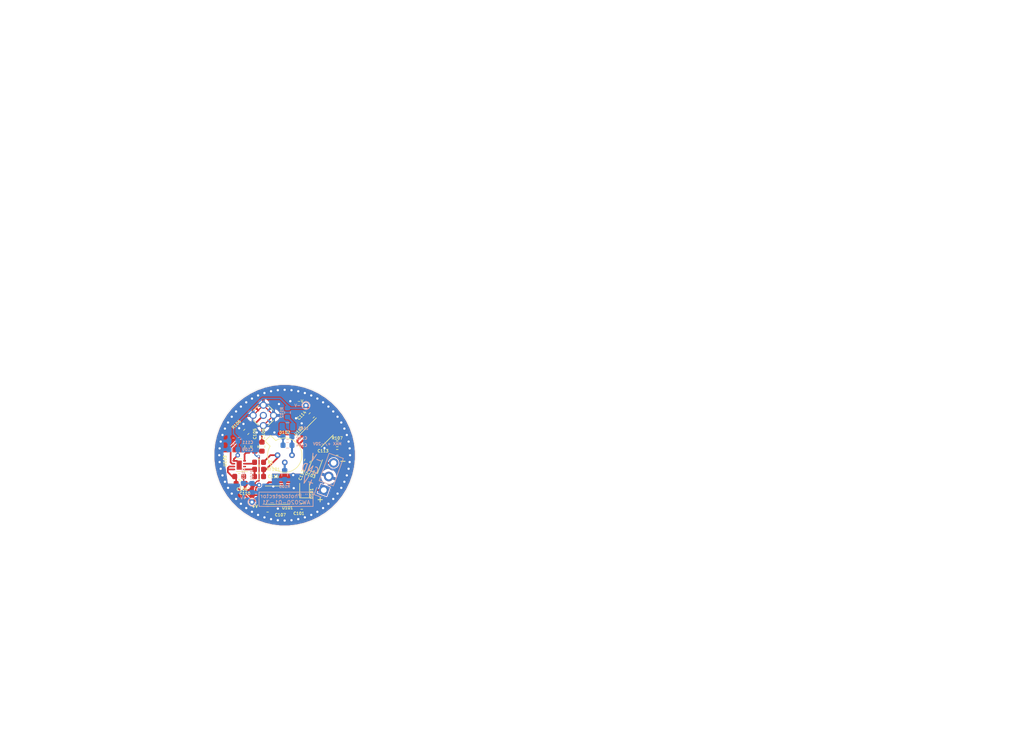
<source format=kicad_pcb>
(kicad_pcb (version 20171130) (host pcbnew 5.1.5-52549c5~86~ubuntu18.04.1)

  (general
    (thickness 1.6)
    (drawings 28)
    (tracks 282)
    (zones 0)
    (modules 34)
    (nets 23)
  )

  (page A4)
  (title_block
    (title "One Inch Photodetector - WSON8")
    (date 2020-02)
    (company "anders.e.e.wallin \"at\" gmail.com")
  )

  (layers
    (0 F.Cu signal)
    (31 B.Cu signal)
    (32 B.Adhes user)
    (33 F.Adhes user)
    (34 B.Paste user)
    (35 F.Paste user)
    (36 B.SilkS user)
    (37 F.SilkS user)
    (38 B.Mask user hide)
    (39 F.Mask user hide)
    (40 Dwgs.User user)
    (41 Cmts.User user)
    (42 Eco1.User user)
    (43 Eco2.User user)
    (44 Edge.Cuts user)
    (45 Margin user)
    (46 B.CrtYd user)
    (47 F.CrtYd user)
    (48 B.Fab user hide)
    (49 F.Fab user hide)
  )

  (setup
    (last_trace_width 0.3)
    (trace_clearance 0.15)
    (zone_clearance 0.127)
    (zone_45_only no)
    (trace_min 0.1)
    (via_size 0.8)
    (via_drill 0.4)
    (via_min_size 0.4)
    (via_min_drill 0.2)
    (uvia_size 0.3)
    (uvia_drill 0.1)
    (uvias_allowed no)
    (uvia_min_size 0.2)
    (uvia_min_drill 0.1)
    (edge_width 0.05)
    (segment_width 0.2)
    (pcb_text_width 0.3)
    (pcb_text_size 1.5 1.5)
    (mod_edge_width 0.12)
    (mod_text_size 1 1)
    (mod_text_width 0.15)
    (pad_size 1.24 1.24)
    (pad_drill 0.84)
    (pad_to_mask_clearance 0.051)
    (solder_mask_min_width 0.25)
    (aux_axis_origin 0 0)
    (visible_elements 7FFFFFFF)
    (pcbplotparams
      (layerselection 0x010fc_ffffffff)
      (usegerberextensions false)
      (usegerberattributes false)
      (usegerberadvancedattributes false)
      (creategerberjobfile false)
      (excludeedgelayer true)
      (linewidth 0.100000)
      (plotframeref false)
      (viasonmask false)
      (mode 1)
      (useauxorigin false)
      (hpglpennumber 1)
      (hpglpenspeed 20)
      (hpglpendiameter 15.000000)
      (psnegative false)
      (psa4output false)
      (plotreference true)
      (plotvalue true)
      (plotinvisibletext false)
      (padsonsilk false)
      (subtractmaskfromsilk false)
      (outputformat 1)
      (mirror false)
      (drillshape 0)
      (scaleselection 1)
      (outputdirectory "cam"))
  )

  (net 0 "")
  (net 1 "Net-(D102-Pad2)")
  (net 2 /+V)
  (net 3 GND)
  (net 4 "Net-(C101-Pad1)")
  (net 5 "Net-(U101-Pad4)")
  (net 6 "Net-(U102-Pad7)")
  (net 7 "Net-(U102-Pad4)")
  (net 8 /-V)
  (net 9 "Net-(C112-Pad2)")
  (net 10 "Net-(J101-Pad1)")
  (net 11 "Net-(L101-Pad1)")
  (net 12 /+VIN)
  (net 13 /-VIN)
  (net 14 /VBIAS)
  (net 15 /VOUT)
  (net 16 "Net-(R1-Pad1)")
  (net 17 "Net-(C115-Pad1)")
  (net 18 "Net-(U103-Pad2)")
  (net 19 /SET+)
  (net 20 /IN+)
  (net 21 /SET-)
  (net 22 /IN-)

  (net_class Default "This is the default net class."
    (clearance 0.15)
    (trace_width 0.3)
    (via_dia 0.8)
    (via_drill 0.4)
    (uvia_dia 0.3)
    (uvia_drill 0.1)
    (add_net /+V)
    (add_net /+VIN)
    (add_net /-V)
    (add_net /-VIN)
    (add_net /IN+)
    (add_net /IN-)
    (add_net /SET+)
    (add_net /SET-)
    (add_net /VBIAS)
    (add_net /VOUT)
    (add_net "Net-(C101-Pad1)")
    (add_net "Net-(C112-Pad2)")
    (add_net "Net-(C115-Pad1)")
    (add_net "Net-(D102-Pad2)")
    (add_net "Net-(J101-Pad1)")
    (add_net "Net-(L101-Pad1)")
    (add_net "Net-(R1-Pad1)")
    (add_net "Net-(U101-Pad4)")
    (add_net "Net-(U102-Pad4)")
    (add_net "Net-(U102-Pad7)")
    (add_net "Net-(U103-Pad2)")
  )

  (net_class PWR ""
    (clearance 0.15)
    (trace_width 0.3)
    (via_dia 1)
    (via_drill 0.6)
    (uvia_dia 0.3)
    (uvia_drill 0.1)
    (add_net GND)
  )

  (module Package_SON:WSON-8-1EP_2x2mm_P0.5mm_EP0.9x1.6mm (layer F.Cu) (tedit 5A65F6A7) (tstamp 5E3168A7)
    (at 142 101.75 180)
    (descr "8-Lead Plastic WSON, 2x2mm Body, 0.5mm Pitch, WSON-8, http://www.ti.com/lit/ds/symlink/lm27761.pdf")
    (tags "WSON 8 1EP")
    (path /5E31BB57)
    (attr smd)
    (fp_text reference U103 (at 2.5 0.75 90) (layer F.SilkS)
      (effects (font (size 0.5 0.5) (thickness 0.125)))
    )
    (fp_text value OPA859xDSG (at 0.01 2.14) (layer F.Fab)
      (effects (font (size 1 1) (thickness 0.15)))
    )
    (fp_line (start -1.5 -1.12) (end 0.5 -1.12) (layer F.SilkS) (width 0.12))
    (fp_line (start 0.5 1.12) (end -0.5 1.12) (layer F.SilkS) (width 0.12))
    (fp_line (start -1.6 1.25) (end 1.6 1.25) (layer F.CrtYd) (width 0.05))
    (fp_line (start -1.6 -1.25) (end 1.6 -1.25) (layer F.CrtYd) (width 0.05))
    (fp_line (start 1.6 -1.25) (end 1.6 1.25) (layer F.CrtYd) (width 0.05))
    (fp_line (start -1.6 -1.25) (end -1.6 1.25) (layer F.CrtYd) (width 0.05))
    (fp_line (start -0.5 -1) (end 1 -1) (layer F.Fab) (width 0.1))
    (fp_line (start 1 -1) (end 1 1) (layer F.Fab) (width 0.1))
    (fp_line (start 1 1) (end -1 1) (layer F.Fab) (width 0.1))
    (fp_line (start -1 1) (end -1 -0.5) (layer F.Fab) (width 0.1))
    (fp_line (start -0.5 -1) (end -1 -0.5) (layer F.Fab) (width 0.1))
    (fp_text user %R (at 0 0) (layer F.Fab)
      (effects (font (size 0.7 0.7) (thickness 0.1)))
    )
    (pad "" smd rect (at 0 -0.4 180) (size 0.75 0.65) (layers F.Paste))
    (pad "" smd rect (at 0 0.4 180) (size 0.75 0.65) (layers F.Paste))
    (pad 6 smd rect (at 0.95 0.25 180) (size 0.5 0.25) (layers F.Cu F.Paste F.Mask)
      (net 15 /VOUT))
    (pad 5 smd rect (at 0.95 0.75 180) (size 0.5 0.25) (layers F.Cu F.Paste F.Mask)
      (net 8 /-V))
    (pad 4 smd rect (at -0.95 0.75 180) (size 0.5 0.25) (layers F.Cu F.Paste F.Mask)
      (net 20 /IN+))
    (pad 2 smd rect (at -0.95 -0.25 180) (size 0.5 0.25) (layers F.Cu F.Paste F.Mask)
      (net 18 "Net-(U103-Pad2)"))
    (pad 1 smd rect (at -0.95 -0.75 180) (size 0.5 0.25) (layers F.Cu F.Paste F.Mask)
      (net 17 "Net-(C115-Pad1)"))
    (pad 9 smd rect (at 0 0 180) (size 0.9 1.6) (layers F.Cu F.Mask)
      (net 8 /-V))
    (pad 8 smd rect (at 0.95 -0.75 180) (size 0.5 0.25) (layers F.Cu F.Paste F.Mask)
      (net 2 /+V))
    (pad 7 smd rect (at 0.95 -0.25 180) (size 0.5 0.25) (layers F.Cu F.Paste F.Mask)
      (net 2 /+V))
    (pad 3 smd rect (at -0.95 0.25 180) (size 0.5 0.25) (layers F.Cu F.Paste F.Mask)
      (net 16 "Net-(R1-Pad1)"))
    (model ${KISYS3DMOD}/Package_SON.3dshapes/WSON-8-1EP_2x2mm_P0.5mm_EP0.9x1.6mm.wrl
      (at (xyz 0 0 0))
      (scale (xyz 1 1 1))
      (rotate (xyz 0 0 0))
    )
  )

  (module Resistor_SMD:R_0603_1608Metric (layer F.Cu) (tedit 5B301BBD) (tstamp 5E302AB5)
    (at 145.5 101.25)
    (descr "Resistor SMD 0603 (1608 Metric), square (rectangular) end terminal, IPC_7351 nominal, (Body size source: http://www.tortai-tech.com/upload/download/2011102023233369053.pdf), generated with kicad-footprint-generator")
    (tags resistor)
    (path /5E30676E)
    (attr smd)
    (fp_text reference R1 (at 2 0) (layer F.SilkS)
      (effects (font (size 0.5 0.5) (thickness 0.125)))
    )
    (fp_text value 10R (at 0 1.43) (layer F.Fab)
      (effects (font (size 1 1) (thickness 0.15)))
    )
    (fp_text user %R (at 0 0) (layer F.Fab)
      (effects (font (size 0.4 0.4) (thickness 0.06)))
    )
    (fp_line (start 1.48 0.73) (end -1.48 0.73) (layer F.CrtYd) (width 0.05))
    (fp_line (start 1.48 -0.73) (end 1.48 0.73) (layer F.CrtYd) (width 0.05))
    (fp_line (start -1.48 -0.73) (end 1.48 -0.73) (layer F.CrtYd) (width 0.05))
    (fp_line (start -1.48 0.73) (end -1.48 -0.73) (layer F.CrtYd) (width 0.05))
    (fp_line (start -0.162779 0.51) (end 0.162779 0.51) (layer F.SilkS) (width 0.12))
    (fp_line (start -0.162779 -0.51) (end 0.162779 -0.51) (layer F.SilkS) (width 0.12))
    (fp_line (start 0.8 0.4) (end -0.8 0.4) (layer F.Fab) (width 0.1))
    (fp_line (start 0.8 -0.4) (end 0.8 0.4) (layer F.Fab) (width 0.1))
    (fp_line (start -0.8 -0.4) (end 0.8 -0.4) (layer F.Fab) (width 0.1))
    (fp_line (start -0.8 0.4) (end -0.8 -0.4) (layer F.Fab) (width 0.1))
    (pad 2 smd roundrect (at 0.7875 0) (size 0.875 0.95) (layers F.Cu F.Paste F.Mask) (roundrect_rratio 0.25)
      (net 22 /IN-))
    (pad 1 smd roundrect (at -0.7875 0) (size 0.875 0.95) (layers F.Cu F.Paste F.Mask) (roundrect_rratio 0.25)
      (net 16 "Net-(R1-Pad1)"))
    (model ${KISYS3DMOD}/Resistor_SMD.3dshapes/R_0603_1608Metric.wrl
      (at (xyz 0 0 0))
      (scale (xyz 1 1 1))
      (rotate (xyz 0 0 0))
    )
  )

  (module Capacitor_SMD:C_0603_1608Metric (layer F.Cu) (tedit 5B301BBE) (tstamp 5E0CACD4)
    (at 145.5 103.75)
    (descr "Capacitor SMD 0603 (1608 Metric), square (rectangular) end terminal, IPC_7351 nominal, (Body size source: http://www.tortai-tech.com/upload/download/2011102023233369053.pdf), generated with kicad-footprint-generator")
    (tags capacitor)
    (path /5E10A98A)
    (attr smd)
    (fp_text reference C115 (at 2.5 0) (layer F.SilkS)
      (effects (font (size 0.5 0.5) (thickness 0.1)))
    )
    (fp_text value C (at 0 1.43) (layer F.Fab)
      (effects (font (size 1 1) (thickness 0.15)))
    )
    (fp_text user %R (at 0 0) (layer F.Fab)
      (effects (font (size 0.4 0.4) (thickness 0.06)))
    )
    (fp_line (start 1.48 0.73) (end -1.48 0.73) (layer F.CrtYd) (width 0.05))
    (fp_line (start 1.48 -0.73) (end 1.48 0.73) (layer F.CrtYd) (width 0.05))
    (fp_line (start -1.48 -0.73) (end 1.48 -0.73) (layer F.CrtYd) (width 0.05))
    (fp_line (start -1.48 0.73) (end -1.48 -0.73) (layer F.CrtYd) (width 0.05))
    (fp_line (start -0.162779 0.51) (end 0.162779 0.51) (layer F.SilkS) (width 0.12))
    (fp_line (start -0.162779 -0.51) (end 0.162779 -0.51) (layer F.SilkS) (width 0.12))
    (fp_line (start 0.8 0.4) (end -0.8 0.4) (layer F.Fab) (width 0.1))
    (fp_line (start 0.8 -0.4) (end 0.8 0.4) (layer F.Fab) (width 0.1))
    (fp_line (start -0.8 -0.4) (end 0.8 -0.4) (layer F.Fab) (width 0.1))
    (fp_line (start -0.8 0.4) (end -0.8 -0.4) (layer F.Fab) (width 0.1))
    (pad 2 smd roundrect (at 0.7875 0) (size 0.875 0.95) (layers F.Cu F.Paste F.Mask) (roundrect_rratio 0.25)
      (net 22 /IN-))
    (pad 1 smd roundrect (at -0.7875 0) (size 0.875 0.95) (layers F.Cu F.Paste F.Mask) (roundrect_rratio 0.25)
      (net 17 "Net-(C115-Pad1)"))
    (model ${KISYS3DMOD}/Capacitor_SMD.3dshapes/C_0603_1608Metric.wrl
      (at (xyz 0 0 0))
      (scale (xyz 1 1 1))
      (rotate (xyz 0 0 0))
    )
  )

  (module TestPoint:TestPoint_THTPad_D1.0mm_Drill0.5mm (layer B.Cu) (tedit 5A0F774F) (tstamp 5E0C8C6E)
    (at 144.25 108.25)
    (descr "THT pad as test Point, diameter 1.0mm, hole diameter 0.5mm")
    (tags "test point THT pad")
    (path /5E0E03CC)
    (attr virtual)
    (fp_text reference TP102 (at -1.5 -0.5) (layer B.SilkS) hide
      (effects (font (size 0.5 0.5) (thickness 0.1)) (justify mirror))
    )
    (fp_text value TestPoint (at 0 -1.55) (layer B.Fab)
      (effects (font (size 1 1) (thickness 0.15)) (justify mirror))
    )
    (fp_circle (center 0 0) (end 0 -0.7) (layer B.SilkS) (width 0.12))
    (fp_circle (center 0 0) (end 1 0) (layer B.CrtYd) (width 0.05))
    (fp_text user %R (at 0 1.45) (layer B.Fab)
      (effects (font (size 1 1) (thickness 0.15)) (justify mirror))
    )
    (pad 1 thru_hole circle (at 0 0) (size 1 1) (drill 0.5) (layers *.Cu *.Mask)
      (net 2 /+V))
  )

  (module TestPoint:TestPoint_THTPad_D1.0mm_Drill0.5mm (layer B.Cu) (tedit 5A0F774F) (tstamp 5E0C8C66)
    (at 153.75 91.25)
    (descr "THT pad as test Point, diameter 1.0mm, hole diameter 0.5mm")
    (tags "test point THT pad")
    (path /5E0F07B5)
    (attr virtual)
    (fp_text reference TP101 (at -1.5 0) (layer B.SilkS) hide
      (effects (font (size 0.5 0.5) (thickness 0.1)) (justify mirror))
    )
    (fp_text value TestPoint (at 0 -1.55) (layer B.Fab)
      (effects (font (size 1 1) (thickness 0.15)) (justify mirror))
    )
    (fp_circle (center 0 0) (end 0 -0.7) (layer B.SilkS) (width 0.12))
    (fp_circle (center 0 0) (end 1 0) (layer B.CrtYd) (width 0.05))
    (fp_text user %R (at 0 1.45) (layer B.Fab)
      (effects (font (size 1 1) (thickness 0.15)) (justify mirror))
    )
    (pad 1 thru_hole circle (at 0 0) (size 1 1) (drill 0.5) (layers *.Cu *.Mask)
      (net 8 /-V))
  )

  (module Diode_SMD:D_SOD-323F (layer F.Cu) (tedit 590A48EB) (tstamp 5DFDDCEA)
    (at 155.5 101.5 70)
    (descr "SOD-323F http://www.nxp.com/documents/outline_drawing/SOD323F.pdf")
    (tags SOD-323F)
    (path /5DFF6734)
    (attr smd)
    (fp_text reference D103 (at -2.221405 -0.255652 160) (layer F.SilkS)
      (effects (font (size 0.5 0.5) (thickness 0.1)))
    )
    (fp_text value D (at 0.1 1.9 70) (layer F.Fab)
      (effects (font (size 1 1) (thickness 0.15)))
    )
    (fp_line (start -1.5 -0.85) (end 1.05 -0.85) (layer F.SilkS) (width 0.12))
    (fp_line (start -1.5 0.85) (end 1.05 0.85) (layer F.SilkS) (width 0.12))
    (fp_line (start -1.6 -0.95) (end -1.6 0.95) (layer F.CrtYd) (width 0.05))
    (fp_line (start -1.6 0.95) (end 1.6 0.95) (layer F.CrtYd) (width 0.05))
    (fp_line (start 1.6 -0.95) (end 1.6 0.95) (layer F.CrtYd) (width 0.05))
    (fp_line (start -1.6 -0.95) (end 1.6 -0.95) (layer F.CrtYd) (width 0.05))
    (fp_line (start -0.9 -0.7) (end 0.9 -0.7) (layer F.Fab) (width 0.1))
    (fp_line (start 0.9 -0.7) (end 0.9 0.7) (layer F.Fab) (width 0.1))
    (fp_line (start 0.9 0.7) (end -0.9 0.7) (layer F.Fab) (width 0.1))
    (fp_line (start -0.9 0.7) (end -0.9 -0.7) (layer F.Fab) (width 0.1))
    (fp_line (start -0.3 -0.35) (end -0.3 0.35) (layer F.Fab) (width 0.1))
    (fp_line (start -0.3 0) (end -0.5 0) (layer F.Fab) (width 0.1))
    (fp_line (start -0.3 0) (end 0.2 -0.35) (layer F.Fab) (width 0.1))
    (fp_line (start 0.2 -0.35) (end 0.2 0.35) (layer F.Fab) (width 0.1))
    (fp_line (start 0.2 0.35) (end -0.3 0) (layer F.Fab) (width 0.1))
    (fp_line (start 0.2 0) (end 0.45 0) (layer F.Fab) (width 0.1))
    (fp_line (start -1.5 -0.85) (end -1.5 0.85) (layer F.SilkS) (width 0.12))
    (fp_text user %R (at 0 -1.85 70) (layer F.Fab)
      (effects (font (size 0.5 0.5) (thickness 0.1)))
    )
    (pad 2 smd rect (at 1.1 0 70) (size 0.5 0.5) (layers F.Cu F.Paste F.Mask)
      (net 9 "Net-(C112-Pad2)"))
    (pad 1 smd rect (at -1.1 0 70) (size 0.5 0.5) (layers F.Cu F.Paste F.Mask)
      (net 13 /-VIN))
    (model ${KISYS3DMOD}/Diode_SMD.3dshapes/D_SOD-323F.wrl
      (at (xyz 0 0 0))
      (scale (xyz 1 1 1))
      (rotate (xyz 0 0 0))
    )
  )

  (module Diode_SMD:D_SOD-323F (layer F.Cu) (tedit 590A48EB) (tstamp 5DFDDCAF)
    (at 153.5 106 90)
    (descr "SOD-323F http://www.nxp.com/documents/outline_drawing/SOD323F.pdf")
    (tags SOD-323F)
    (path /5DFDAA2E)
    (attr smd)
    (fp_text reference D101 (at -0.75 1.25 270) (layer F.SilkS)
      (effects (font (size 0.5 0.5) (thickness 0.1)))
    )
    (fp_text value D (at 0.1 1.9 90) (layer F.Fab)
      (effects (font (size 1 1) (thickness 0.15)))
    )
    (fp_line (start -1.5 -0.85) (end 1.05 -0.85) (layer F.SilkS) (width 0.12))
    (fp_line (start -1.5 0.85) (end 1.05 0.85) (layer F.SilkS) (width 0.12))
    (fp_line (start -1.6 -0.95) (end -1.6 0.95) (layer F.CrtYd) (width 0.05))
    (fp_line (start -1.6 0.95) (end 1.6 0.95) (layer F.CrtYd) (width 0.05))
    (fp_line (start 1.6 -0.95) (end 1.6 0.95) (layer F.CrtYd) (width 0.05))
    (fp_line (start -1.6 -0.95) (end 1.6 -0.95) (layer F.CrtYd) (width 0.05))
    (fp_line (start -0.9 -0.7) (end 0.9 -0.7) (layer F.Fab) (width 0.1))
    (fp_line (start 0.9 -0.7) (end 0.9 0.7) (layer F.Fab) (width 0.1))
    (fp_line (start 0.9 0.7) (end -0.9 0.7) (layer F.Fab) (width 0.1))
    (fp_line (start -0.9 0.7) (end -0.9 -0.7) (layer F.Fab) (width 0.1))
    (fp_line (start -0.3 -0.35) (end -0.3 0.35) (layer F.Fab) (width 0.1))
    (fp_line (start -0.3 0) (end -0.5 0) (layer F.Fab) (width 0.1))
    (fp_line (start -0.3 0) (end 0.2 -0.35) (layer F.Fab) (width 0.1))
    (fp_line (start 0.2 -0.35) (end 0.2 0.35) (layer F.Fab) (width 0.1))
    (fp_line (start 0.2 0.35) (end -0.3 0) (layer F.Fab) (width 0.1))
    (fp_line (start 0.2 0) (end 0.45 0) (layer F.Fab) (width 0.1))
    (fp_line (start -1.5 -0.85) (end -1.5 0.85) (layer F.SilkS) (width 0.12))
    (fp_text user %R (at 0 -1.85 90) (layer F.Fab)
      (effects (font (size 0.5 0.5) (thickness 0.1)))
    )
    (pad 2 smd rect (at 1.1 0 90) (size 0.5 0.5) (layers F.Cu F.Paste F.Mask)
      (net 12 /+VIN))
    (pad 1 smd rect (at -1.1 0 90) (size 0.5 0.5) (layers F.Cu F.Paste F.Mask)
      (net 4 "Net-(C101-Pad1)"))
    (model ${KISYS3DMOD}/Diode_SMD.3dshapes/D_SOD-323F.wrl
      (at (xyz 0 0 0))
      (scale (xyz 1 1 1))
      (rotate (xyz 0 0 0))
    )
  )

  (module Connector_Coaxial:MMCX_Molex_73415-1471_Vertical (layer F.Cu) (tedit 5E355BD8) (tstamp 5DFDDD01)
    (at 146.25 93 45)
    (descr http://www.molex.com/pdm_docs/sd/734151471_sd.pdf)
    (tags "Molex MMCX Coaxial Connector 50 ohms Female Jack Vertical THT")
    (path /5E083832)
    (fp_text reference J101 (at 0 0 45) (layer F.SilkS) hide
      (effects (font (size 0.5 0.5) (thickness 0.1)))
    )
    (fp_text value Conn_Coaxial (at 0 3.2 45) (layer F.Fab)
      (effects (font (size 1 1) (thickness 0.15)))
    )
    (fp_line (start 0.62 1.87) (end -0.62 1.87) (layer F.SilkS) (width 0.12))
    (fp_line (start 0.62 -1.87) (end -0.62 -1.87) (layer F.SilkS) (width 0.12))
    (fp_line (start -1.87 0.62) (end -1.87 -0.62) (layer F.SilkS) (width 0.12))
    (fp_line (start -2.39 2.39) (end -2.39 -2.39) (layer F.CrtYd) (width 0.05))
    (fp_line (start 1.87 0.62) (end 1.87 -0.62) (layer F.SilkS) (width 0.12))
    (fp_line (start -1.755 1.755) (end 1.755 1.755) (layer F.Fab) (width 0.1))
    (fp_line (start -1.755 -1.755) (end 1.755 -1.755) (layer F.Fab) (width 0.1))
    (fp_line (start 1.755 -1.755) (end 1.755 1.755) (layer F.Fab) (width 0.1))
    (fp_line (start -1.755 -1.755) (end -1.755 1.755) (layer F.Fab) (width 0.1))
    (fp_line (start 2.39 2.39) (end 2.39 -2.39) (layer F.CrtYd) (width 0.05))
    (fp_line (start -2.39 -2.39) (end 2.39 -2.39) (layer F.CrtYd) (width 0.05))
    (fp_line (start -2.39 2.39) (end 2.39 2.39) (layer F.CrtYd) (width 0.05))
    (fp_text user %R (at 0 0 45) (layer F.Fab)
      (effects (font (size 0.5 0.5) (thickness 0.1)))
    )
    (pad 2 thru_hole circle (at -1.27 1.27 45) (size 1.24 1.24) (drill 0.84) (layers *.Cu *.Mask)
      (net 3 GND))
    (pad 2 thru_hole circle (at 1.27 -1.27 45) (size 1.24 1.24) (drill 0.84) (layers *.Cu *.Mask)
      (net 3 GND))
    (pad 2 thru_hole circle (at 1.27 1.27 45) (size 1.24 1.24) (drill 0.84) (layers *.Cu *.Mask)
      (net 3 GND))
    (pad 2 thru_hole circle (at -1.27 -1.27 45) (size 1.24 1.24) (drill 0.84) (layers *.Cu *.Mask)
      (net 3 GND) (zone_connect 1) (thermal_width 0.5))
    (pad 1 thru_hole circle (at 0 0 45) (size 1.24 1.24) (drill 0.84) (layers *.Cu *.Mask)
      (net 10 "Net-(J101-Pad1)"))
    (model ${KISYS3DMOD}/Connector_Coaxial.3dshapes/MMCX_Molex_73415-1471_Vertical.wrl
      (at (xyz 0 0 0))
      (scale (xyz 1 1 1))
      (rotate (xyz 0 0 0))
    )
  )

  (module Resistor_SMD:R_0603_1608Metric (layer F.Cu) (tedit 5B301BBD) (tstamp 5DFDDDA0)
    (at 159.25 98)
    (descr "Resistor SMD 0603 (1608 Metric), square (rectangular) end terminal, IPC_7351 nominal, (Body size source: http://www.tortai-tech.com/upload/download/2011102023233369053.pdf), generated with kicad-footprint-generator")
    (tags resistor)
    (path /5DFF5E1B)
    (attr smd)
    (fp_text reference R107 (at 0 -1) (layer F.SilkS)
      (effects (font (size 0.5 0.5) (thickness 0.1)))
    )
    (fp_text value 25k (at 0 1.43) (layer F.Fab)
      (effects (font (size 1 1) (thickness 0.15)))
    )
    (fp_text user %R (at 0 0) (layer F.Fab)
      (effects (font (size 0.5 0.5) (thickness 0.1)))
    )
    (fp_line (start 1.48 0.73) (end -1.48 0.73) (layer F.CrtYd) (width 0.05))
    (fp_line (start 1.48 -0.73) (end 1.48 0.73) (layer F.CrtYd) (width 0.05))
    (fp_line (start -1.48 -0.73) (end 1.48 -0.73) (layer F.CrtYd) (width 0.05))
    (fp_line (start -1.48 0.73) (end -1.48 -0.73) (layer F.CrtYd) (width 0.05))
    (fp_line (start -0.162779 0.51) (end 0.162779 0.51) (layer F.SilkS) (width 0.12))
    (fp_line (start -0.162779 -0.51) (end 0.162779 -0.51) (layer F.SilkS) (width 0.12))
    (fp_line (start 0.8 0.4) (end -0.8 0.4) (layer F.Fab) (width 0.1))
    (fp_line (start 0.8 -0.4) (end 0.8 0.4) (layer F.Fab) (width 0.1))
    (fp_line (start -0.8 -0.4) (end 0.8 -0.4) (layer F.Fab) (width 0.1))
    (fp_line (start -0.8 0.4) (end -0.8 -0.4) (layer F.Fab) (width 0.1))
    (pad 2 smd roundrect (at 0.7875 0) (size 0.875 0.95) (layers F.Cu F.Paste F.Mask) (roundrect_rratio 0.25)
      (net 21 /SET-))
    (pad 1 smd roundrect (at -0.7875 0) (size 0.875 0.95) (layers F.Cu F.Paste F.Mask) (roundrect_rratio 0.25)
      (net 3 GND))
    (model ${KISYS3DMOD}/Resistor_SMD.3dshapes/R_0603_1608Metric.wrl
      (at (xyz 0 0 0))
      (scale (xyz 1 1 1))
      (rotate (xyz 0 0 0))
    )
  )

  (module Resistor_SMD:R_0603_1608Metric (layer F.Cu) (tedit 5B301BBD) (tstamp 5DFDDD8F)
    (at 143.25 95.9 225)
    (descr "Resistor SMD 0603 (1608 Metric), square (rectangular) end terminal, IPC_7351 nominal, (Body size source: http://www.tortai-tech.com/upload/download/2011102023233369053.pdf), generated with kicad-footprint-generator")
    (tags resistor)
    (path /5E0831FD)
    (attr smd)
    (fp_text reference R106 (at 0.318198 2.156676 45) (layer F.SilkS)
      (effects (font (size 0.5 0.5) (thickness 0.1)))
    )
    (fp_text value 49R9 (at 0 1.43 45) (layer F.Fab)
      (effects (font (size 1 1) (thickness 0.15)))
    )
    (fp_text user %R (at 0 0 45) (layer F.Fab)
      (effects (font (size 0.5 0.5) (thickness 0.1)))
    )
    (fp_line (start 1.48 0.73) (end -1.48 0.73) (layer F.CrtYd) (width 0.05))
    (fp_line (start 1.48 -0.73) (end 1.48 0.73) (layer F.CrtYd) (width 0.05))
    (fp_line (start -1.48 -0.73) (end 1.48 -0.73) (layer F.CrtYd) (width 0.05))
    (fp_line (start -1.48 0.73) (end -1.48 -0.73) (layer F.CrtYd) (width 0.05))
    (fp_line (start -0.162779 0.51) (end 0.162779 0.51) (layer F.SilkS) (width 0.12))
    (fp_line (start -0.162779 -0.51) (end 0.162779 -0.51) (layer F.SilkS) (width 0.12))
    (fp_line (start 0.8 0.4) (end -0.8 0.4) (layer F.Fab) (width 0.1))
    (fp_line (start 0.8 -0.4) (end 0.8 0.4) (layer F.Fab) (width 0.1))
    (fp_line (start -0.8 -0.4) (end 0.8 -0.4) (layer F.Fab) (width 0.1))
    (fp_line (start -0.8 0.4) (end -0.8 -0.4) (layer F.Fab) (width 0.1))
    (pad 2 smd roundrect (at 0.7875 0 225) (size 0.875 0.95) (layers F.Cu F.Paste F.Mask) (roundrect_rratio 0.25)
      (net 15 /VOUT))
    (pad 1 smd roundrect (at -0.7875 0 225) (size 0.875 0.95) (layers F.Cu F.Paste F.Mask) (roundrect_rratio 0.25)
      (net 10 "Net-(J101-Pad1)"))
    (model ${KISYS3DMOD}/Resistor_SMD.3dshapes/R_0603_1608Metric.wrl
      (at (xyz 0 0 0))
      (scale (xyz 1 1 1))
      (rotate (xyz 0 0 0))
    )
  )

  (module Resistor_SMD:R_0603_1608Metric (layer F.Cu) (tedit 5B301BBD) (tstamp 5DFDDD7E)
    (at 145.5 102.5)
    (descr "Resistor SMD 0603 (1608 Metric), square (rectangular) end terminal, IPC_7351 nominal, (Body size source: http://www.tortai-tech.com/upload/download/2011102023233369053.pdf), generated with kicad-footprint-generator")
    (tags resistor)
    (path /5E082B6C)
    (attr smd)
    (fp_text reference RF101 (at 2.5 0) (layer F.SilkS)
      (effects (font (size 0.5 0.5) (thickness 0.1)))
    )
    (fp_text value R (at 0 1.43) (layer F.Fab)
      (effects (font (size 1 1) (thickness 0.15)))
    )
    (fp_text user %R (at 0 0) (layer F.Fab)
      (effects (font (size 0.5 0.5) (thickness 0.1)))
    )
    (fp_line (start 1.48 0.73) (end -1.48 0.73) (layer F.CrtYd) (width 0.05))
    (fp_line (start 1.48 -0.73) (end 1.48 0.73) (layer F.CrtYd) (width 0.05))
    (fp_line (start -1.48 -0.73) (end 1.48 -0.73) (layer F.CrtYd) (width 0.05))
    (fp_line (start -1.48 0.73) (end -1.48 -0.73) (layer F.CrtYd) (width 0.05))
    (fp_line (start -0.162779 0.51) (end 0.162779 0.51) (layer F.SilkS) (width 0.12))
    (fp_line (start -0.162779 -0.51) (end 0.162779 -0.51) (layer F.SilkS) (width 0.12))
    (fp_line (start 0.8 0.4) (end -0.8 0.4) (layer F.Fab) (width 0.1))
    (fp_line (start 0.8 -0.4) (end 0.8 0.4) (layer F.Fab) (width 0.1))
    (fp_line (start -0.8 -0.4) (end 0.8 -0.4) (layer F.Fab) (width 0.1))
    (fp_line (start -0.8 0.4) (end -0.8 -0.4) (layer F.Fab) (width 0.1))
    (pad 2 smd roundrect (at 0.7875 0) (size 0.875 0.95) (layers F.Cu F.Paste F.Mask) (roundrect_rratio 0.25)
      (net 22 /IN-))
    (pad 1 smd roundrect (at -0.7875 0) (size 0.875 0.95) (layers F.Cu F.Paste F.Mask) (roundrect_rratio 0.25)
      (net 17 "Net-(C115-Pad1)"))
    (model ${KISYS3DMOD}/Resistor_SMD.3dshapes/R_0603_1608Metric.wrl
      (at (xyz 0 0 0))
      (scale (xyz 1 1 1))
      (rotate (xyz 0 0 0))
    )
  )

  (module Resistor_SMD:R_0603_1608Metric (layer F.Cu) (tedit 5B301BBD) (tstamp 5DFDDD6D)
    (at 143.5 98.5 270)
    (descr "Resistor SMD 0603 (1608 Metric), square (rectangular) end terminal, IPC_7351 nominal, (Body size source: http://www.tortai-tech.com/upload/download/2011102023233369053.pdf), generated with kicad-footprint-generator")
    (tags resistor)
    (path /5E0847DF)
    (attr smd)
    (fp_text reference R104 (at -2.25 0 90) (layer F.SilkS) hide
      (effects (font (size 0.5 0.5) (thickness 0.1)))
    )
    (fp_text value R (at 0 1.43 90) (layer F.Fab)
      (effects (font (size 1 1) (thickness 0.15)))
    )
    (fp_text user %R (at 0 0 90) (layer F.Fab)
      (effects (font (size 0.5 0.5) (thickness 0.1)))
    )
    (fp_line (start 1.48 0.73) (end -1.48 0.73) (layer F.CrtYd) (width 0.05))
    (fp_line (start 1.48 -0.73) (end 1.48 0.73) (layer F.CrtYd) (width 0.05))
    (fp_line (start -1.48 -0.73) (end 1.48 -0.73) (layer F.CrtYd) (width 0.05))
    (fp_line (start -1.48 0.73) (end -1.48 -0.73) (layer F.CrtYd) (width 0.05))
    (fp_line (start -0.162779 0.51) (end 0.162779 0.51) (layer F.SilkS) (width 0.12))
    (fp_line (start -0.162779 -0.51) (end 0.162779 -0.51) (layer F.SilkS) (width 0.12))
    (fp_line (start 0.8 0.4) (end -0.8 0.4) (layer F.Fab) (width 0.1))
    (fp_line (start 0.8 -0.4) (end 0.8 0.4) (layer F.Fab) (width 0.1))
    (fp_line (start -0.8 -0.4) (end 0.8 -0.4) (layer F.Fab) (width 0.1))
    (fp_line (start -0.8 0.4) (end -0.8 -0.4) (layer F.Fab) (width 0.1))
    (pad 2 smd roundrect (at 0.7875 0 270) (size 0.875 0.95) (layers F.Cu F.Paste F.Mask) (roundrect_rratio 0.25)
      (net 20 /IN+))
    (pad 1 smd roundrect (at -0.7875 0 270) (size 0.875 0.95) (layers F.Cu F.Paste F.Mask) (roundrect_rratio 0.25)
      (net 3 GND))
    (model ${KISYS3DMOD}/Resistor_SMD.3dshapes/R_0603_1608Metric.wrl
      (at (xyz 0 0 0))
      (scale (xyz 1 1 1))
      (rotate (xyz 0 0 0))
    )
  )

  (module Resistor_SMD:R_0603_1608Metric (layer B.Cu) (tedit 5B301BBD) (tstamp 5DFDDD5C)
    (at 150 103.5 90)
    (descr "Resistor SMD 0603 (1608 Metric), square (rectangular) end terminal, IPC_7351 nominal, (Body size source: http://www.tortai-tech.com/upload/download/2011102023233369053.pdf), generated with kicad-footprint-generator")
    (tags resistor)
    (path /5E080F1F)
    (attr smd)
    (fp_text reference R103 (at -2 0 180) (layer B.SilkS)
      (effects (font (size 0.5 0.5) (thickness 0.1)) (justify mirror))
    )
    (fp_text value 0R (at 0 -1.43 90) (layer B.Fab)
      (effects (font (size 1 1) (thickness 0.15)) (justify mirror))
    )
    (fp_text user %R (at 0 0 90) (layer B.Fab)
      (effects (font (size 0.5 0.5) (thickness 0.1)) (justify mirror))
    )
    (fp_line (start 1.48 -0.73) (end -1.48 -0.73) (layer B.CrtYd) (width 0.05))
    (fp_line (start 1.48 0.73) (end 1.48 -0.73) (layer B.CrtYd) (width 0.05))
    (fp_line (start -1.48 0.73) (end 1.48 0.73) (layer B.CrtYd) (width 0.05))
    (fp_line (start -1.48 -0.73) (end -1.48 0.73) (layer B.CrtYd) (width 0.05))
    (fp_line (start -0.162779 -0.51) (end 0.162779 -0.51) (layer B.SilkS) (width 0.12))
    (fp_line (start -0.162779 0.51) (end 0.162779 0.51) (layer B.SilkS) (width 0.12))
    (fp_line (start 0.8 -0.4) (end -0.8 -0.4) (layer B.Fab) (width 0.1))
    (fp_line (start 0.8 0.4) (end 0.8 -0.4) (layer B.Fab) (width 0.1))
    (fp_line (start -0.8 0.4) (end 0.8 0.4) (layer B.Fab) (width 0.1))
    (fp_line (start -0.8 -0.4) (end -0.8 0.4) (layer B.Fab) (width 0.1))
    (pad 2 smd roundrect (at 0.7875 0 90) (size 0.875 0.95) (layers B.Cu B.Paste B.Mask) (roundrect_rratio 0.25)
      (net 1 "Net-(D102-Pad2)"))
    (pad 1 smd roundrect (at -0.7875 0 90) (size 0.875 0.95) (layers B.Cu B.Paste B.Mask) (roundrect_rratio 0.25)
      (net 3 GND))
    (model ${KISYS3DMOD}/Resistor_SMD.3dshapes/R_0603_1608Metric.wrl
      (at (xyz 0 0 0))
      (scale (xyz 1 1 1))
      (rotate (xyz 0 0 0))
    )
  )

  (module Resistor_SMD:R_0603_1608Metric (layer B.Cu) (tedit 5B301BBD) (tstamp 5DFDDD4B)
    (at 150.5 92.5 270)
    (descr "Resistor SMD 0603 (1608 Metric), square (rectangular) end terminal, IPC_7351 nominal, (Body size source: http://www.tortai-tech.com/upload/download/2011102023233369053.pdf), generated with kicad-footprint-generator")
    (tags resistor)
    (path /5E09461C)
    (attr smd)
    (fp_text reference R102 (at 0 1 90) (layer B.SilkS)
      (effects (font (size 0.5 0.5) (thickness 0.1)) (justify mirror))
    )
    (fp_text value 300R (at 0 -1.43 90) (layer B.Fab)
      (effects (font (size 1 1) (thickness 0.15)) (justify mirror))
    )
    (fp_text user %R (at 0 0 90) (layer B.Fab)
      (effects (font (size 0.5 0.5) (thickness 0.1)) (justify mirror))
    )
    (fp_line (start 1.48 -0.73) (end -1.48 -0.73) (layer B.CrtYd) (width 0.05))
    (fp_line (start 1.48 0.73) (end 1.48 -0.73) (layer B.CrtYd) (width 0.05))
    (fp_line (start -1.48 0.73) (end 1.48 0.73) (layer B.CrtYd) (width 0.05))
    (fp_line (start -1.48 -0.73) (end -1.48 0.73) (layer B.CrtYd) (width 0.05))
    (fp_line (start -0.162779 -0.51) (end 0.162779 -0.51) (layer B.SilkS) (width 0.12))
    (fp_line (start -0.162779 0.51) (end 0.162779 0.51) (layer B.SilkS) (width 0.12))
    (fp_line (start 0.8 -0.4) (end -0.8 -0.4) (layer B.Fab) (width 0.1))
    (fp_line (start 0.8 0.4) (end 0.8 -0.4) (layer B.Fab) (width 0.1))
    (fp_line (start -0.8 0.4) (end 0.8 0.4) (layer B.Fab) (width 0.1))
    (fp_line (start -0.8 -0.4) (end -0.8 0.4) (layer B.Fab) (width 0.1))
    (pad 2 smd roundrect (at 0.7875 0 270) (size 0.875 0.95) (layers B.Cu B.Paste B.Mask) (roundrect_rratio 0.25)
      (net 11 "Net-(L101-Pad1)"))
    (pad 1 smd roundrect (at -0.7875 0 270) (size 0.875 0.95) (layers B.Cu B.Paste B.Mask) (roundrect_rratio 0.25)
      (net 8 /-V))
    (model ${KISYS3DMOD}/Resistor_SMD.3dshapes/R_0603_1608Metric.wrl
      (at (xyz 0 0 0))
      (scale (xyz 1 1 1))
      (rotate (xyz 0 0 0))
    )
  )

  (module Resistor_SMD:R_0603_1608Metric (layer B.Cu) (tedit 5B301BBD) (tstamp 5DFDDD3A)
    (at 144.25 105.75 270)
    (descr "Resistor SMD 0603 (1608 Metric), square (rectangular) end terminal, IPC_7351 nominal, (Body size source: http://www.tortai-tech.com/upload/download/2011102023233369053.pdf), generated with kicad-footprint-generator")
    (tags resistor)
    (path /5DFDC58D)
    (attr smd)
    (fp_text reference R101 (at -2.25 0 270) (layer B.SilkS)
      (effects (font (size 0.5 0.5) (thickness 0.1)) (justify mirror))
    )
    (fp_text value 25k (at 0 -1.43 270) (layer B.Fab)
      (effects (font (size 1 1) (thickness 0.15)) (justify mirror))
    )
    (fp_text user %R (at 0 0 270) (layer B.Fab)
      (effects (font (size 0.5 0.5) (thickness 0.1)) (justify mirror))
    )
    (fp_line (start 1.48 -0.73) (end -1.48 -0.73) (layer B.CrtYd) (width 0.05))
    (fp_line (start 1.48 0.73) (end 1.48 -0.73) (layer B.CrtYd) (width 0.05))
    (fp_line (start -1.48 0.73) (end 1.48 0.73) (layer B.CrtYd) (width 0.05))
    (fp_line (start -1.48 -0.73) (end -1.48 0.73) (layer B.CrtYd) (width 0.05))
    (fp_line (start -0.162779 -0.51) (end 0.162779 -0.51) (layer B.SilkS) (width 0.12))
    (fp_line (start -0.162779 0.51) (end 0.162779 0.51) (layer B.SilkS) (width 0.12))
    (fp_line (start 0.8 -0.4) (end -0.8 -0.4) (layer B.Fab) (width 0.1))
    (fp_line (start 0.8 0.4) (end 0.8 -0.4) (layer B.Fab) (width 0.1))
    (fp_line (start -0.8 0.4) (end 0.8 0.4) (layer B.Fab) (width 0.1))
    (fp_line (start -0.8 -0.4) (end -0.8 0.4) (layer B.Fab) (width 0.1))
    (pad 2 smd roundrect (at 0.7875 0 270) (size 0.875 0.95) (layers B.Cu B.Paste B.Mask) (roundrect_rratio 0.25)
      (net 3 GND))
    (pad 1 smd roundrect (at -0.7875 0 270) (size 0.875 0.95) (layers B.Cu B.Paste B.Mask) (roundrect_rratio 0.25)
      (net 19 /SET+))
    (model ${KISYS3DMOD}/Resistor_SMD.3dshapes/R_0603_1608Metric.wrl
      (at (xyz 0 0 0))
      (scale (xyz 1 1 1))
      (rotate (xyz 0 0 0))
    )
  )

  (module Inductor_SMD:L_0805_2012Metric (layer B.Cu) (tedit 5B36C52B) (tstamp 5DFDDD29)
    (at 150.5 95 180)
    (descr "Inductor SMD 0805 (2012 Metric), square (rectangular) end terminal, IPC_7351 nominal, (Body size source: https://docs.google.com/spreadsheets/d/1BsfQQcO9C6DZCsRaXUlFlo91Tg2WpOkGARC1WS5S8t0/edit?usp=sharing), generated with kicad-footprint-generator")
    (tags inductor)
    (path /5E0932F4)
    (attr smd)
    (fp_text reference L101 (at -2.75 -0.25) (layer B.SilkS)
      (effects (font (size 0.5 0.5) (thickness 0.1)) (justify mirror))
    )
    (fp_text value 100u (at 0 -1.65) (layer B.Fab)
      (effects (font (size 1 1) (thickness 0.15)) (justify mirror))
    )
    (fp_text user %R (at 0 0) (layer B.Fab)
      (effects (font (size 0.5 0.5) (thickness 0.1)) (justify mirror))
    )
    (fp_line (start 1.68 -0.95) (end -1.68 -0.95) (layer B.CrtYd) (width 0.05))
    (fp_line (start 1.68 0.95) (end 1.68 -0.95) (layer B.CrtYd) (width 0.05))
    (fp_line (start -1.68 0.95) (end 1.68 0.95) (layer B.CrtYd) (width 0.05))
    (fp_line (start -1.68 -0.95) (end -1.68 0.95) (layer B.CrtYd) (width 0.05))
    (fp_line (start -0.258578 -0.71) (end 0.258578 -0.71) (layer B.SilkS) (width 0.12))
    (fp_line (start -0.258578 0.71) (end 0.258578 0.71) (layer B.SilkS) (width 0.12))
    (fp_line (start 1 -0.6) (end -1 -0.6) (layer B.Fab) (width 0.1))
    (fp_line (start 1 0.6) (end 1 -0.6) (layer B.Fab) (width 0.1))
    (fp_line (start -1 0.6) (end 1 0.6) (layer B.Fab) (width 0.1))
    (fp_line (start -1 -0.6) (end -1 0.6) (layer B.Fab) (width 0.1))
    (pad 2 smd roundrect (at 0.9375 0 180) (size 0.975 1.4) (layers B.Cu B.Paste B.Mask) (roundrect_rratio 0.25)
      (net 14 /VBIAS))
    (pad 1 smd roundrect (at -0.9375 0 180) (size 0.975 1.4) (layers B.Cu B.Paste B.Mask) (roundrect_rratio 0.25)
      (net 11 "Net-(L101-Pad1)"))
    (model ${KISYS3DMOD}/Inductor_SMD.3dshapes/L_0805_2012Metric.wrl
      (at (xyz 0 0 0))
      (scale (xyz 1 1 1))
      (rotate (xyz 0 0 0))
    )
  )

  (module Connector_PinHeader_2.54mm:PinHeader_1x03_P2.54mm_Vertical (layer B.Cu) (tedit 59FED5CC) (tstamp 5E0DC367)
    (at 156.881269 106.136819 340)
    (descr "Through hole straight pin header, 1x03, 2.54mm pitch, single row")
    (tags "Through hole pin header THT 1x03 2.54mm single row")
    (path /5E02CFAF)
    (fp_text reference J102 (at -1.430268 2.648931 160) (layer B.SilkS) hide
      (effects (font (size 0.5 0.5) (thickness 0.1)) (justify mirror))
    )
    (fp_text value Conn_01x03 (at 0 -7.41 340) (layer B.Fab)
      (effects (font (size 1 1) (thickness 0.15)) (justify mirror))
    )
    (fp_text user %R (at 0 -2.54 250) (layer B.Fab)
      (effects (font (size 0.5 0.5) (thickness 0.1)) (justify mirror))
    )
    (fp_line (start 1.8 1.8) (end -1.8 1.8) (layer B.CrtYd) (width 0.05))
    (fp_line (start 1.8 -6.85) (end 1.8 1.8) (layer B.CrtYd) (width 0.05))
    (fp_line (start -1.8 -6.85) (end 1.8 -6.85) (layer B.CrtYd) (width 0.05))
    (fp_line (start -1.8 1.8) (end -1.8 -6.85) (layer B.CrtYd) (width 0.05))
    (fp_line (start -1.33 1.33) (end 0 1.33) (layer B.SilkS) (width 0.12))
    (fp_line (start -1.33 0) (end -1.33 1.33) (layer B.SilkS) (width 0.12))
    (fp_line (start -1.33 -1.27) (end 1.33 -1.27) (layer B.SilkS) (width 0.12))
    (fp_line (start 1.33 -1.27) (end 1.33 -6.41) (layer B.SilkS) (width 0.12))
    (fp_line (start -1.33 -1.27) (end -1.33 -6.41) (layer B.SilkS) (width 0.12))
    (fp_line (start -1.33 -6.41) (end 1.33 -6.41) (layer B.SilkS) (width 0.12))
    (fp_line (start -1.27 0.635) (end -0.635 1.27) (layer B.Fab) (width 0.1))
    (fp_line (start -1.27 -6.35) (end -1.27 0.635) (layer B.Fab) (width 0.1))
    (fp_line (start 1.27 -6.35) (end -1.27 -6.35) (layer B.Fab) (width 0.1))
    (fp_line (start 1.27 1.27) (end 1.27 -6.35) (layer B.Fab) (width 0.1))
    (fp_line (start -0.635 1.27) (end 1.27 1.27) (layer B.Fab) (width 0.1))
    (pad 3 thru_hole oval (at 0 -5.08 340) (size 1.7 1.7) (drill 1) (layers *.Cu *.Mask)
      (net 13 /-VIN))
    (pad 2 thru_hole oval (at 0 -2.54 340) (size 1.7 1.7) (drill 1) (layers *.Cu *.Mask)
      (net 3 GND))
    (pad 1 thru_hole rect (at 0 0 340) (size 1.7 1.7) (drill 1) (layers *.Cu *.Mask)
      (net 12 /+VIN))
    (model ${KISYS3DMOD}/Connector_PinHeader_2.54mm.3dshapes/PinHeader_1x03_P2.54mm_Vertical.wrl
      (at (xyz 0 0 0))
      (scale (xyz 1 1 1))
      (rotate (xyz 0 0 0))
    )
  )

  (module Capacitor_SMD:C_0603_1608Metric (layer F.Cu) (tedit 5B301BBE) (tstamp 5DFDDC9C)
    (at 154.75 93 45)
    (descr "Capacitor SMD 0603 (1608 Metric), square (rectangular) end terminal, IPC_7351 nominal, (Body size source: http://www.tortai-tech.com/upload/download/2011102023233369053.pdf), generated with kicad-footprint-generator")
    (tags capacitor)
    (path /5E00F2A4)
    (attr smd)
    (fp_text reference C114 (at -1.237437 -1.237437 45) (layer F.SilkS)
      (effects (font (size 0.5 0.5) (thickness 0.1)))
    )
    (fp_text value 4u7 (at 0 1.43 45) (layer F.Fab)
      (effects (font (size 1 1) (thickness 0.15)))
    )
    (fp_text user %R (at 0 0 45) (layer F.Fab)
      (effects (font (size 0.5 0.5) (thickness 0.1)))
    )
    (fp_line (start 1.48 0.73) (end -1.48 0.73) (layer F.CrtYd) (width 0.05))
    (fp_line (start 1.48 -0.73) (end 1.48 0.73) (layer F.CrtYd) (width 0.05))
    (fp_line (start -1.48 -0.73) (end 1.48 -0.73) (layer F.CrtYd) (width 0.05))
    (fp_line (start -1.48 0.73) (end -1.48 -0.73) (layer F.CrtYd) (width 0.05))
    (fp_line (start -0.162779 0.51) (end 0.162779 0.51) (layer F.SilkS) (width 0.12))
    (fp_line (start -0.162779 -0.51) (end 0.162779 -0.51) (layer F.SilkS) (width 0.12))
    (fp_line (start 0.8 0.4) (end -0.8 0.4) (layer F.Fab) (width 0.1))
    (fp_line (start 0.8 -0.4) (end 0.8 0.4) (layer F.Fab) (width 0.1))
    (fp_line (start -0.8 -0.4) (end 0.8 -0.4) (layer F.Fab) (width 0.1))
    (fp_line (start -0.8 0.4) (end -0.8 -0.4) (layer F.Fab) (width 0.1))
    (pad 2 smd roundrect (at 0.7875 0 45) (size 0.875 0.95) (layers F.Cu F.Paste F.Mask) (roundrect_rratio 0.25)
      (net 8 /-V))
    (pad 1 smd roundrect (at -0.7875 0 45) (size 0.875 0.95) (layers F.Cu F.Paste F.Mask) (roundrect_rratio 0.25)
      (net 3 GND))
    (model ${KISYS3DMOD}/Capacitor_SMD.3dshapes/C_0603_1608Metric.wrl
      (at (xyz 0 0 0))
      (scale (xyz 1 1 1))
      (rotate (xyz 0 0 0))
    )
  )

  (module Capacitor_SMD:C_0603_1608Metric (layer F.Cu) (tedit 5B301BBE) (tstamp 5DFDDC8B)
    (at 159.25 99.5)
    (descr "Capacitor SMD 0603 (1608 Metric), square (rectangular) end terminal, IPC_7351 nominal, (Body size source: http://www.tortai-tech.com/upload/download/2011102023233369053.pdf), generated with kicad-footprint-generator")
    (tags capacitor)
    (path /5DFF60AF)
    (attr smd)
    (fp_text reference C113 (at -2.5 -0.25) (layer F.SilkS)
      (effects (font (size 0.5 0.5) (thickness 0.1)))
    )
    (fp_text value 4u7 (at 0 1.43) (layer F.Fab)
      (effects (font (size 1 1) (thickness 0.15)))
    )
    (fp_text user %R (at 0 0) (layer F.Fab)
      (effects (font (size 0.5 0.5) (thickness 0.1)))
    )
    (fp_line (start 1.48 0.73) (end -1.48 0.73) (layer F.CrtYd) (width 0.05))
    (fp_line (start 1.48 -0.73) (end 1.48 0.73) (layer F.CrtYd) (width 0.05))
    (fp_line (start -1.48 -0.73) (end 1.48 -0.73) (layer F.CrtYd) (width 0.05))
    (fp_line (start -1.48 0.73) (end -1.48 -0.73) (layer F.CrtYd) (width 0.05))
    (fp_line (start -0.162779 0.51) (end 0.162779 0.51) (layer F.SilkS) (width 0.12))
    (fp_line (start -0.162779 -0.51) (end 0.162779 -0.51) (layer F.SilkS) (width 0.12))
    (fp_line (start 0.8 0.4) (end -0.8 0.4) (layer F.Fab) (width 0.1))
    (fp_line (start 0.8 -0.4) (end 0.8 0.4) (layer F.Fab) (width 0.1))
    (fp_line (start -0.8 -0.4) (end 0.8 -0.4) (layer F.Fab) (width 0.1))
    (fp_line (start -0.8 0.4) (end -0.8 -0.4) (layer F.Fab) (width 0.1))
    (pad 2 smd roundrect (at 0.7875 0) (size 0.875 0.95) (layers F.Cu F.Paste F.Mask) (roundrect_rratio 0.25)
      (net 21 /SET-))
    (pad 1 smd roundrect (at -0.7875 0) (size 0.875 0.95) (layers F.Cu F.Paste F.Mask) (roundrect_rratio 0.25)
      (net 3 GND))
    (model ${KISYS3DMOD}/Capacitor_SMD.3dshapes/C_0603_1608Metric.wrl
      (at (xyz 0 0 0))
      (scale (xyz 1 1 1))
      (rotate (xyz 0 0 0))
    )
  )

  (module Capacitor_SMD:C_0603_1608Metric (layer F.Cu) (tedit 5B301BBE) (tstamp 5DFDDC7A)
    (at 154 101 70)
    (descr "Capacitor SMD 0603 (1608 Metric), square (rectangular) end terminal, IPC_7351 nominal, (Body size source: http://www.tortai-tech.com/upload/download/2011102023233369053.pdf), generated with kicad-footprint-generator")
    (tags capacitor)
    (path /5DFF63B0)
    (attr smd)
    (fp_text reference C112 (at -2.691252 -0.084642 70) (layer F.SilkS)
      (effects (font (size 0.5 0.5) (thickness 0.1)))
    )
    (fp_text value 4u7 (at 0 1.43 70) (layer F.Fab)
      (effects (font (size 1 1) (thickness 0.15)))
    )
    (fp_text user %R (at 0 0 70) (layer F.Fab)
      (effects (font (size 0.5 0.5) (thickness 0.1)))
    )
    (fp_line (start 1.48 0.73) (end -1.48 0.73) (layer F.CrtYd) (width 0.05))
    (fp_line (start 1.48 -0.73) (end 1.48 0.73) (layer F.CrtYd) (width 0.05))
    (fp_line (start -1.48 -0.73) (end 1.48 -0.73) (layer F.CrtYd) (width 0.05))
    (fp_line (start -1.48 0.73) (end -1.48 -0.73) (layer F.CrtYd) (width 0.05))
    (fp_line (start -0.162779 0.51) (end 0.162779 0.51) (layer F.SilkS) (width 0.12))
    (fp_line (start -0.162779 -0.51) (end 0.162779 -0.51) (layer F.SilkS) (width 0.12))
    (fp_line (start 0.8 0.4) (end -0.8 0.4) (layer F.Fab) (width 0.1))
    (fp_line (start 0.8 -0.4) (end 0.8 0.4) (layer F.Fab) (width 0.1))
    (fp_line (start -0.8 -0.4) (end 0.8 -0.4) (layer F.Fab) (width 0.1))
    (fp_line (start -0.8 0.4) (end -0.8 -0.4) (layer F.Fab) (width 0.1))
    (pad 2 smd roundrect (at 0.7875 0 70) (size 0.875 0.95) (layers F.Cu F.Paste F.Mask) (roundrect_rratio 0.25)
      (net 9 "Net-(C112-Pad2)"))
    (pad 1 smd roundrect (at -0.7875 0 70) (size 0.875 0.95) (layers F.Cu F.Paste F.Mask) (roundrect_rratio 0.25)
      (net 3 GND))
    (model ${KISYS3DMOD}/Capacitor_SMD.3dshapes/C_0603_1608Metric.wrl
      (at (xyz 0 0 0))
      (scale (xyz 1 1 1))
      (rotate (xyz 0 0 0))
    )
  )

  (module Capacitor_SMD:C_0603_1608Metric (layer B.Cu) (tedit 5B301BBE) (tstamp 5DFDDC69)
    (at 141 97.5 180)
    (descr "Capacitor SMD 0603 (1608 Metric), square (rectangular) end terminal, IPC_7351 nominal, (Body size source: http://www.tortai-tech.com/upload/download/2011102023233369053.pdf), generated with kicad-footprint-generator")
    (tags capacitor)
    (path /5E08703F)
    (attr smd)
    (fp_text reference C111 (at -2.5 -0.25) (layer B.SilkS)
      (effects (font (size 0.5 0.5) (thickness 0.1)) (justify mirror))
    )
    (fp_text value 4u7 (at 0 -1.43) (layer B.Fab)
      (effects (font (size 1 1) (thickness 0.15)) (justify mirror))
    )
    (fp_text user %R (at 0 0) (layer B.Fab)
      (effects (font (size 0.5 0.5) (thickness 0.1)) (justify mirror))
    )
    (fp_line (start 1.48 -0.73) (end -1.48 -0.73) (layer B.CrtYd) (width 0.05))
    (fp_line (start 1.48 0.73) (end 1.48 -0.73) (layer B.CrtYd) (width 0.05))
    (fp_line (start -1.48 0.73) (end 1.48 0.73) (layer B.CrtYd) (width 0.05))
    (fp_line (start -1.48 -0.73) (end -1.48 0.73) (layer B.CrtYd) (width 0.05))
    (fp_line (start -0.162779 -0.51) (end 0.162779 -0.51) (layer B.SilkS) (width 0.12))
    (fp_line (start -0.162779 0.51) (end 0.162779 0.51) (layer B.SilkS) (width 0.12))
    (fp_line (start 0.8 -0.4) (end -0.8 -0.4) (layer B.Fab) (width 0.1))
    (fp_line (start 0.8 0.4) (end 0.8 -0.4) (layer B.Fab) (width 0.1))
    (fp_line (start -0.8 0.4) (end 0.8 0.4) (layer B.Fab) (width 0.1))
    (fp_line (start -0.8 -0.4) (end -0.8 0.4) (layer B.Fab) (width 0.1))
    (pad 2 smd roundrect (at 0.7875 0 180) (size 0.875 0.95) (layers B.Cu B.Paste B.Mask) (roundrect_rratio 0.25)
      (net 3 GND))
    (pad 1 smd roundrect (at -0.7875 0 180) (size 0.875 0.95) (layers B.Cu B.Paste B.Mask) (roundrect_rratio 0.25)
      (net 8 /-V))
    (model ${KISYS3DMOD}/Capacitor_SMD.3dshapes/C_0603_1608Metric.wrl
      (at (xyz 0 0 0))
      (scale (xyz 1 1 1))
      (rotate (xyz 0 0 0))
    )
  )

  (module Capacitor_SMD:C_0603_1608Metric (layer F.Cu) (tedit 5B301BBE) (tstamp 5DFDDC58)
    (at 142.25 105 180)
    (descr "Capacitor SMD 0603 (1608 Metric), square (rectangular) end terminal, IPC_7351 nominal, (Body size source: http://www.tortai-tech.com/upload/download/2011102023233369053.pdf), generated with kicad-footprint-generator")
    (tags capacitor)
    (path /5E087CFB)
    (attr smd)
    (fp_text reference C110 (at -0.75 -1.75) (layer F.SilkS)
      (effects (font (size 0.5 0.5) (thickness 0.1)))
    )
    (fp_text value 4u7 (at 0 1.43) (layer F.Fab)
      (effects (font (size 1 1) (thickness 0.15)))
    )
    (fp_text user %R (at 0 0) (layer F.Fab)
      (effects (font (size 0.5 0.5) (thickness 0.1)))
    )
    (fp_line (start 1.48 0.73) (end -1.48 0.73) (layer F.CrtYd) (width 0.05))
    (fp_line (start 1.48 -0.73) (end 1.48 0.73) (layer F.CrtYd) (width 0.05))
    (fp_line (start -1.48 -0.73) (end 1.48 -0.73) (layer F.CrtYd) (width 0.05))
    (fp_line (start -1.48 0.73) (end -1.48 -0.73) (layer F.CrtYd) (width 0.05))
    (fp_line (start -0.162779 0.51) (end 0.162779 0.51) (layer F.SilkS) (width 0.12))
    (fp_line (start -0.162779 -0.51) (end 0.162779 -0.51) (layer F.SilkS) (width 0.12))
    (fp_line (start 0.8 0.4) (end -0.8 0.4) (layer F.Fab) (width 0.1))
    (fp_line (start 0.8 -0.4) (end 0.8 0.4) (layer F.Fab) (width 0.1))
    (fp_line (start -0.8 -0.4) (end 0.8 -0.4) (layer F.Fab) (width 0.1))
    (fp_line (start -0.8 0.4) (end -0.8 -0.4) (layer F.Fab) (width 0.1))
    (pad 2 smd roundrect (at 0.7875 0 180) (size 0.875 0.95) (layers F.Cu F.Paste F.Mask) (roundrect_rratio 0.25)
      (net 2 /+V))
    (pad 1 smd roundrect (at -0.7875 0 180) (size 0.875 0.95) (layers F.Cu F.Paste F.Mask) (roundrect_rratio 0.25)
      (net 3 GND))
    (model ${KISYS3DMOD}/Capacitor_SMD.3dshapes/C_0603_1608Metric.wrl
      (at (xyz 0 0 0))
      (scale (xyz 1 1 1))
      (rotate (xyz 0 0 0))
    )
  )

  (module Capacitor_SMD:C_0603_1608Metric (layer B.Cu) (tedit 5B301BBE) (tstamp 5DFDDC47)
    (at 141 99 180)
    (descr "Capacitor SMD 0603 (1608 Metric), square (rectangular) end terminal, IPC_7351 nominal, (Body size source: http://www.tortai-tech.com/upload/download/2011102023233369053.pdf), generated with kicad-footprint-generator")
    (tags capacitor)
    (path /5E086C77)
    (attr smd)
    (fp_text reference C109 (at -2.5 0) (layer B.SilkS)
      (effects (font (size 0.5 0.5) (thickness 0.1)) (justify mirror))
    )
    (fp_text value 100n (at 0 -1.43) (layer B.Fab)
      (effects (font (size 1 1) (thickness 0.15)) (justify mirror))
    )
    (fp_text user %R (at 0 0) (layer B.Fab)
      (effects (font (size 0.5 0.5) (thickness 0.1)) (justify mirror))
    )
    (fp_line (start 1.48 -0.73) (end -1.48 -0.73) (layer B.CrtYd) (width 0.05))
    (fp_line (start 1.48 0.73) (end 1.48 -0.73) (layer B.CrtYd) (width 0.05))
    (fp_line (start -1.48 0.73) (end 1.48 0.73) (layer B.CrtYd) (width 0.05))
    (fp_line (start -1.48 -0.73) (end -1.48 0.73) (layer B.CrtYd) (width 0.05))
    (fp_line (start -0.162779 -0.51) (end 0.162779 -0.51) (layer B.SilkS) (width 0.12))
    (fp_line (start -0.162779 0.51) (end 0.162779 0.51) (layer B.SilkS) (width 0.12))
    (fp_line (start 0.8 -0.4) (end -0.8 -0.4) (layer B.Fab) (width 0.1))
    (fp_line (start 0.8 0.4) (end 0.8 -0.4) (layer B.Fab) (width 0.1))
    (fp_line (start -0.8 0.4) (end 0.8 0.4) (layer B.Fab) (width 0.1))
    (fp_line (start -0.8 -0.4) (end -0.8 0.4) (layer B.Fab) (width 0.1))
    (pad 2 smd roundrect (at 0.7875 0 180) (size 0.875 0.95) (layers B.Cu B.Paste B.Mask) (roundrect_rratio 0.25)
      (net 3 GND))
    (pad 1 smd roundrect (at -0.7875 0 180) (size 0.875 0.95) (layers B.Cu B.Paste B.Mask) (roundrect_rratio 0.25)
      (net 8 /-V))
    (model ${KISYS3DMOD}/Capacitor_SMD.3dshapes/C_0603_1608Metric.wrl
      (at (xyz 0 0 0))
      (scale (xyz 1 1 1))
      (rotate (xyz 0 0 0))
    )
  )

  (module Capacitor_SMD:C_0603_1608Metric (layer F.Cu) (tedit 5B301BBE) (tstamp 5DFDDC36)
    (at 142 103.75 180)
    (descr "Capacitor SMD 0603 (1608 Metric), square (rectangular) end terminal, IPC_7351 nominal, (Body size source: http://www.tortai-tech.com/upload/download/2011102023233369053.pdf), generated with kicad-footprint-generator")
    (tags capacitor)
    (path /5E0879D1)
    (attr smd)
    (fp_text reference C108 (at -0.5 -2.25) (layer F.SilkS)
      (effects (font (size 0.5 0.5) (thickness 0.1)))
    )
    (fp_text value 100n (at 0 1.43) (layer F.Fab)
      (effects (font (size 1 1) (thickness 0.15)))
    )
    (fp_text user %R (at 0 0) (layer F.Fab)
      (effects (font (size 0.5 0.5) (thickness 0.1)))
    )
    (fp_line (start 1.48 0.73) (end -1.48 0.73) (layer F.CrtYd) (width 0.05))
    (fp_line (start 1.48 -0.73) (end 1.48 0.73) (layer F.CrtYd) (width 0.05))
    (fp_line (start -1.48 -0.73) (end 1.48 -0.73) (layer F.CrtYd) (width 0.05))
    (fp_line (start -1.48 0.73) (end -1.48 -0.73) (layer F.CrtYd) (width 0.05))
    (fp_line (start -0.162779 0.51) (end 0.162779 0.51) (layer F.SilkS) (width 0.12))
    (fp_line (start -0.162779 -0.51) (end 0.162779 -0.51) (layer F.SilkS) (width 0.12))
    (fp_line (start 0.8 0.4) (end -0.8 0.4) (layer F.Fab) (width 0.1))
    (fp_line (start 0.8 -0.4) (end 0.8 0.4) (layer F.Fab) (width 0.1))
    (fp_line (start -0.8 -0.4) (end 0.8 -0.4) (layer F.Fab) (width 0.1))
    (fp_line (start -0.8 0.4) (end -0.8 -0.4) (layer F.Fab) (width 0.1))
    (pad 2 smd roundrect (at 0.7875 0 180) (size 0.875 0.95) (layers F.Cu F.Paste F.Mask) (roundrect_rratio 0.25)
      (net 2 /+V))
    (pad 1 smd roundrect (at -0.7875 0 180) (size 0.875 0.95) (layers F.Cu F.Paste F.Mask) (roundrect_rratio 0.25)
      (net 3 GND))
    (model ${KISYS3DMOD}/Capacitor_SMD.3dshapes/C_0603_1608Metric.wrl
      (at (xyz 0 0 0))
      (scale (xyz 1 1 1))
      (rotate (xyz 0 0 0))
    )
  )

  (module Capacitor_SMD:C_0603_1608Metric (layer F.Cu) (tedit 5B301BBE) (tstamp 5DFDDC25)
    (at 147 109.5)
    (descr "Capacitor SMD 0603 (1608 Metric), square (rectangular) end terminal, IPC_7351 nominal, (Body size source: http://www.tortai-tech.com/upload/download/2011102023233369053.pdf), generated with kicad-footprint-generator")
    (tags capacitor)
    (path /5DFE441F)
    (attr smd)
    (fp_text reference C107 (at 2.25 1) (layer F.SilkS)
      (effects (font (size 0.5 0.5) (thickness 0.1)))
    )
    (fp_text value 4u7 (at 0 1.43) (layer F.Fab)
      (effects (font (size 1 1) (thickness 0.15)))
    )
    (fp_text user %R (at 0 0) (layer F.Fab)
      (effects (font (size 0.5 0.5) (thickness 0.1)))
    )
    (fp_line (start 1.48 0.73) (end -1.48 0.73) (layer F.CrtYd) (width 0.05))
    (fp_line (start 1.48 -0.73) (end 1.48 0.73) (layer F.CrtYd) (width 0.05))
    (fp_line (start -1.48 -0.73) (end 1.48 -0.73) (layer F.CrtYd) (width 0.05))
    (fp_line (start -1.48 0.73) (end -1.48 -0.73) (layer F.CrtYd) (width 0.05))
    (fp_line (start -0.162779 0.51) (end 0.162779 0.51) (layer F.SilkS) (width 0.12))
    (fp_line (start -0.162779 -0.51) (end 0.162779 -0.51) (layer F.SilkS) (width 0.12))
    (fp_line (start 0.8 0.4) (end -0.8 0.4) (layer F.Fab) (width 0.1))
    (fp_line (start 0.8 -0.4) (end 0.8 0.4) (layer F.Fab) (width 0.1))
    (fp_line (start -0.8 -0.4) (end 0.8 -0.4) (layer F.Fab) (width 0.1))
    (fp_line (start -0.8 0.4) (end -0.8 -0.4) (layer F.Fab) (width 0.1))
    (pad 2 smd roundrect (at 0.7875 0) (size 0.875 0.95) (layers F.Cu F.Paste F.Mask) (roundrect_rratio 0.25)
      (net 3 GND))
    (pad 1 smd roundrect (at -0.7875 0) (size 0.875 0.95) (layers F.Cu F.Paste F.Mask) (roundrect_rratio 0.25)
      (net 2 /+V))
    (model ${KISYS3DMOD}/Capacitor_SMD.3dshapes/C_0603_1608Metric.wrl
      (at (xyz 0 0 0))
      (scale (xyz 1 1 1))
      (rotate (xyz 0 0 0))
    )
  )

  (module Capacitor_SMD:C_0603_1608Metric (layer F.Cu) (tedit 5B301BBE) (tstamp 5DFDDC14)
    (at 146 98.5 90)
    (descr "Capacitor SMD 0603 (1608 Metric), square (rectangular) end terminal, IPC_7351 nominal, (Body size source: http://www.tortai-tech.com/upload/download/2011102023233369053.pdf), generated with kicad-footprint-generator")
    (tags capacitor)
    (path /5E084F51)
    (attr smd)
    (fp_text reference C106 (at 2.25 0.25 90) (layer F.SilkS)
      (effects (font (size 0.5 0.5) (thickness 0.1)))
    )
    (fp_text value C (at 0 1.43 90) (layer F.Fab)
      (effects (font (size 1 1) (thickness 0.15)))
    )
    (fp_text user %R (at 0 0 90) (layer F.Fab)
      (effects (font (size 0.5 0.5) (thickness 0.1)))
    )
    (fp_line (start 1.48 0.73) (end -1.48 0.73) (layer F.CrtYd) (width 0.05))
    (fp_line (start 1.48 -0.73) (end 1.48 0.73) (layer F.CrtYd) (width 0.05))
    (fp_line (start -1.48 -0.73) (end 1.48 -0.73) (layer F.CrtYd) (width 0.05))
    (fp_line (start -1.48 0.73) (end -1.48 -0.73) (layer F.CrtYd) (width 0.05))
    (fp_line (start -0.162779 0.51) (end 0.162779 0.51) (layer F.SilkS) (width 0.12))
    (fp_line (start -0.162779 -0.51) (end 0.162779 -0.51) (layer F.SilkS) (width 0.12))
    (fp_line (start 0.8 0.4) (end -0.8 0.4) (layer F.Fab) (width 0.1))
    (fp_line (start 0.8 -0.4) (end 0.8 0.4) (layer F.Fab) (width 0.1))
    (fp_line (start -0.8 -0.4) (end 0.8 -0.4) (layer F.Fab) (width 0.1))
    (fp_line (start -0.8 0.4) (end -0.8 -0.4) (layer F.Fab) (width 0.1))
    (pad 2 smd roundrect (at 0.7875 0 90) (size 0.875 0.95) (layers F.Cu F.Paste F.Mask) (roundrect_rratio 0.25)
      (net 3 GND))
    (pad 1 smd roundrect (at -0.7875 0 90) (size 0.875 0.95) (layers F.Cu F.Paste F.Mask) (roundrect_rratio 0.25)
      (net 20 /IN+))
    (model ${KISYS3DMOD}/Capacitor_SMD.3dshapes/C_0603_1608Metric.wrl
      (at (xyz 0 0 0))
      (scale (xyz 1 1 1))
      (rotate (xyz 0 0 0))
    )
  )

  (module Capacitor_SMD:C_0603_1608Metric (layer F.Cu) (tedit 5B301BBE) (tstamp 5DFDDC03)
    (at 144.75 98.5 90)
    (descr "Capacitor SMD 0603 (1608 Metric), square (rectangular) end terminal, IPC_7351 nominal, (Body size source: http://www.tortai-tech.com/upload/download/2011102023233369053.pdf), generated with kicad-footprint-generator")
    (tags capacitor)
    (path /5E0851CA)
    (attr smd)
    (fp_text reference C105 (at 2.25 0 90) (layer F.SilkS)
      (effects (font (size 0.5 0.5) (thickness 0.1)))
    )
    (fp_text value C (at 0 1.43 90) (layer F.Fab)
      (effects (font (size 1 1) (thickness 0.15)))
    )
    (fp_text user %R (at 0 0 90) (layer F.Fab)
      (effects (font (size 0.5 0.5) (thickness 0.1)))
    )
    (fp_line (start 1.48 0.73) (end -1.48 0.73) (layer F.CrtYd) (width 0.05))
    (fp_line (start 1.48 -0.73) (end 1.48 0.73) (layer F.CrtYd) (width 0.05))
    (fp_line (start -1.48 -0.73) (end 1.48 -0.73) (layer F.CrtYd) (width 0.05))
    (fp_line (start -1.48 0.73) (end -1.48 -0.73) (layer F.CrtYd) (width 0.05))
    (fp_line (start -0.162779 0.51) (end 0.162779 0.51) (layer F.SilkS) (width 0.12))
    (fp_line (start -0.162779 -0.51) (end 0.162779 -0.51) (layer F.SilkS) (width 0.12))
    (fp_line (start 0.8 0.4) (end -0.8 0.4) (layer F.Fab) (width 0.1))
    (fp_line (start 0.8 -0.4) (end 0.8 0.4) (layer F.Fab) (width 0.1))
    (fp_line (start -0.8 -0.4) (end 0.8 -0.4) (layer F.Fab) (width 0.1))
    (fp_line (start -0.8 0.4) (end -0.8 -0.4) (layer F.Fab) (width 0.1))
    (pad 2 smd roundrect (at 0.7875 0 90) (size 0.875 0.95) (layers F.Cu F.Paste F.Mask) (roundrect_rratio 0.25)
      (net 3 GND))
    (pad 1 smd roundrect (at -0.7875 0 90) (size 0.875 0.95) (layers F.Cu F.Paste F.Mask) (roundrect_rratio 0.25)
      (net 20 /IN+))
    (model ${KISYS3DMOD}/Capacitor_SMD.3dshapes/C_0603_1608Metric.wrl
      (at (xyz 0 0 0))
      (scale (xyz 1 1 1))
      (rotate (xyz 0 0 0))
    )
  )

  (module Capacitor_SMD:C_0603_1608Metric (layer B.Cu) (tedit 5B301BBE) (tstamp 5DFDDBF2)
    (at 150.5 98.25 180)
    (descr "Capacitor SMD 0603 (1608 Metric), square (rectangular) end terminal, IPC_7351 nominal, (Body size source: http://www.tortai-tech.com/upload/download/2011102023233369053.pdf), generated with kicad-footprint-generator")
    (tags capacitor)
    (path /5E08ED36)
    (attr smd)
    (fp_text reference C104 (at -2.5 0) (layer B.SilkS)
      (effects (font (size 0.5 0.5) (thickness 0.1)) (justify mirror))
    )
    (fp_text value 10n (at 0 -1.43) (layer B.Fab)
      (effects (font (size 1 1) (thickness 0.15)) (justify mirror))
    )
    (fp_text user %R (at 0 0) (layer B.Fab)
      (effects (font (size 0.5 0.5) (thickness 0.1)) (justify mirror))
    )
    (fp_line (start 1.48 -0.73) (end -1.48 -0.73) (layer B.CrtYd) (width 0.05))
    (fp_line (start 1.48 0.73) (end 1.48 -0.73) (layer B.CrtYd) (width 0.05))
    (fp_line (start -1.48 0.73) (end 1.48 0.73) (layer B.CrtYd) (width 0.05))
    (fp_line (start -1.48 -0.73) (end -1.48 0.73) (layer B.CrtYd) (width 0.05))
    (fp_line (start -0.162779 -0.51) (end 0.162779 -0.51) (layer B.SilkS) (width 0.12))
    (fp_line (start -0.162779 0.51) (end 0.162779 0.51) (layer B.SilkS) (width 0.12))
    (fp_line (start 0.8 -0.4) (end -0.8 -0.4) (layer B.Fab) (width 0.1))
    (fp_line (start 0.8 0.4) (end 0.8 -0.4) (layer B.Fab) (width 0.1))
    (fp_line (start -0.8 0.4) (end 0.8 0.4) (layer B.Fab) (width 0.1))
    (fp_line (start -0.8 -0.4) (end -0.8 0.4) (layer B.Fab) (width 0.1))
    (pad 2 smd roundrect (at 0.7875 0 180) (size 0.875 0.95) (layers B.Cu B.Paste B.Mask) (roundrect_rratio 0.25)
      (net 3 GND))
    (pad 1 smd roundrect (at -0.7875 0 180) (size 0.875 0.95) (layers B.Cu B.Paste B.Mask) (roundrect_rratio 0.25)
      (net 14 /VBIAS))
    (model ${KISYS3DMOD}/Capacitor_SMD.3dshapes/C_0603_1608Metric.wrl
      (at (xyz 0 0 0))
      (scale (xyz 1 1 1))
      (rotate (xyz 0 0 0))
    )
  )

  (module Capacitor_SMD:C_0603_1608Metric (layer B.Cu) (tedit 5B301BBE) (tstamp 5DFDDBE1)
    (at 142.75 105.75 270)
    (descr "Capacitor SMD 0603 (1608 Metric), square (rectangular) end terminal, IPC_7351 nominal, (Body size source: http://www.tortai-tech.com/upload/download/2011102023233369053.pdf), generated with kicad-footprint-generator")
    (tags capacitor)
    (path /5DFDC87A)
    (attr smd)
    (fp_text reference C103 (at -2.5 0 270) (layer B.SilkS)
      (effects (font (size 0.5 0.5) (thickness 0.1)) (justify mirror))
    )
    (fp_text value 4u7 (at 0 -1.43 270) (layer B.Fab)
      (effects (font (size 1 1) (thickness 0.15)) (justify mirror))
    )
    (fp_text user %R (at 0 0 270) (layer B.Fab)
      (effects (font (size 0.5 0.5) (thickness 0.1)) (justify mirror))
    )
    (fp_line (start 1.48 -0.73) (end -1.48 -0.73) (layer B.CrtYd) (width 0.05))
    (fp_line (start 1.48 0.73) (end 1.48 -0.73) (layer B.CrtYd) (width 0.05))
    (fp_line (start -1.48 0.73) (end 1.48 0.73) (layer B.CrtYd) (width 0.05))
    (fp_line (start -1.48 -0.73) (end -1.48 0.73) (layer B.CrtYd) (width 0.05))
    (fp_line (start -0.162779 -0.51) (end 0.162779 -0.51) (layer B.SilkS) (width 0.12))
    (fp_line (start -0.162779 0.51) (end 0.162779 0.51) (layer B.SilkS) (width 0.12))
    (fp_line (start 0.8 -0.4) (end -0.8 -0.4) (layer B.Fab) (width 0.1))
    (fp_line (start 0.8 0.4) (end 0.8 -0.4) (layer B.Fab) (width 0.1))
    (fp_line (start -0.8 0.4) (end 0.8 0.4) (layer B.Fab) (width 0.1))
    (fp_line (start -0.8 -0.4) (end -0.8 0.4) (layer B.Fab) (width 0.1))
    (pad 2 smd roundrect (at 0.7875 0 270) (size 0.875 0.95) (layers B.Cu B.Paste B.Mask) (roundrect_rratio 0.25)
      (net 3 GND))
    (pad 1 smd roundrect (at -0.7875 0 270) (size 0.875 0.95) (layers B.Cu B.Paste B.Mask) (roundrect_rratio 0.25)
      (net 19 /SET+))
    (model ${KISYS3DMOD}/Capacitor_SMD.3dshapes/C_0603_1608Metric.wrl
      (at (xyz 0 0 0))
      (scale (xyz 1 1 1))
      (rotate (xyz 0 0 0))
    )
  )

  (module Capacitor_SMD:C_0603_1608Metric (layer B.Cu) (tedit 5B301BBE) (tstamp 5DFDDBD0)
    (at 150.5 96.75 180)
    (descr "Capacitor SMD 0603 (1608 Metric), square (rectangular) end terminal, IPC_7351 nominal, (Body size source: http://www.tortai-tech.com/upload/download/2011102023233369053.pdf), generated with kicad-footprint-generator")
    (tags capacitor)
    (path /5E08F0C6)
    (attr smd)
    (fp_text reference C102 (at -2.5 -0.25) (layer B.SilkS)
      (effects (font (size 0.5 0.5) (thickness 0.1)) (justify mirror))
    )
    (fp_text value 4u7 (at 0 -1.43) (layer B.Fab)
      (effects (font (size 1 1) (thickness 0.15)) (justify mirror))
    )
    (fp_text user %R (at 0 0) (layer B.Fab)
      (effects (font (size 0.5 0.5) (thickness 0.1)) (justify mirror))
    )
    (fp_line (start 1.48 -0.73) (end -1.48 -0.73) (layer B.CrtYd) (width 0.05))
    (fp_line (start 1.48 0.73) (end 1.48 -0.73) (layer B.CrtYd) (width 0.05))
    (fp_line (start -1.48 0.73) (end 1.48 0.73) (layer B.CrtYd) (width 0.05))
    (fp_line (start -1.48 -0.73) (end -1.48 0.73) (layer B.CrtYd) (width 0.05))
    (fp_line (start -0.162779 -0.51) (end 0.162779 -0.51) (layer B.SilkS) (width 0.12))
    (fp_line (start -0.162779 0.51) (end 0.162779 0.51) (layer B.SilkS) (width 0.12))
    (fp_line (start 0.8 -0.4) (end -0.8 -0.4) (layer B.Fab) (width 0.1))
    (fp_line (start 0.8 0.4) (end 0.8 -0.4) (layer B.Fab) (width 0.1))
    (fp_line (start -0.8 0.4) (end 0.8 0.4) (layer B.Fab) (width 0.1))
    (fp_line (start -0.8 -0.4) (end -0.8 0.4) (layer B.Fab) (width 0.1))
    (pad 2 smd roundrect (at 0.7875 0 180) (size 0.875 0.95) (layers B.Cu B.Paste B.Mask) (roundrect_rratio 0.25)
      (net 3 GND))
    (pad 1 smd roundrect (at -0.7875 0 180) (size 0.875 0.95) (layers B.Cu B.Paste B.Mask) (roundrect_rratio 0.25)
      (net 14 /VBIAS))
    (model ${KISYS3DMOD}/Capacitor_SMD.3dshapes/C_0603_1608Metric.wrl
      (at (xyz 0 0 0))
      (scale (xyz 1 1 1))
      (rotate (xyz 0 0 0))
    )
  )

  (module Capacitor_SMD:C_0603_1608Metric (layer F.Cu) (tedit 5B301BBE) (tstamp 5DFDDBBF)
    (at 153 109 180)
    (descr "Capacitor SMD 0603 (1608 Metric), square (rectangular) end terminal, IPC_7351 nominal, (Body size source: http://www.tortai-tech.com/upload/download/2011102023233369053.pdf), generated with kicad-footprint-generator")
    (tags capacitor)
    (path /5DFD6D12)
    (attr smd)
    (fp_text reference C101 (at 0.5 -1.25) (layer F.SilkS)
      (effects (font (size 0.5 0.5) (thickness 0.1)))
    )
    (fp_text value 4u7 (at 0 1.43) (layer F.Fab)
      (effects (font (size 1 1) (thickness 0.15)))
    )
    (fp_text user %R (at 0 0) (layer F.Fab)
      (effects (font (size 0.5 0.5) (thickness 0.1)))
    )
    (fp_line (start 1.48 0.73) (end -1.48 0.73) (layer F.CrtYd) (width 0.05))
    (fp_line (start 1.48 -0.73) (end 1.48 0.73) (layer F.CrtYd) (width 0.05))
    (fp_line (start -1.48 -0.73) (end 1.48 -0.73) (layer F.CrtYd) (width 0.05))
    (fp_line (start -1.48 0.73) (end -1.48 -0.73) (layer F.CrtYd) (width 0.05))
    (fp_line (start -0.162779 0.51) (end 0.162779 0.51) (layer F.SilkS) (width 0.12))
    (fp_line (start -0.162779 -0.51) (end 0.162779 -0.51) (layer F.SilkS) (width 0.12))
    (fp_line (start 0.8 0.4) (end -0.8 0.4) (layer F.Fab) (width 0.1))
    (fp_line (start 0.8 -0.4) (end 0.8 0.4) (layer F.Fab) (width 0.1))
    (fp_line (start -0.8 -0.4) (end 0.8 -0.4) (layer F.Fab) (width 0.1))
    (fp_line (start -0.8 0.4) (end -0.8 -0.4) (layer F.Fab) (width 0.1))
    (pad 2 smd roundrect (at 0.7875 0 180) (size 0.875 0.95) (layers F.Cu F.Paste F.Mask) (roundrect_rratio 0.25)
      (net 3 GND))
    (pad 1 smd roundrect (at -0.7875 0 180) (size 0.875 0.95) (layers F.Cu F.Paste F.Mask) (roundrect_rratio 0.25)
      (net 4 "Net-(C101-Pad1)"))
    (model ${KISYS3DMOD}/Capacitor_SMD.3dshapes/C_0603_1608Metric.wrl
      (at (xyz 0 0 0))
      (scale (xyz 1 1 1))
      (rotate (xyz 0 0 0))
    )
  )

  (module Package_SO:MSOP-12-1EP_3x4mm_P0.65mm_EP1.65x2.85mm (layer F.Cu) (tedit 5C59F590) (tstamp 5DFDC97E)
    (at 156 96 45)
    (descr "MSOP, 12 Pin (https://www.analog.com/media/en/technical-documentation/data-sheets/3652fe.pdf#page=24), generated with kicad-footprint-generator ipc_gullwing_generator.py")
    (tags "MSOP SO")
    (path /5DFD4B04)
    (attr smd)
    (fp_text reference U102 (at -2.298097 -2.65165 45) (layer F.SilkS)
      (effects (font (size 0.5 0.5) (thickness 0.1)))
    )
    (fp_text value LT3093xMSE (at 0 2.95 45) (layer F.Fab)
      (effects (font (size 1 1) (thickness 0.15)))
    )
    (fp_text user %R (at 0 0 45) (layer F.Fab)
      (effects (font (size 0.5 0.5) (thickness 0.1)))
    )
    (fp_line (start 3.12 -2.25) (end -3.12 -2.25) (layer F.CrtYd) (width 0.05))
    (fp_line (start 3.12 2.25) (end 3.12 -2.25) (layer F.CrtYd) (width 0.05))
    (fp_line (start -3.12 2.25) (end 3.12 2.25) (layer F.CrtYd) (width 0.05))
    (fp_line (start -3.12 -2.25) (end -3.12 2.25) (layer F.CrtYd) (width 0.05))
    (fp_line (start -1.5 -1.25) (end -0.75 -2) (layer F.Fab) (width 0.1))
    (fp_line (start -1.5 2) (end -1.5 -1.25) (layer F.Fab) (width 0.1))
    (fp_line (start 1.5 2) (end -1.5 2) (layer F.Fab) (width 0.1))
    (fp_line (start 1.5 -2) (end 1.5 2) (layer F.Fab) (width 0.1))
    (fp_line (start -0.75 -2) (end 1.5 -2) (layer F.Fab) (width 0.1))
    (fp_line (start 0 -2.11) (end -2.875 -2.11) (layer F.SilkS) (width 0.12))
    (fp_line (start 0 -2.11) (end 1.5 -2.11) (layer F.SilkS) (width 0.12))
    (fp_line (start 0 2.11) (end -1.5 2.11) (layer F.SilkS) (width 0.12))
    (fp_line (start 0 2.11) (end 1.5 2.11) (layer F.SilkS) (width 0.12))
    (pad 12 smd roundrect (at 2.15 -1.625 45) (size 1.45 0.4) (layers F.Cu F.Paste F.Mask) (roundrect_rratio 0.25)
      (net 8 /-V))
    (pad 11 smd roundrect (at 2.15 -0.975 45) (size 1.45 0.4) (layers F.Cu F.Paste F.Mask) (roundrect_rratio 0.25)
      (net 8 /-V))
    (pad 10 smd roundrect (at 2.15 -0.325 45) (size 1.45 0.4) (layers F.Cu F.Paste F.Mask) (roundrect_rratio 0.25)
      (net 8 /-V))
    (pad 9 smd roundrect (at 2.15 0.325 45) (size 1.45 0.4) (layers F.Cu F.Paste F.Mask) (roundrect_rratio 0.25)
      (net 3 GND))
    (pad 8 smd roundrect (at 2.15 0.975 45) (size 1.45 0.4) (layers F.Cu F.Paste F.Mask) (roundrect_rratio 0.25)
      (net 21 /SET-))
    (pad 7 smd roundrect (at 2.15 1.625 45) (size 1.45 0.4) (layers F.Cu F.Paste F.Mask) (roundrect_rratio 0.25)
      (net 6 "Net-(U102-Pad7)"))
    (pad 6 smd roundrect (at -2.15 1.625 45) (size 1.45 0.4) (layers F.Cu F.Paste F.Mask) (roundrect_rratio 0.25)
      (net 3 GND))
    (pad 5 smd roundrect (at -2.15 0.975 45) (size 1.45 0.4) (layers F.Cu F.Paste F.Mask) (roundrect_rratio 0.25)
      (net 9 "Net-(C112-Pad2)"))
    (pad 4 smd roundrect (at -2.15 0.325 45) (size 1.45 0.4) (layers F.Cu F.Paste F.Mask) (roundrect_rratio 0.25)
      (net 7 "Net-(U102-Pad4)"))
    (pad 3 smd roundrect (at -2.15 -0.325 45) (size 1.45 0.4) (layers F.Cu F.Paste F.Mask) (roundrect_rratio 0.25)
      (net 9 "Net-(C112-Pad2)"))
    (pad 2 smd roundrect (at -2.15 -0.975 45) (size 1.45 0.4) (layers F.Cu F.Paste F.Mask) (roundrect_rratio 0.25)
      (net 9 "Net-(C112-Pad2)"))
    (pad 1 smd roundrect (at -2.15 -1.625 45) (size 1.45 0.4) (layers F.Cu F.Paste F.Mask) (roundrect_rratio 0.25)
      (net 9 "Net-(C112-Pad2)"))
    (pad "" smd roundrect (at 0.41 0.71 45) (size 0.67 1.15) (layers F.Paste) (roundrect_rratio 0.25))
    (pad "" smd roundrect (at 0.41 -0.71 45) (size 0.67 1.15) (layers F.Paste) (roundrect_rratio 0.25))
    (pad "" smd roundrect (at -0.41 0.71 45) (size 0.67 1.15) (layers F.Paste) (roundrect_rratio 0.25))
    (pad "" smd roundrect (at -0.41 -0.71 45) (size 0.67 1.15) (layers F.Paste) (roundrect_rratio 0.25))
    (pad 13 smd roundrect (at 0 0 45) (size 1.65 2.85) (layers F.Cu F.Mask) (roundrect_rratio 0.151515)
      (net 9 "Net-(C112-Pad2)"))
    (model ${KISYS3DMOD}/Package_SO.3dshapes/MSOP-12-1EP_3x4mm_P0.65mm_EP1.65x2.85mm.wrl
      (at (xyz 0 0 0))
      (scale (xyz 1 1 1))
      (rotate (xyz 0 0 0))
    )
  )

  (module Package_SO:MSOP-10-1EP_3x3mm_P0.5mm_EP1.68x1.88mm (layer F.Cu) (tedit 5C649EBD) (tstamp 5DFDC95B)
    (at 148.08 107.03 180)
    (descr "MSOP, 10 Pin (https://www.analog.com/media/en/technical-documentation/data-sheets/3805fg.pdf#page=18), generated with kicad-footprint-generator ipc_gullwing_generator.py")
    (tags "MSOP SO")
    (path /5DFD43CB)
    (attr smd)
    (fp_text reference U101 (at -2.42 -2.22 180) (layer F.SilkS)
      (effects (font (size 0.5 0.5) (thickness 0.1)))
    )
    (fp_text value LT3042xMSE (at 0 2.45) (layer F.Fab)
      (effects (font (size 1 1) (thickness 0.15)))
    )
    (fp_text user %R (at 0 0) (layer F.Fab)
      (effects (font (size 0.5 0.5) (thickness 0.1)))
    )
    (fp_line (start 3.12 -1.75) (end -3.12 -1.75) (layer F.CrtYd) (width 0.05))
    (fp_line (start 3.12 1.75) (end 3.12 -1.75) (layer F.CrtYd) (width 0.05))
    (fp_line (start -3.12 1.75) (end 3.12 1.75) (layer F.CrtYd) (width 0.05))
    (fp_line (start -3.12 -1.75) (end -3.12 1.75) (layer F.CrtYd) (width 0.05))
    (fp_line (start -1.5 -0.75) (end -0.75 -1.5) (layer F.Fab) (width 0.1))
    (fp_line (start -1.5 1.5) (end -1.5 -0.75) (layer F.Fab) (width 0.1))
    (fp_line (start 1.5 1.5) (end -1.5 1.5) (layer F.Fab) (width 0.1))
    (fp_line (start 1.5 -1.5) (end 1.5 1.5) (layer F.Fab) (width 0.1))
    (fp_line (start -0.75 -1.5) (end 1.5 -1.5) (layer F.Fab) (width 0.1))
    (fp_line (start 0 -1.61) (end -2.875 -1.61) (layer F.SilkS) (width 0.12))
    (fp_line (start 0 -1.61) (end 1.5 -1.61) (layer F.SilkS) (width 0.12))
    (fp_line (start 0 1.61) (end -1.5 1.61) (layer F.SilkS) (width 0.12))
    (fp_line (start 0 1.61) (end 1.5 1.61) (layer F.SilkS) (width 0.12))
    (pad 10 smd roundrect (at 2.15 -1 180) (size 1.45 0.3) (layers F.Cu F.Paste F.Mask) (roundrect_rratio 0.25)
      (net 2 /+V))
    (pad 9 smd roundrect (at 2.15 -0.5 180) (size 1.45 0.3) (layers F.Cu F.Paste F.Mask) (roundrect_rratio 0.25)
      (net 2 /+V))
    (pad 8 smd roundrect (at 2.15 0 180) (size 1.45 0.3) (layers F.Cu F.Paste F.Mask) (roundrect_rratio 0.25)
      (net 3 GND))
    (pad 7 smd roundrect (at 2.15 0.5 180) (size 1.45 0.3) (layers F.Cu F.Paste F.Mask) (roundrect_rratio 0.25)
      (net 19 /SET+))
    (pad 6 smd roundrect (at 2.15 1 180) (size 1.45 0.3) (layers F.Cu F.Paste F.Mask) (roundrect_rratio 0.25)
      (net 4 "Net-(C101-Pad1)"))
    (pad 5 smd roundrect (at -2.15 1 180) (size 1.45 0.3) (layers F.Cu F.Paste F.Mask) (roundrect_rratio 0.25)
      (net 3 GND))
    (pad 4 smd roundrect (at -2.15 0.5 180) (size 1.45 0.3) (layers F.Cu F.Paste F.Mask) (roundrect_rratio 0.25)
      (net 5 "Net-(U101-Pad4)"))
    (pad 3 smd roundrect (at -2.15 0 180) (size 1.45 0.3) (layers F.Cu F.Paste F.Mask) (roundrect_rratio 0.25)
      (net 4 "Net-(C101-Pad1)"))
    (pad 2 smd roundrect (at -2.15 -0.5 180) (size 1.45 0.3) (layers F.Cu F.Paste F.Mask) (roundrect_rratio 0.25)
      (net 4 "Net-(C101-Pad1)"))
    (pad 1 smd roundrect (at -2.15 -1 180) (size 1.45 0.3) (layers F.Cu F.Paste F.Mask) (roundrect_rratio 0.25)
      (net 4 "Net-(C101-Pad1)"))
    (pad "" smd roundrect (at 0.42 0.47 180) (size 0.68 0.76) (layers F.Paste) (roundrect_rratio 0.25))
    (pad "" smd roundrect (at 0.42 -0.47 180) (size 0.68 0.76) (layers F.Paste) (roundrect_rratio 0.25))
    (pad "" smd roundrect (at -0.42 0.47 180) (size 0.68 0.76) (layers F.Paste) (roundrect_rratio 0.25))
    (pad "" smd roundrect (at -0.42 -0.47 180) (size 0.68 0.76) (layers F.Paste) (roundrect_rratio 0.25))
    (pad 11 smd roundrect (at 0 0 180) (size 1.68 1.88) (layers F.Cu F.Mask) (roundrect_rratio 0.14881)
      (net 3 GND))
    (model ${KISYS3DMOD}/Package_SO.3dshapes/MSOP-10-1EP_3x3mm_P0.5mm_EP1.68x1.88mm.wrl
      (at (xyz 0 0 0))
      (scale (xyz 1 1 1))
      (rotate (xyz 0 0 0))
    )
  )

  (module Package_TO_SOT_THT:TO-18-3 (layer F.Cu) (tedit 5DFE7897) (tstamp 5DFDC93A)
    (at 148.75 100)
    (descr TO-18-3)
    (tags TO-18-3)
    (path /5E080605)
    (fp_text reference D102 (at 1.25 -4) (layer F.SilkS)
      (effects (font (size 0.5 0.5) (thickness 0.1)))
    )
    (fp_text value S597x (at 1.27 4.02) (layer F.Fab)
      (effects (font (size 1 1) (thickness 0.15)))
    )
    (fp_arc (start 1.27 0) (end -0.312331 -2.572281) (angle 333.2) (layer F.SilkS) (width 0.12))
    (fp_arc (start 1.27 0) (end -0.329057 -2.419301) (angle 336.9) (layer F.Fab) (width 0.1))
    (fp_circle (center 1.27 0) (end 3.67 0) (layer F.Fab) (width 0.1))
    (fp_line (start 4.42 -3.5) (end -2.23 -3.5) (layer F.CrtYd) (width 0.05))
    (fp_line (start 4.42 3.15) (end 4.42 -3.5) (layer F.CrtYd) (width 0.05))
    (fp_line (start -2.23 3.15) (end 4.42 3.15) (layer F.CrtYd) (width 0.05))
    (fp_line (start -2.23 -3.5) (end -2.23 3.15) (layer F.CrtYd) (width 0.05))
    (fp_line (start -2.214448 -2.494499) (end -1.302281 -1.582331) (layer F.SilkS) (width 0.12))
    (fp_line (start -1.224499 -3.484448) (end -2.214448 -2.494499) (layer F.SilkS) (width 0.12))
    (fp_line (start -0.312331 -2.572281) (end -1.224499 -3.484448) (layer F.SilkS) (width 0.12))
    (fp_line (start -1.976616 -2.426372) (end -1.149301 -1.599057) (layer F.Fab) (width 0.1))
    (fp_line (start -1.156372 -3.246616) (end -1.976616 -2.426372) (layer F.Fab) (width 0.1))
    (fp_line (start -0.329057 -2.419301) (end -1.156372 -3.246616) (layer F.Fab) (width 0.1))
    (fp_text user %R (at 1.27 -4.02) (layer F.Fab)
      (effects (font (size 0.5 0.5) (thickness 0.1)))
    )
    (pad 3 thru_hole oval (at 2.54 0) (size 1 1) (drill 0.5) (layers *.Cu *.Mask)
      (net 14 /VBIAS))
    (pad 2 thru_hole oval (at 1.27 1.27) (size 1 1) (drill 0.5) (layers *.Cu *.Mask)
      (net 1 "Net-(D102-Pad2)"))
    (pad 1 thru_hole oval (at 0 0) (size 1 1) (drill 0.5) (layers *.Cu *.Mask)
      (net 22 /IN-))
    (model ${KISYS3DMOD}/Package_TO_SOT_THT.3dshapes/TO-18-3.wrl
      (at (xyz 0 0 0))
      (scale (xyz 1 1 1))
      (rotate (xyz 0 0 0))
    )
  )

  (gr_line (start 210 40) (end 210 20) (layer Dwgs.User) (width 0.15) (tstamp 5E5A3EAA))
  (gr_line (start 280 40) (end 210 40) (layer Dwgs.User) (width 0.15))
  (gr_line (start 280 20) (end 280 40) (layer Dwgs.User) (width 0.15))
  (gr_line (start 210 20) (end 280 20) (layer Dwgs.User) (width 0.15))
  (gr_text "Copyright Anders E E Wallin, 2020.\nThis documentation describes Open Hardware and is licensed under the\nCERN OHL v. 1.2.\nYou may redistribute and modify this documentation under the terms of the\nCERN OHL v.1.2. (http://ohwr.org/cernohl). This documentation is distributed\nWITHOUT ANY EXPRESS OR IMPLIED WARRANTY, INCLUDING OF\nMERCHANTABILITY, SATISFACTORY QUALITY AND FITNESS FOR A\nPARTICULAR PURPOSE. Please see the CERN OHL v.1.2 for applicable\nconditions\n" (at 216 30) (layer Dwgs.User)
    (effects (font (size 1 1) (thickness 0.15)) (justify left))
  )
  (gr_text - (at 160.25 101) (layer F.SilkS)
    (effects (font (size 1 1) (thickness 0.15)))
  )
  (gr_text + (at 156.25 107.75) (layer F.SilkS)
    (effects (font (size 1 1) (thickness 0.15)))
  )
  (dimension 22.9 (width 0.12) (layer Dwgs.User)
    (gr_text "22,900 mm" (at 150 81.68) (layer Dwgs.User)
      (effects (font (size 1 1) (thickness 0.15)))
    )
    (feature1 (pts (xy 138.55 100) (xy 138.55 82.363579)))
    (feature2 (pts (xy 161.45 100) (xy 161.45 82.363579)))
    (crossbar (pts (xy 161.45 82.95) (xy 138.55 82.95)))
    (arrow1a (pts (xy 138.55 82.95) (xy 139.676504 82.363579)))
    (arrow1b (pts (xy 138.55 82.95) (xy 139.676504 83.536421)))
    (arrow2a (pts (xy 161.45 82.95) (xy 160.323496 82.363579)))
    (arrow2b (pts (xy 161.45 82.95) (xy 160.323496 83.536421)))
  )
  (gr_circle (center 150 100) (end 161.5 100) (layer Dwgs.User) (width 0.12))
  (gr_text "MAX +/-20V" (at 157.5 98) (layer B.SilkS)
    (effects (font (size 0.5 0.5) (thickness 0.1)) (justify mirror))
  )
  (gr_text +V (at 142.75 107.5) (layer B.SilkS) (tstamp 5E0CA0CA)
    (effects (font (size 0.5 0.5) (thickness 0.1)) (justify mirror))
  )
  (gr_text +V (at 144.75 109) (layer F.SilkS) (tstamp 5E0CA0CA)
    (effects (font (size 0.5 0.5) (thickness 0.1)))
  )
  (gr_text -V (at 152.25 91.25) (layer B.SilkS) (tstamp 5E0C9FF3)
    (effects (font (size 0.5 0.5) (thickness 0.1)) (justify mirror))
  )
  (gr_circle (center 150 100) (end 162.5 100) (layer B.Mask) (width 2.5) (tstamp 5DFE9FC1))
  (gr_circle (center 150 100) (end 162.5 100) (layer F.Mask) (width 2.5))
  (gr_line (start 145.5 106.5) (end 145.5 109) (layer B.SilkS) (width 0.12) (tstamp 5DFE93A8))
  (gr_line (start 155 106.5) (end 145.5 106.5) (layer B.SilkS) (width 0.12))
  (gr_line (start 155 109) (end 155 106.5) (layer B.SilkS) (width 0.12))
  (gr_line (start 145.5 109) (end 155 109) (layer B.SilkS) (width 0.12))
  (gr_text "1\" Photodetector\nAW2020-01-31" (at 150.25 107.75) (layer B.SilkS)
    (effects (font (size 0.7 0.7) (thickness 0.1)) (justify mirror))
  )
  (gr_text -V (at 152.75 90.5) (layer F.SilkS) (tstamp 5DFE8B5C)
    (effects (font (size 0.5 0.5) (thickness 0.1)))
  )
  (gr_text +V (at 144.75 109) (layer F.SilkS)
    (effects (font (size 0.5 0.5) (thickness 0.1)))
  )
  (gr_text "-V\nGND\n+V" (at 156 103 -20) (layer B.SilkS)
    (effects (font (size 1.3 1) (thickness 0.15)) (justify left mirror))
  )
  (dimension 25 (width 0.15) (layer Dwgs.User)
    (gr_text "25,000 mm" (at 150 128.8) (layer Dwgs.User)
      (effects (font (size 1 1) (thickness 0.15)))
    )
    (feature1 (pts (xy 162.5 100) (xy 162.5 128.086421)))
    (feature2 (pts (xy 137.5 100) (xy 137.5 128.086421)))
    (crossbar (pts (xy 137.5 127.5) (xy 162.5 127.5)))
    (arrow1a (pts (xy 162.5 127.5) (xy 161.373496 128.086421)))
    (arrow1b (pts (xy 162.5 127.5) (xy 161.373496 126.913579)))
    (arrow2a (pts (xy 137.5 127.5) (xy 138.626504 128.086421)))
    (arrow2b (pts (xy 137.5 127.5) (xy 138.626504 126.913579)))
  )
  (gr_text "SM1RR clear aperture 22.9mm" (at 126.25 78) (layer Dwgs.User)
    (effects (font (size 1 1) (thickness 0.15)))
  )
  (gr_circle (center 150 100) (end 162.5 100) (layer Edge.Cuts) (width 0.05))
  (gr_line (start 150 150) (end 150 50) (layer Dwgs.User) (width 0.15))
  (gr_line (start 100 100) (end 200 100) (layer Dwgs.User) (width 0.15))

  (segment (start 150.02 102.7325) (end 150.0375 102.75) (width 0.35) (layer B.Cu) (net 1))
  (segment (start 150.02 101.27) (end 150.02 102.7325) (width 0.35) (layer B.Cu) (net 1))
  (segment (start 150 101.29) (end 150.02 101.27) (width 0.3) (layer B.Cu) (net 1))
  (segment (start 150 102.7125) (end 150 101.29) (width 0.3) (layer B.Cu) (net 1))
  (segment (start 145.97 107.53) (end 145.99499 107.50501) (width 0.35) (layer F.Cu) (net 2))
  (segment (start 145.93 107.53) (end 145.97 107.53) (width 0.35) (layer F.Cu) (net 2))
  (segment (start 146.2125 108.3125) (end 145.93 108.03) (width 0.35) (layer F.Cu) (net 2))
  (segment (start 146.2125 109.5) (end 146.2125 108.3125) (width 0.35) (layer F.Cu) (net 2))
  (segment (start 144.47 108.03) (end 144.25 108.25) (width 0.3) (layer F.Cu) (net 2))
  (segment (start 145.93 108.03) (end 144.47 108.03) (width 0.3) (layer F.Cu) (net 2))
  (segment (start 144.97 107.53) (end 144.25 108.25) (width 0.3) (layer F.Cu) (net 2))
  (segment (start 145.93 107.53) (end 144.97 107.53) (width 0.3) (layer F.Cu) (net 2))
  (segment (start 141.4625 104) (end 141.2125 103.75) (width 0.3) (layer F.Cu) (net 2))
  (segment (start 141.4625 105) (end 141.4625 104) (width 0.3) (layer F.Cu) (net 2))
  (segment (start 141.4625 105.4625) (end 141.4625 105) (width 0.3) (layer F.Cu) (net 2))
  (segment (start 144.25 108.25) (end 141.4625 105.4625) (width 0.3) (layer F.Cu) (net 2))
  (segment (start 141.05 102) (end 140.25 102) (width 0.3) (layer F.Cu) (net 2))
  (segment (start 140.25 102) (end 140 102.25) (width 0.3) (layer F.Cu) (net 2))
  (segment (start 140.775 103.75) (end 141.2125 103.75) (width 0.3) (layer F.Cu) (net 2))
  (segment (start 140 102.975) (end 140.775 103.75) (width 0.3) (layer F.Cu) (net 2))
  (segment (start 141.05 102.5) (end 140 102.5) (width 0.3) (layer F.Cu) (net 2))
  (segment (start 140 102.25) (end 140 102.5) (width 0.3) (layer F.Cu) (net 2))
  (segment (start 140 102.5) (end 140 102.975) (width 0.3) (layer F.Cu) (net 2))
  (via (at 145.4 100.2) (size 0.5) (drill 0.3) (layers F.Cu B.Cu) (net 3))
  (via (at 138.5 100) (size 0.8) (drill 0.4) (layers F.Cu B.Cu) (net 3))
  (via (at 138.562998 101.202077) (size 0.8) (drill 0.4) (layers F.Cu B.Cu) (net 3) (tstamp 5DFE428B))
  (via (at 138.751303 102.390984) (size 0.8) (drill 0.4) (layers F.Cu B.Cu) (net 3) (tstamp 5DFE428D))
  (via (at 139.06285 103.553695) (size 0.8) (drill 0.4) (layers F.Cu B.Cu) (net 3) (tstamp 5DFE428F))
  (via (at 139.494227 104.677471) (size 0.8) (drill 0.4) (layers F.Cu B.Cu) (net 3) (tstamp 5DFE4291))
  (via (at 140.040708 105.75) (size 0.8) (drill 0.4) (layers F.Cu B.Cu) (net 3) (tstamp 5DFE4293))
  (via (at 140.696305 106.75953) (size 0.8) (drill 0.4) (layers F.Cu B.Cu) (net 3) (tstamp 5DFE4295))
  (via (at 141.453835 107.695002) (size 0.8) (drill 0.4) (layers F.Cu B.Cu) (net 3) (tstamp 5DFE4297))
  (via (at 142.304998 108.546165) (size 0.8) (drill 0.4) (layers F.Cu B.Cu) (net 3) (tstamp 5DFE4299))
  (via (at 143.24047 109.303695) (size 0.8) (drill 0.4) (layers F.Cu B.Cu) (net 3) (tstamp 5DFE429B))
  (via (at 144.25 109.959292) (size 0.8) (drill 0.4) (layers F.Cu B.Cu) (net 3) (tstamp 5DFE429D))
  (via (at 145.322529 110.505773) (size 0.8) (drill 0.4) (layers F.Cu B.Cu) (net 3) (tstamp 5DFE429F))
  (via (at 146.446305 110.93715) (size 0.8) (drill 0.4) (layers F.Cu B.Cu) (net 3) (tstamp 5DFE42A1))
  (via (at 147.609016 111.248697) (size 0.8) (drill 0.4) (layers F.Cu B.Cu) (net 3) (tstamp 5DFE42A3))
  (via (at 148.797923 111.437002) (size 0.8) (drill 0.4) (layers F.Cu B.Cu) (net 3) (tstamp 5DFE42A5))
  (via (at 150 111.5) (size 0.8) (drill 0.4) (layers F.Cu B.Cu) (net 3) (tstamp 5DFE42A7))
  (via (at 151.202077 111.437002) (size 0.8) (drill 0.4) (layers F.Cu B.Cu) (net 3) (tstamp 5DFE42A9))
  (via (at 152.390984 111.248697) (size 0.8) (drill 0.4) (layers F.Cu B.Cu) (net 3) (tstamp 5DFE42AB))
  (via (at 153.553695 110.93715) (size 0.8) (drill 0.4) (layers F.Cu B.Cu) (net 3) (tstamp 5DFE42AD))
  (via (at 154.677471 110.505773) (size 0.8) (drill 0.4) (layers F.Cu B.Cu) (net 3) (tstamp 5DFE42AF))
  (via (at 155.75 109.959292) (size 0.8) (drill 0.4) (layers F.Cu B.Cu) (net 3) (tstamp 5DFE42B1))
  (via (at 156.75953 109.303695) (size 0.8) (drill 0.4) (layers F.Cu B.Cu) (net 3) (tstamp 5DFE42B3))
  (via (at 157.695002 108.546165) (size 0.8) (drill 0.4) (layers F.Cu B.Cu) (net 3) (tstamp 5DFE42B5))
  (via (at 158.546165 107.695002) (size 0.8) (drill 0.4) (layers F.Cu B.Cu) (net 3) (tstamp 5DFE42B7))
  (via (at 159.303695 106.75953) (size 0.8) (drill 0.4) (layers F.Cu B.Cu) (net 3) (tstamp 5DFE42B9))
  (via (at 159.959292 105.75) (size 0.8) (drill 0.4) (layers F.Cu B.Cu) (net 3) (tstamp 5DFE42BB))
  (via (at 160.505773 104.677471) (size 0.8) (drill 0.4) (layers F.Cu B.Cu) (net 3) (tstamp 5DFE42BD))
  (via (at 160.93715 103.553695) (size 0.8) (drill 0.4) (layers F.Cu B.Cu) (net 3) (tstamp 5DFE42BF))
  (via (at 161.248697 102.390984) (size 0.8) (drill 0.4) (layers F.Cu B.Cu) (net 3) (tstamp 5DFE42C1))
  (via (at 161.437002 101.202077) (size 0.8) (drill 0.4) (layers F.Cu B.Cu) (net 3) (tstamp 5DFE42C3))
  (via (at 161.5 100) (size 0.8) (drill 0.4) (layers F.Cu B.Cu) (net 3) (tstamp 5DFE42C5))
  (via (at 161.437002 98.797923) (size 0.8) (drill 0.4) (layers F.Cu B.Cu) (net 3) (tstamp 5DFE42C7))
  (via (at 161.248697 97.609016) (size 0.8) (drill 0.4) (layers F.Cu B.Cu) (net 3) (tstamp 5DFE42C9))
  (via (at 160.93715 96.446305) (size 0.8) (drill 0.4) (layers F.Cu B.Cu) (net 3) (tstamp 5DFE42CB))
  (via (at 160.505773 95.322529) (size 0.8) (drill 0.4) (layers F.Cu B.Cu) (net 3) (tstamp 5DFE42CD))
  (via (at 159.959292 94.25) (size 0.8) (drill 0.4) (layers F.Cu B.Cu) (net 3) (tstamp 5DFE42CF))
  (via (at 159.303695 93.24047) (size 0.8) (drill 0.4) (layers F.Cu B.Cu) (net 3) (tstamp 5DFE42D1))
  (via (at 158.546165 92.304998) (size 0.8) (drill 0.4) (layers F.Cu B.Cu) (net 3) (tstamp 5DFE42D3))
  (via (at 157.695002 91.453835) (size 0.8) (drill 0.4) (layers F.Cu B.Cu) (net 3) (tstamp 5DFE42D5))
  (via (at 156.75953 90.696305) (size 0.8) (drill 0.4) (layers F.Cu B.Cu) (net 3) (tstamp 5DFE42D7))
  (via (at 155.75 90.040708) (size 0.8) (drill 0.4) (layers F.Cu B.Cu) (net 3) (tstamp 5DFE42D9))
  (via (at 154.677471 89.494227) (size 0.8) (drill 0.4) (layers F.Cu B.Cu) (net 3) (tstamp 5DFE42DB))
  (via (at 153.553695 89.06285) (size 0.8) (drill 0.4) (layers F.Cu B.Cu) (net 3) (tstamp 5DFE42DD))
  (via (at 152.390984 88.751303) (size 0.8) (drill 0.4) (layers F.Cu B.Cu) (net 3) (tstamp 5DFE42DF))
  (via (at 151.202077 88.562998) (size 0.8) (drill 0.4) (layers F.Cu B.Cu) (net 3) (tstamp 5DFE42E1))
  (via (at 150 88.5) (size 0.8) (drill 0.4) (layers F.Cu B.Cu) (net 3) (tstamp 5DFE42E3))
  (via (at 148.797923 88.562998) (size 0.8) (drill 0.4) (layers F.Cu B.Cu) (net 3) (tstamp 5DFE42E5))
  (via (at 147.609016 88.751303) (size 0.8) (drill 0.4) (layers F.Cu B.Cu) (net 3) (tstamp 5DFE42E7))
  (via (at 146.446305 89.06285) (size 0.8) (drill 0.4) (layers F.Cu B.Cu) (net 3) (tstamp 5DFE42E9))
  (via (at 145.322529 89.494227) (size 0.8) (drill 0.4) (layers F.Cu B.Cu) (net 3) (tstamp 5DFE42EB))
  (via (at 144.25 90.040708) (size 0.8) (drill 0.4) (layers F.Cu B.Cu) (net 3) (tstamp 5DFE42ED))
  (via (at 143.24047 90.696305) (size 0.8) (drill 0.4) (layers F.Cu B.Cu) (net 3) (tstamp 5DFE42EF))
  (via (at 142.304998 91.453835) (size 0.8) (drill 0.4) (layers F.Cu B.Cu) (net 3) (tstamp 5DFE42F1))
  (via (at 141.453835 92.304998) (size 0.8) (drill 0.4) (layers F.Cu B.Cu) (net 3) (tstamp 5DFE42F3))
  (via (at 140.696305 93.24047) (size 0.8) (drill 0.4) (layers F.Cu B.Cu) (net 3) (tstamp 5DFE42F5))
  (via (at 140.040708 94.25) (size 0.8) (drill 0.4) (layers F.Cu B.Cu) (net 3) (tstamp 5DFE42F7))
  (via (at 139.494227 95.322529) (size 0.8) (drill 0.4) (layers F.Cu B.Cu) (net 3) (tstamp 5DFE42F9))
  (via (at 139.06285 96.446305) (size 0.8) (drill 0.4) (layers F.Cu B.Cu) (net 3) (tstamp 5DFE42FB))
  (via (at 138.751303 97.609016) (size 0.8) (drill 0.4) (layers F.Cu B.Cu) (net 3) (tstamp 5DFE42FD))
  (via (at 138.562998 98.797923) (size 0.8) (drill 0.4) (layers F.Cu B.Cu) (net 3) (tstamp 5DFE42FF))
  (segment (start 158.4625 99.5) (end 158.4625 98) (width 0.35) (layer F.Cu) (net 3))
  (via (at 157 98.75) (size 0.8) (drill 0.4) (layers F.Cu B.Cu) (net 3))
  (segment (start 156.919328 98.669328) (end 157 98.75) (width 0.35) (layer F.Cu) (net 3))
  (segment (start 155.628769 98.669328) (end 156.919328 98.669328) (width 0.35) (layer F.Cu) (net 3))
  (via (at 153 94.4) (size 0.8) (drill 0.4) (layers F.Cu B.Cu) (net 3))
  (segment (start 146.202102 107.005002) (end 145.93 107.005002) (width 0.35) (layer F.Cu) (net 3))
  (segment (start 148.08 107.03) (end 146.2271 107.03) (width 0.35) (layer F.Cu) (net 3))
  (segment (start 146.2271 107.03) (end 146.202102 107.005002) (width 0.35) (layer F.Cu) (net 3))
  (via (at 151.6 105.8) (size 0.8) (drill 0.4) (layers F.Cu B.Cu) (net 3))
  (via (at 148.8 109.4) (size 0.8) (drill 0.4) (layers F.Cu B.Cu) (net 3))
  (segment (start 147.75 95.25) (end 147.75 94.5) (width 0.2) (layer F.Cu) (net 3))
  (segment (start 148.046051 94.203949) (end 148.046051 93) (width 0.2) (layer F.Cu) (net 3))
  (segment (start 147.75 94.5) (end 148.046051 94.203949) (width 0.2) (layer F.Cu) (net 3))
  (segment (start 147.296051 94.796051) (end 147.75 95.25) (width 0.2) (layer F.Cu) (net 3))
  (segment (start 146.25 94.796051) (end 147.296051 94.796051) (width 0.2) (layer F.Cu) (net 3))
  (segment (start 142.148837 93) (end 141.453835 92.304998) (width 0.2) (layer F.Cu) (net 3))
  (segment (start 144.453949 93) (end 142.148837 93) (width 0.2) (layer F.Cu) (net 3))
  (segment (start 146.25 89.259155) (end 146.446305 89.06285) (width 0.2) (layer F.Cu) (net 3))
  (segment (start 146.25 91.203949) (end 146.25 89.259155) (width 0.2) (layer F.Cu) (net 3))
  (segment (start 149.7125 98.25) (end 149.7125 96.75) (width 0.3) (layer B.Cu) (net 3))
  (segment (start 147.2875 95.7125) (end 147.75 95.25) (width 0.3) (layer B.Cu) (net 3))
  (via (at 148.5 103.75) (size 0.8) (drill 0.4) (layers F.Cu B.Cu) (net 3))
  (segment (start 148.4625 103.7125) (end 148.5 103.75) (width 0.3) (layer B.Cu) (net 3))
  (segment (start 153.730659 101.740008) (end 153.730659 102.730659) (width 0.3) (layer F.Cu) (net 3))
  (via (at 142 95.25) (size 0.8) (drill 0.4) (layers F.Cu B.Cu) (net 3))
  (via (at 142.75 94.5) (size 0.8) (drill 0.4) (layers F.Cu B.Cu) (net 3))
  (via (at 145.1 96) (size 0.8) (drill 0.4) (layers F.Cu B.Cu) (net 3))
  (via (at 151.5 103.5) (size 0.8) (drill 0.4) (layers F.Cu B.Cu) (net 3))
  (via (at 152 93.5) (size 0.8) (drill 0.4) (layers F.Cu B.Cu) (net 3))
  (via (at 151 90.5) (size 0.8) (drill 0.4) (layers F.Cu B.Cu) (net 3))
  (via (at 149 91) (size 0.8) (drill 0.4) (layers F.Cu B.Cu) (net 3))
  (segment (start 151.37 106.03) (end 151.6 105.8) (width 0.3) (layer F.Cu) (net 3))
  (segment (start 150.23 106.03) (end 151.37 106.03) (width 0.3) (layer F.Cu) (net 3))
  (via (at 148 105.5) (size 0.8) (drill 0.4) (layers F.Cu B.Cu) (net 3))
  (segment (start 148 106.95) (end 148.08 107.03) (width 0.3) (layer F.Cu) (net 3))
  (segment (start 148 105.5) (end 148 106.95) (width 0.3) (layer F.Cu) (net 3))
  (segment (start 148.5 96) (end 147.75 95.25) (width 0.3) (layer B.Cu) (net 3))
  (segment (start 144.453949 93) (end 144.25 93) (width 0.2) (layer B.Cu) (net 3))
  (segment (start 148.796051 91.203949) (end 149 91) (width 0.2) (layer B.Cu) (net 3))
  (segment (start 146.25 91.203949) (end 148.796051 91.203949) (width 0.2) (layer B.Cu) (net 3))
  (segment (start 148.046051 91.953949) (end 149 91) (width 0.2) (layer B.Cu) (net 3))
  (segment (start 148.046051 93) (end 148.046051 91.953949) (width 0.2) (layer B.Cu) (net 3))
  (segment (start 151.5 103.5) (end 153.5 103.5) (width 0.3) (layer F.Cu) (net 3))
  (segment (start 153.730659 103.269341) (end 153.730659 101.740008) (width 0.3) (layer F.Cu) (net 3))
  (segment (start 153.5 103.5) (end 153.730659 103.269341) (width 0.3) (layer F.Cu) (net 3))
  (segment (start 147.4 95.6) (end 147.75 95.25) (width 0.2) (layer F.Cu) (net 3))
  (segment (start 146.25 94.796051) (end 148.046051 93) (width 0.2) (layer F.Cu) (net 3))
  (segment (start 148.046051 93) (end 146.25 91.203949) (width 0.2) (layer F.Cu) (net 3))
  (segment (start 146.25 91.203949) (end 144.453949 93) (width 0.2) (layer F.Cu) (net 3))
  (via (at 148.2 96) (size 0.8) (drill 0.4) (layers F.Cu B.Cu) (net 3) (tstamp 5E0DC0ED))
  (segment (start 140.2125 99) (end 140.2125 97.5) (width 0.3) (layer B.Cu) (net 3))
  (segment (start 142.7875 104.75) (end 143.0375 105) (width 0.2) (layer F.Cu) (net 3))
  (segment (start 142.7875 103.75) (end 142.7875 104.75) (width 0.2) (layer F.Cu) (net 3))
  (segment (start 143.0375 105) (end 144.67114 105) (width 0.2) (layer F.Cu) (net 3))
  (segment (start 144.75 96.065685) (end 144.75 95.5) (width 0.2) (layer B.Cu) (net 3))
  (segment (start 144.75 99.903553) (end 144.75 96.065685) (width 0.2) (layer B.Cu) (net 3))
  (segment (start 145.046447 100.2) (end 144.75 99.903553) (width 0.2) (layer B.Cu) (net 3))
  (segment (start 145.4 100.2) (end 145.046447 100.2) (width 0.2) (layer B.Cu) (net 3))
  (segment (start 148.95 96.75) (end 148.2 96) (width 0.3) (layer B.Cu) (net 3))
  (segment (start 149.7125 96.75) (end 148.95 96.75) (width 0.3) (layer B.Cu) (net 3))
  (segment (start 146 95.046051) (end 146.25 94.796051) (width 0.3) (layer F.Cu) (net 3))
  (segment (start 146 97.7125) (end 146 95.046051) (width 0.3) (layer F.Cu) (net 3))
  (segment (start 144.75 97.7125) (end 146 97.7125) (width 0.3) (layer F.Cu) (net 3))
  (segment (start 144.75 105) (end 143.0375 105) (width 0.3) (layer F.Cu) (net 3))
  (segment (start 145.4 100.2) (end 145.4 100.3) (width 0.3) (layer F.Cu) (net 3))
  (segment (start 145.5 100.4) (end 145.5 104.5) (width 0.2) (layer F.Cu) (net 3))
  (segment (start 145.5 104.5) (end 145.450001 104.549999) (width 0.2) (layer F.Cu) (net 3))
  (segment (start 144.75 104.963998) (end 144.75 105) (width 0.3) (layer F.Cu) (net 3))
  (segment (start 145.450001 104.549999) (end 145.163999 104.549999) (width 0.2) (layer F.Cu) (net 3))
  (segment (start 145.4 100.3) (end 145.5 100.4) (width 0.3) (layer F.Cu) (net 3))
  (segment (start 145.163999 104.549999) (end 144.75 104.963998) (width 0.2) (layer F.Cu) (net 3))
  (segment (start 150.23 107.53) (end 151.5925 107.53) (width 0.35) (layer F.Cu) (net 4))
  (segment (start 150.23 107.03) (end 151.0925 107.03) (width 0.35) (layer F.Cu) (net 4))
  (segment (start 153.5 107.65) (end 153.5 108.7125) (width 0.3) (layer F.Cu) (net 4))
  (segment (start 153.12 108.03) (end 153.5 107.65) (width 0.3) (layer F.Cu) (net 4))
  (segment (start 150.23 108.03) (end 153.12 108.03) (width 0.3) (layer F.Cu) (net 4))
  (segment (start 153.38 107.53) (end 153.5 107.65) (width 0.3) (layer F.Cu) (net 4))
  (segment (start 150.23 107.53) (end 153.38 107.53) (width 0.3) (layer F.Cu) (net 4))
  (segment (start 152.88 107.03) (end 153.5 107.65) (width 0.3) (layer F.Cu) (net 4))
  (segment (start 153.5 108.7125) (end 153.7875 109) (width 0.3) (layer F.Cu) (net 4))
  (segment (start 153.5 107.1) (end 153.5 108.7125) (width 0.3) (layer F.Cu) (net 4))
  (segment (start 152.1 107.1) (end 153.5 107.1) (width 0.3) (layer F.Cu) (net 4))
  (segment (start 152.03 107.03) (end 152.88 107.03) (width 0.3) (layer F.Cu) (net 4))
  (segment (start 152.03 107.03) (end 152.1 107.1) (width 0.3) (layer F.Cu) (net 4))
  (segment (start 150.23 107.03) (end 152.03 107.03) (width 0.3) (layer F.Cu) (net 4))
  (segment (start 147.21 104.75) (end 145.93 106.03) (width 0.3) (layer F.Cu) (net 4))
  (segment (start 151.586002 104.75) (end 147.21 104.75) (width 0.3) (layer F.Cu) (net 4))
  (segment (start 153.5 107.65) (end 153.5 106.663998) (width 0.3) (layer F.Cu) (net 4))
  (segment (start 153.5 106.663998) (end 151.586002 104.75) (width 0.3) (layer F.Cu) (net 4))
  (segment (start 154.943153 92.443153) (end 153.75 91.25) (width 0.35) (layer F.Cu) (net 8))
  (segment (start 155.306847 92.443153) (end 154.943153 92.443153) (width 0.35) (layer F.Cu) (net 8))
  (segment (start 156.194366 93.330672) (end 155.306847 92.443153) (width 0.35) (layer F.Cu) (net 8))
  (segment (start 156.371231 93.330672) (end 156.194366 93.330672) (width 0.35) (layer F.Cu) (net 8))
  (segment (start 156.83085 93.790291) (end 156.371231 93.330672) (width 0.35) (layer F.Cu) (net 8))
  (segment (start 157.29047 94.249911) (end 156.83085 93.790291) (width 0.35) (layer F.Cu) (net 8))
  (segment (start 142 101.4) (end 142 101.75) (width 0.3) (layer F.Cu) (net 8))
  (segment (start 141.6 101) (end 142 101.4) (width 0.3) (layer F.Cu) (net 8))
  (segment (start 141.05 101) (end 141.6 101) (width 0.3) (layer F.Cu) (net 8))
  (via (at 141.75 100) (size 0.8) (drill 0.4) (layers F.Cu B.Cu) (net 8))
  (segment (start 141.05 101) (end 141.05 100.7) (width 0.3) (layer F.Cu) (net 8))
  (segment (start 141.05 100.7) (end 141.75 100) (width 0.3) (layer F.Cu) (net 8))
  (segment (start 141.75 99.0375) (end 141.7875 99) (width 0.3) (layer B.Cu) (net 8))
  (segment (start 141.75 100) (end 141.75 99.0375) (width 0.3) (layer B.Cu) (net 8))
  (segment (start 141.7875 99) (end 141.7875 97.5) (width 0.3) (layer B.Cu) (net 8))
  (segment (start 141.7875 97.025) (end 141 96.2375) (width 0.3) (layer B.Cu) (net 8))
  (segment (start 141.7875 97.5) (end 141.7875 97.025) (width 0.3) (layer B.Cu) (net 8))
  (segment (start 146.092347 90) (end 146.5 90) (width 0.3) (layer B.Cu) (net 8))
  (segment (start 141 95.092347) (end 146.092347 90) (width 0.3) (layer B.Cu) (net 8))
  (segment (start 141 96.2375) (end 141 95.092347) (width 0.3) (layer B.Cu) (net 8))
  (segment (start 149.225 90) (end 146.092347 90) (width 0.3) (layer B.Cu) (net 8))
  (segment (start 150.5 91.275) (end 149.225 90) (width 0.3) (layer B.Cu) (net 8))
  (segment (start 150.5 91.7125) (end 150.5 91.275) (width 0.3) (layer B.Cu) (net 8))
  (segment (start 153.2875 91.7125) (end 153.75 91.25) (width 0.3) (layer B.Cu) (net 8))
  (segment (start 150.5 91.7125) (end 153.2875 91.7125) (width 0.3) (layer B.Cu) (net 8))
  (segment (start 154.410295 100.119038) (end 154.269341 100.259992) (width 0.35) (layer F.Cu) (net 9))
  (segment (start 154.269341 99.769341) (end 154.269341 100.259992) (width 0.35) (layer F.Cu) (net 9))
  (segment (start 152.25 97.35) (end 152.25 97.75) (width 0.35) (layer F.Cu) (net 9))
  (segment (start 153.330672 96.371231) (end 153.228769 96.371231) (width 0.35) (layer F.Cu) (net 9))
  (segment (start 153.228769 96.371231) (end 152.25 97.35) (width 0.35) (layer F.Cu) (net 9))
  (segment (start 152.703984 98.2) (end 152.7 98.2) (width 0.35) (layer F.Cu) (net 9))
  (segment (start 153.790291 96.83085) (end 153.76915 96.83085) (width 0.35) (layer F.Cu) (net 9))
  (segment (start 152.6 98) (end 152.5 98) (width 0.35) (layer F.Cu) (net 9))
  (segment (start 153.76915 96.83085) (end 152.6 98) (width 0.35) (layer F.Cu) (net 9))
  (segment (start 152.25 97.75) (end 152.5 98) (width 0.35) (layer F.Cu) (net 9))
  (segment (start 152.5 98) (end 152.7 98.2) (width 0.35) (layer F.Cu) (net 9))
  (segment (start 154.249911 97.29047) (end 154.249911 97.350089) (width 0.35) (layer F.Cu) (net 9))
  (segment (start 153.1 98.5) (end 153.1 98.6) (width 0.35) (layer F.Cu) (net 9))
  (segment (start 154.249911 97.350089) (end 153.1 98.5) (width 0.35) (layer F.Cu) (net 9))
  (segment (start 152.7 98.2) (end 153.1 98.6) (width 0.35) (layer F.Cu) (net 9))
  (segment (start 155.540381 96) (end 156 96) (width 0.35) (layer F.Cu) (net 9))
  (segment (start 154.249911 97.29047) (end 155.540381 96) (width 0.35) (layer F.Cu) (net 9))
  (segment (start 154.621141 96) (end 156 96) (width 0.35) (layer F.Cu) (net 9))
  (segment (start 153.790291 96.83085) (end 154.621141 96) (width 0.35) (layer F.Cu) (net 9))
  (segment (start 154.992373 94.992373) (end 156 96) (width 0.35) (layer F.Cu) (net 9))
  (segment (start 154.807627 94.992373) (end 154.992373 94.992373) (width 0.35) (layer F.Cu) (net 9))
  (segment (start 153.428769 96.371231) (end 154.807627 94.992373) (width 0.35) (layer F.Cu) (net 9))
  (segment (start 153.330672 96.371231) (end 153.428769 96.371231) (width 0.35) (layer F.Cu) (net 9))
  (segment (start 155.090291 98.209709) (end 153.9 99.4) (width 0.35) (layer F.Cu) (net 9))
  (segment (start 155.16915 98.209709) (end 155.090291 98.209709) (width 0.35) (layer F.Cu) (net 9))
  (segment (start 153.1 98.6) (end 153.9 99.4) (width 0.35) (layer F.Cu) (net 9))
  (segment (start 153.9 99.4) (end 154.269341 99.769341) (width 0.35) (layer F.Cu) (net 9))
  (segment (start 154.475687 100.466338) (end 154.269341 100.259992) (width 0.3) (layer F.Cu) (net 9))
  (segment (start 155.876222 100.466338) (end 154.475687 100.466338) (width 0.3) (layer F.Cu) (net 9))
  (segment (start 143.906847 95.343153) (end 143.806847 95.343153) (width 0.3) (layer F.Cu) (net 10))
  (segment (start 146.25 93) (end 143.906847 95.343153) (width 0.3) (layer F.Cu) (net 10))
  (segment (start 151.4375 94.225) (end 150.5 93.2875) (width 0.35) (layer B.Cu) (net 11))
  (segment (start 151.4375 95) (end 151.4375 94.225) (width 0.35) (layer B.Cu) (net 11))
  (segment (start 154.536819 106.136819) (end 155.976718 106.136819) (width 0.3) (layer F.Cu) (net 12))
  (segment (start 155.976718 106.136819) (end 156.881269 106.136819) (width 0.3) (layer F.Cu) (net 12))
  (segment (start 154.186819 106.136819) (end 155.976718 106.136819) (width 0.3) (layer F.Cu) (net 12))
  (segment (start 153.5 105.45) (end 154.186819 106.136819) (width 0.3) (layer F.Cu) (net 12))
  (segment (start 153.5 104.9) (end 153.5 105.45) (width 0.3) (layer F.Cu) (net 12))
  (segment (start 158.618731 101.36318) (end 157.88682 101.36318) (width 0.35) (layer F.Cu) (net 13))
  (segment (start 157.13682 101.36318) (end 158.618731 101.36318) (width 0.3) (layer F.Cu) (net 13))
  (segment (start 155.966338 102.533662) (end 157.13682 101.36318) (width 0.3) (layer F.Cu) (net 13))
  (segment (start 155.123778 102.533662) (end 155.966338 102.533662) (width 0.3) (layer F.Cu) (net 13))
  (segment (start 151.29 98.2525) (end 151.2875 98.25) (width 0.35) (layer B.Cu) (net 14))
  (segment (start 151.29 100) (end 151.29 98.2525) (width 0.35) (layer B.Cu) (net 14))
  (segment (start 151.2875 98.25) (end 151.2875 96.75) (width 0.35) (layer B.Cu) (net 14))
  (segment (start 151.2875 96.725) (end 149.5625 95) (width 0.35) (layer B.Cu) (net 14))
  (segment (start 151.2875 96.75) (end 151.2875 96.725) (width 0.35) (layer B.Cu) (net 14))
  (segment (start 141.05 101.5) (end 140.75 101.5) (width 0.3) (layer F.Cu) (net 15))
  (segment (start 140.75 101.5) (end 140.5 101.25) (width 0.3) (layer F.Cu) (net 15))
  (segment (start 140.5 98.65) (end 140.5 99.2) (width 0.3) (layer F.Cu) (net 15))
  (segment (start 142.693153 96.456847) (end 140.5 98.65) (width 0.3) (layer F.Cu) (net 15))
  (segment (start 140.5 101.25) (end 140.5 99.2) (width 0.3) (layer F.Cu) (net 15))
  (segment (start 144.4625 101.5) (end 144.7125 101.25) (width 0.3) (layer F.Cu) (net 16))
  (segment (start 142.95 101.5) (end 144.4625 101.5) (width 0.3) (layer F.Cu) (net 16))
  (segment (start 144.7125 103.75) (end 144.7125 102.5) (width 0.3) (layer F.Cu) (net 17))
  (segment (start 142.95 102.5) (end 144.7125 102.5) (width 0.3) (layer F.Cu) (net 17))
  (via (at 145.5 105.25) (size 0.8) (drill 0.4) (layers F.Cu B.Cu) (net 19))
  (segment (start 145.454654 105.25) (end 145.5 105.25) (width 0.3) (layer F.Cu) (net 19))
  (segment (start 144.90499 105.799664) (end 145.454654 105.25) (width 0.3) (layer F.Cu) (net 19))
  (segment (start 144.90499 106.260336) (end 144.90499 105.799664) (width 0.3) (layer F.Cu) (net 19))
  (segment (start 145.93 106.53) (end 145.174654 106.53) (width 0.3) (layer F.Cu) (net 19))
  (segment (start 145.174654 106.53) (end 144.90499 106.260336) (width 0.3) (layer F.Cu) (net 19))
  (segment (start 144.5375 105.25) (end 144.25 104.9625) (width 0.3) (layer B.Cu) (net 19))
  (segment (start 145.5 105.25) (end 144.5375 105.25) (width 0.3) (layer B.Cu) (net 19))
  (segment (start 144.25 104.9625) (end 142.75 104.9625) (width 0.3) (layer B.Cu) (net 19))
  (segment (start 142.95 99.8375) (end 143.5 99.2875) (width 0.3) (layer F.Cu) (net 20))
  (segment (start 142.95 101) (end 142.95 99.8375) (width 0.3) (layer F.Cu) (net 20))
  (segment (start 143.5 99.2875) (end 144.75 99.2875) (width 0.3) (layer F.Cu) (net 20))
  (segment (start 144.75 99.2875) (end 146 99.2875) (width 0.3) (layer F.Cu) (net 20))
  (segment (start 159.65699 95.060779) (end 159.096211 94.5) (width 0.35) (layer F.Cu) (net 21))
  (segment (start 159.65699 97.14449) (end 159.65699 95.060779) (width 0.35) (layer F.Cu) (net 21))
  (segment (start 160.0375 98) (end 160.0375 97.525) (width 0.35) (layer F.Cu) (net 21))
  (segment (start 160.0375 97.525) (end 159.65699 97.14449) (width 0.35) (layer F.Cu) (net 21))
  (segment (start 158.878859 94.5) (end 158.209709 95.16915) (width 0.35) (layer F.Cu) (net 21))
  (segment (start 159.096211 94.5) (end 158.878859 94.5) (width 0.35) (layer F.Cu) (net 21))
  (segment (start 160.0375 99.5) (end 160.0375 98) (width 0.35) (layer F.Cu) (net 21))
  (segment (start 148.5375 99.7875) (end 148.75 100) (width 0.3) (layer F.Cu) (net 22))
  (segment (start 148.75 100.475) (end 148.75 100) (width 0.3) (layer F.Cu) (net 22))
  (segment (start 146.725 102.5) (end 148.75 100.475) (width 0.3) (layer F.Cu) (net 22))
  (segment (start 146.2875 102.5) (end 146.725 102.5) (width 0.3) (layer F.Cu) (net 22))
  (segment (start 146.2875 103.75) (end 146.2875 102.5) (width 0.3) (layer F.Cu) (net 22))
  (segment (start 146.2875 101.25) (end 146.2875 101.2125) (width 0.3) (layer F.Cu) (net 22))
  (segment (start 147.5 100) (end 148.75 100) (width 0.3) (layer F.Cu) (net 22))
  (segment (start 146.2875 101.2125) (end 147.5 100) (width 0.3) (layer F.Cu) (net 22))

  (zone (net 3) (net_name GND) (layer F.Cu) (tstamp 5E355B1F) (hatch edge 0.508)
    (connect_pads (clearance 0.127))
    (min_thickness 0.254)
    (fill yes (arc_segments 32) (thermal_gap 0.508) (thermal_bridge_width 0.508))
    (polygon
      (pts
        (xy 165 115) (xy 135 115) (xy 135 85) (xy 165 85)
      )
    )
    (filled_polygon
      (pts
        (xy 152.047094 87.95167) (xy 153.383207 88.256629) (xy 154.676774 88.709268) (xy 155.911529 89.303895) (xy 157.071942 90.033031)
        (xy 158.143422 90.887507) (xy 159.112493 91.856578) (xy 159.966969 92.928058) (xy 160.696105 94.088471) (xy 161.290732 95.323226)
        (xy 161.743371 96.616793) (xy 162.04833 97.952906) (xy 162.201774 99.314763) (xy 162.201774 100.685237) (xy 162.04833 102.047094)
        (xy 161.743371 103.383207) (xy 161.290732 104.676774) (xy 160.696105 105.911529) (xy 159.966969 107.071942) (xy 159.112493 108.143422)
        (xy 158.143422 109.112493) (xy 157.071942 109.966969) (xy 155.911529 110.696105) (xy 154.676774 111.290732) (xy 153.383207 111.743371)
        (xy 152.047094 112.04833) (xy 150.685237 112.201774) (xy 149.314763 112.201774) (xy 147.952906 112.04833) (xy 146.616793 111.743371)
        (xy 145.323226 111.290732) (xy 144.088471 110.696105) (xy 142.928058 109.966969) (xy 141.856578 109.112493) (xy 140.887507 108.143422)
        (xy 140.033031 107.071942) (xy 139.303895 105.911529) (xy 138.709268 104.676774) (xy 138.256629 103.383207) (xy 137.95167 102.047094)
        (xy 137.798226 100.685237) (xy 137.798226 99.493411) (xy 139.073171 99.493411) (xy 139.074323 99.51828) (xy 139.573001 102.946691)
        (xy 139.573001 102.954024) (xy 139.570935 102.975) (xy 139.573001 102.995977) (xy 139.573001 102.995978) (xy 139.579179 103.058707)
        (xy 139.596451 103.115644) (xy 139.598612 103.122766) (xy 139.874323 105.01828) (xy 139.882667 105.048601) (xy 139.894403 105.070557)
        (xy 139.910197 105.089803) (xy 139.929443 105.105597) (xy 139.951399 105.117333) (xy 139.975224 105.12456) (xy 140 105.127)
        (xy 140.74666 105.127) (xy 140.74666 105.25625) (xy 140.756211 105.353227) (xy 140.784499 105.446478) (xy 140.830435 105.532418)
        (xy 140.892254 105.607746) (xy 140.967582 105.669565) (xy 141.053522 105.715501) (xy 141.139037 105.741442) (xy 141.140963 105.743789)
        (xy 141.159105 105.765895) (xy 141.1754 105.779268) (xy 143.489027 108.092897) (xy 143.473 108.173472) (xy 143.473 108.326528)
        (xy 143.502859 108.476643) (xy 143.561431 108.618048) (xy 143.646464 108.745309) (xy 143.754691 108.853536) (xy 143.881952 108.938569)
        (xy 144.023357 108.997141) (xy 144.173472 109.027) (xy 144.326528 109.027) (xy 144.476643 108.997141) (xy 144.618048 108.938569)
        (xy 144.745309 108.853536) (xy 144.853536 108.745309) (xy 144.938569 108.618048) (xy 144.997141 108.476643) (xy 145.001048 108.457)
        (xy 145.266394 108.457) (xy 145.28 108.45834) (xy 145.719117 108.45834) (xy 145.760501 108.499724) (xy 145.760501 108.807494)
        (xy 145.717582 108.830435) (xy 145.642254 108.892254) (xy 145.580435 108.967582) (xy 145.534499 109.053522) (xy 145.506211 109.146773)
        (xy 145.49666 109.24375) (xy 145.49666 109.75625) (xy 145.506211 109.853227) (xy 145.534499 109.946478) (xy 145.580435 110.032418)
        (xy 145.642254 110.107746) (xy 145.717582 110.169565) (xy 145.803522 110.215501) (xy 145.896773 110.243789) (xy 145.99375 110.25334)
        (xy 146.43125 110.25334) (xy 146.528227 110.243789) (xy 146.621478 110.215501) (xy 146.707418 110.169565) (xy 146.737867 110.144576)
        (xy 146.760498 110.21918) (xy 146.819463 110.329494) (xy 146.898815 110.426185) (xy 146.995506 110.505537) (xy 147.10582 110.564502)
        (xy 147.225518 110.600812) (xy 147.35 110.613072) (xy 147.50175 110.61) (xy 147.6605 110.45125) (xy 147.6605 109.627)
        (xy 147.9145 109.627) (xy 147.9145 110.45125) (xy 148.07325 110.61) (xy 148.225 110.613072) (xy 148.349482 110.600812)
        (xy 148.46918 110.564502) (xy 148.579494 110.505537) (xy 148.676185 110.426185) (xy 148.755537 110.329494) (xy 148.814502 110.21918)
        (xy 148.850812 110.099482) (xy 148.863072 109.975) (xy 148.86 109.78575) (xy 148.70125 109.627) (xy 147.9145 109.627)
        (xy 147.6605 109.627) (xy 147.6405 109.627) (xy 147.6405 109.475) (xy 151.136928 109.475) (xy 151.149188 109.599482)
        (xy 151.185498 109.71918) (xy 151.244463 109.829494) (xy 151.323815 109.926185) (xy 151.420506 110.005537) (xy 151.53082 110.064502)
        (xy 151.650518 110.100812) (xy 151.775 110.113072) (xy 151.92675 110.11) (xy 152.0855 109.95125) (xy 152.0855 109.127)
        (xy 151.29875 109.127) (xy 151.14 109.28575) (xy 151.136928 109.475) (xy 147.6405 109.475) (xy 147.6405 109.373)
        (xy 147.6605 109.373) (xy 147.6605 109.353) (xy 147.9145 109.353) (xy 147.9145 109.373) (xy 148.70125 109.373)
        (xy 148.86 109.21425) (xy 148.863072 109.025) (xy 148.850812 108.900518) (xy 148.814502 108.78082) (xy 148.755537 108.670506)
        (xy 148.703313 108.606871) (xy 148.92 108.608072) (xy 149.044482 108.595812) (xy 149.16418 108.559502) (xy 149.274494 108.500537)
        (xy 149.371185 108.421185) (xy 149.387774 108.400971) (xy 149.444783 108.431444) (xy 149.511067 108.451551) (xy 149.58 108.45834)
        (xy 150.88 108.45834) (xy 150.893606 108.457) (xy 151.143625 108.457) (xy 151.136928 108.525) (xy 151.14 108.71425)
        (xy 151.29875 108.873) (xy 152.0855 108.873) (xy 152.0855 108.853) (xy 152.3395 108.853) (xy 152.3395 108.873)
        (xy 152.3595 108.873) (xy 152.3595 109.127) (xy 152.3395 109.127) (xy 152.3395 109.95125) (xy 152.49825 110.11)
        (xy 152.65 110.113072) (xy 152.774482 110.100812) (xy 152.89418 110.064502) (xy 153.004494 110.005537) (xy 153.101185 109.926185)
        (xy 153.180537 109.829494) (xy 153.239502 109.71918) (xy 153.262133 109.644576) (xy 153.292582 109.669565) (xy 153.378522 109.715501)
        (xy 153.471773 109.743789) (xy 153.56875 109.75334) (xy 154.00625 109.75334) (xy 154.103227 109.743789) (xy 154.196478 109.715501)
        (xy 154.282418 109.669565) (xy 154.357746 109.607746) (xy 154.419565 109.532418) (xy 154.465501 109.446478) (xy 154.493789 109.353227)
        (xy 154.50334 109.25625) (xy 154.50334 108.74375) (xy 154.493789 108.646773) (xy 154.465501 108.553522) (xy 154.419565 108.467582)
        (xy 154.357746 108.392254) (xy 154.282418 108.330435) (xy 154.196478 108.284499) (xy 154.103227 108.256211) (xy 154.00625 108.24666)
        (xy 153.927 108.24666) (xy 153.927 107.670968) (xy 153.929065 107.650001) (xy 153.927 107.629034) (xy 153.927 107.563078)
        (xy 153.946816 107.546816) (xy 153.981431 107.504637) (xy 154.007153 107.456516) (xy 154.022992 107.404301) (xy 154.02834 107.35)
        (xy 154.02834 106.85) (xy 154.022992 106.795699) (xy 154.007153 106.743484) (xy 153.981431 106.695363) (xy 153.946816 106.653184)
        (xy 153.926347 106.636385) (xy 153.920822 106.580291) (xy 153.896405 106.499802) (xy 153.871703 106.453587) (xy 153.856755 106.425621)
        (xy 153.816768 106.376897) (xy 153.816764 106.376893) (xy 153.803395 106.360603) (xy 153.787105 106.347234) (xy 152.089871 104.65)
        (xy 152.97166 104.65) (xy 152.97166 105.15) (xy 152.977008 105.204301) (xy 152.992847 105.256516) (xy 153.018569 105.304637)
        (xy 153.053184 105.346816) (xy 153.073001 105.363079) (xy 153.073001 105.429023) (xy 153.070935 105.45) (xy 153.073001 105.470977)
        (xy 153.073001 105.470978) (xy 153.079179 105.533707) (xy 153.087546 105.561288) (xy 153.103596 105.614196) (xy 153.143245 105.688376)
        (xy 153.183232 105.7371) (xy 153.183237 105.737105) (xy 153.196606 105.753395) (xy 153.212895 105.766763) (xy 153.870055 106.423924)
        (xy 153.883424 106.440214) (xy 153.899714 106.453583) (xy 153.899718 106.453587) (xy 153.948442 106.493575) (xy 153.993147 106.517469)
        (xy 154.022623 106.533224) (xy 154.103112 106.557641) (xy 154.165841 106.563819) (xy 154.165852 106.563819) (xy 154.186819 106.565884)
        (xy 154.207786 106.563819) (xy 155.526626 106.563819) (xy 155.516712 106.602499) (xy 155.513738 106.656982) (xy 155.52145 106.710999)
        (xy 155.539551 106.762473) (xy 155.567347 106.809426) (xy 155.603769 106.850055) (xy 155.647418 106.882797) (xy 155.696615 106.906395)
        (xy 157.294093 107.487829) (xy 157.346949 107.501376) (xy 157.401432 107.50435) (xy 157.455449 107.496638) (xy 157.506923 107.478537)
        (xy 157.553876 107.450741) (xy 157.594505 107.414319) (xy 157.627247 107.37067) (xy 157.650845 107.321473) (xy 158.232279 105.723995)
        (xy 158.245826 105.671139) (xy 158.2488 105.616656) (xy 158.241088 105.562639) (xy 158.222987 105.511165) (xy 158.195191 105.464212)
        (xy 158.158769 105.423583) (xy 158.11512 105.390841) (xy 158.065923 105.367243) (xy 157.68155 105.227343) (xy 157.883454 105.228995)
        (xy 158.169428 105.174541) (xy 158.439283 105.065343) (xy 158.68265 104.905596) (xy 158.890174 104.70144) (xy 158.982481 104.578381)
        (xy 158.947103 104.320861) (xy 157.825904 103.912778) (xy 157.819064 103.931571) (xy 157.580381 103.844698) (xy 157.587222 103.825904)
        (xy 156.466024 103.417821) (xy 156.273392 103.592353) (xy 156.265002 103.745956) (xy 156.292746 104.035742) (xy 156.376493 104.314548)
        (xy 156.513022 104.571659) (xy 156.697088 104.797194) (xy 156.852818 104.925709) (xy 156.468445 104.785809) (xy 156.415589 104.772262)
        (xy 156.361106 104.769288) (xy 156.307089 104.777) (xy 156.255615 104.795101) (xy 156.208662 104.822897) (xy 156.168033 104.859319)
        (xy 156.135291 104.902968) (xy 156.111693 104.952165) (xy 155.83593 105.709819) (xy 154.363688 105.709819) (xy 153.971097 105.317229)
        (xy 153.981431 105.304637) (xy 154.007153 105.256516) (xy 154.022992 105.204301) (xy 154.02834 105.15) (xy 154.02834 104.65)
        (xy 154.022992 104.595699) (xy 154.007153 104.543484) (xy 153.981431 104.495363) (xy 153.946816 104.453184) (xy 153.904637 104.418569)
        (xy 153.856516 104.392847) (xy 153.804301 104.377008) (xy 153.75 104.37166) (xy 153.25 104.37166) (xy 153.195699 104.377008)
        (xy 153.143484 104.392847) (xy 153.095363 104.418569) (xy 153.053184 104.453184) (xy 153.018569 104.495363) (xy 152.992847 104.543484)
        (xy 152.977008 104.595699) (xy 152.97166 104.65) (xy 152.089871 104.65) (xy 151.90277 104.4629) (xy 151.889397 104.446605)
        (xy 151.824378 104.393245) (xy 151.750198 104.353595) (xy 151.669709 104.329178) (xy 151.60698 104.323) (xy 151.606969 104.323)
        (xy 151.586002 104.320935) (xy 151.565035 104.323) (xy 147.877 104.323) (xy 147.877 103.377) (xy 153.25 103.377)
        (xy 153.274776 103.37456) (xy 153.298601 103.367333) (xy 153.320557 103.355597) (xy 153.339803 103.339803) (xy 153.355597 103.320557)
        (xy 153.367333 103.298601) (xy 153.37456 103.274776) (xy 153.377 103.25) (xy 153.377 102.752617) (xy 153.483185 102.791266)
        (xy 153.53748 102.642091) (xy 153.63236 102.845561) (xy 153.809146 102.913175) (xy 153.930314 102.944229) (xy 154.055212 102.951048)
        (xy 154.17904 102.933369) (xy 154.29704 102.891873) (xy 154.404677 102.828153) (xy 154.497815 102.744659) (xy 154.526814 102.706001)
        (xy 154.532987 102.749237) (xy 154.551088 102.800712) (xy 154.578884 102.847665) (xy 154.615306 102.888294) (xy 154.658955 102.921036)
        (xy 154.708152 102.944634) (xy 155.177998 103.115644) (xy 155.230854 103.129191) (xy 155.285337 103.132165) (xy 155.339353 103.124453)
        (xy 155.390828 103.106352) (xy 155.437781 103.078556) (xy 155.47841 103.042134) (xy 155.511152 102.998485) (xy 155.529294 102.960662)
        (xy 155.945371 102.960662) (xy 155.966338 102.962727) (xy 155.987305 102.960662) (xy 155.987316 102.960662) (xy 156.050045 102.954484)
        (xy 156.130534 102.930067) (xy 156.204714 102.890417) (xy 156.269733 102.837057) (xy 156.283106 102.820762) (xy 157.313689 101.79018)
        (xy 157.575744 101.79018) (xy 157.619997 101.897015) (xy 157.743333 102.081601) (xy 157.90031 102.238578) (xy 158.084896 102.361914)
        (xy 158.115461 102.374575) (xy 158.082402 102.465402) (xy 157.907648 102.273387) (xy 157.616546 102.271005) (xy 157.330572 102.325459)
        (xy 157.060717 102.434657) (xy 156.81735 102.594404) (xy 156.609826 102.79856) (xy 156.517519 102.921619) (xy 156.552897 103.179139)
        (xy 157.674096 103.587222) (xy 157.680936 103.568429) (xy 157.919619 103.655302) (xy 157.912778 103.674096) (xy 159.033976 104.082179)
        (xy 159.226608 103.907647) (xy 159.234998 103.754044) (xy 159.207254 103.464258) (xy 159.123507 103.185452) (xy 158.986978 102.928341)
        (xy 158.802912 102.702806) (xy 158.578383 102.517515) (xy 158.321089 102.552277) (xy 158.354765 102.459753) (xy 158.507731 102.49018)
        (xy 158.729731 102.49018) (xy 158.947465 102.44687) (xy 159.152566 102.361914) (xy 159.337152 102.238578) (xy 159.494129 102.081601)
        (xy 159.617465 101.897015) (xy 159.702421 101.691914) (xy 159.745731 101.47418) (xy 159.745731 101.25218) (xy 159.702421 101.034446)
        (xy 159.617465 100.829345) (xy 159.494129 100.644759) (xy 159.337152 100.487782) (xy 159.303515 100.465307) (xy 159.351185 100.426185)
        (xy 159.430537 100.329494) (xy 159.489502 100.21918) (xy 159.512133 100.144576) (xy 159.542582 100.169565) (xy 159.628522 100.215501)
        (xy 159.721773 100.243789) (xy 159.81875 100.25334) (xy 160.25625 100.25334) (xy 160.353227 100.243789) (xy 160.446478 100.215501)
        (xy 160.532418 100.169565) (xy 160.607746 100.107746) (xy 160.669565 100.032418) (xy 160.715501 99.946478) (xy 160.743789 99.853227)
        (xy 160.75334 99.75625) (xy 160.75334 99.24375) (xy 160.743789 99.146773) (xy 160.715501 99.053522) (xy 160.669565 98.967582)
        (xy 160.607746 98.892254) (xy 160.532418 98.830435) (xy 160.4895 98.807495) (xy 160.4895 98.692505) (xy 160.532418 98.669565)
        (xy 160.607746 98.607746) (xy 160.669565 98.532418) (xy 160.715501 98.446478) (xy 160.743789 98.353227) (xy 160.75334 98.25625)
        (xy 160.75334 97.74375) (xy 160.743789 97.646773) (xy 160.715501 97.553522) (xy 160.669565 97.467582) (xy 160.607746 97.392254)
        (xy 160.532418 97.330435) (xy 160.446478 97.284499) (xy 160.416627 97.275444) (xy 160.415143 97.272667) (xy 160.358659 97.203841)
        (xy 160.34141 97.189685) (xy 160.10899 96.957266) (xy 160.10899 95.082983) (xy 160.111177 95.060778) (xy 160.10245 94.972171)
        (xy 160.087549 94.923051) (xy 160.076604 94.886969) (xy 160.034633 94.808446) (xy 159.978149 94.73962) (xy 159.9609 94.725464)
        (xy 159.431534 94.1961) (xy 159.41737 94.178841) (xy 159.348544 94.122357) (xy 159.270021 94.080386) (xy 159.184818 94.05454)
        (xy 159.118416 94.048) (xy 159.096211 94.045813) (xy 159.074006 94.048) (xy 158.968921 94.048) (xy 158.940037 93.991924)
        (xy 158.875626 93.911737) (xy 158.65112 93.911737) (xy 157.89151 94.671346) (xy 157.943837 94.723673) (xy 157.764232 94.903278)
        (xy 157.711905 94.850951) (xy 157.697763 94.865094) (xy 157.594526 94.761857) (xy 157.608668 94.747714) (xy 157.556342 94.695388)
        (xy 157.735947 94.515783) (xy 157.788273 94.568109) (xy 158.547882 93.808499) (xy 158.547882 93.583993) (xy 158.467695 93.519582)
        (xy 158.356495 93.462305) (xy 158.236258 93.427822) (xy 158.111604 93.417458) (xy 157.987324 93.431612) (xy 157.912111 93.455685)
        (xy 157.871895 93.422681) (xy 157.806485 93.387718) (xy 157.735511 93.366189) (xy 157.716449 93.364312) (xy 157.714572 93.34525)
        (xy 157.693043 93.274276) (xy 157.65808 93.208866) (xy 157.611029 93.151533) (xy 157.469608 93.010112) (xy 157.412275 92.963061)
        (xy 157.346865 92.928098) (xy 157.275891 92.906569) (xy 157.25683 92.904692) (xy 157.254953 92.885631) (xy 157.233424 92.814657)
        (xy 157.198461 92.749247) (xy 157.15141 92.691914) (xy 157.009989 92.550493) (xy 156.952656 92.503442) (xy 156.887246 92.468479)
        (xy 156.816272 92.44695) (xy 156.742462 92.43968) (xy 156.668652 92.44695) (xy 156.597678 92.468479) (xy 156.532268 92.503442)
        (xy 156.474935 92.550493) (xy 156.264173 92.761255) (xy 156.116135 92.613217) (xy 156.130262 92.566647) (xy 156.139813 92.46967)
        (xy 156.130262 92.372693) (xy 156.101974 92.279442) (xy 156.056038 92.193502) (xy 155.994219 92.118174) (xy 155.631826 91.755781)
        (xy 155.556498 91.693962) (xy 155.470558 91.648026) (xy 155.377307 91.619738) (xy 155.28033 91.610187) (xy 155.183353 91.619738)
        (xy 155.090102 91.648026) (xy 155.004162 91.693962) (xy 154.928834 91.755781) (xy 154.91192 91.772695) (xy 154.516838 91.377615)
        (xy 154.527 91.326528) (xy 154.527 91.173472) (xy 154.497141 91.023357) (xy 154.438569 90.881952) (xy 154.353536 90.754691)
        (xy 154.245309 90.646464) (xy 154.118048 90.561431) (xy 153.976643 90.502859) (xy 153.826528 90.473) (xy 153.673472 90.473)
        (xy 153.523357 90.502859) (xy 153.381952 90.561431) (xy 153.254691 90.646464) (xy 153.146464 90.754691) (xy 153.061431 90.881952)
        (xy 153.002859 91.023357) (xy 152.973 91.173472) (xy 152.973 91.326528) (xy 153.002859 91.476643) (xy 153.061431 91.618048)
        (xy 153.146464 91.745309) (xy 153.254691 91.853536) (xy 153.381952 91.938569) (xy 153.523357 91.997141) (xy 153.673472 92.027)
        (xy 153.826528 92.027) (xy 153.877615 92.016838) (xy 154.137214 92.276438) (xy 154.042155 92.285801) (xy 153.922457 92.32211)
        (xy 153.812143 92.381074) (xy 153.715451 92.460427) (xy 153.61032 92.569903) (xy 153.61032 92.794409) (xy 154.193153 93.377242)
        (xy 154.207296 93.3631) (xy 154.386901 93.542705) (xy 154.372758 93.556847) (xy 154.955591 94.13968) (xy 155.180097 94.13968)
        (xy 155.289573 94.034549) (xy 155.368926 93.937857) (xy 155.42789 93.827543) (xy 155.464199 93.707845) (xy 155.47646 93.583364)
        (xy 155.464199 93.458882) (xy 155.42789 93.339184) (xy 155.39114 93.270429) (xy 155.430341 93.266568) (xy 155.476911 93.252441)
        (xy 155.624949 93.400479) (xy 155.591052 93.434376) (xy 155.544001 93.491709) (xy 155.509038 93.557119) (xy 155.487509 93.628093)
        (xy 155.480239 93.701903) (xy 155.487509 93.775713) (xy 155.509038 93.846687) (xy 155.544001 93.912097) (xy 155.591052 93.96943)
        (xy 155.732473 94.110851) (xy 155.789806 94.157902) (xy 155.855216 94.192865) (xy 155.92619 94.214394) (xy 155.945251 94.216271)
        (xy 155.947128 94.235332) (xy 155.968657 94.306306) (xy 156.00362 94.371716) (xy 156.050671 94.429049) (xy 156.192092 94.57047)
        (xy 156.249425 94.617521) (xy 156.314835 94.652484) (xy 156.385809 94.674013) (xy 156.404871 94.67589) (xy 156.406748 94.694952)
        (xy 156.428277 94.765926) (xy 156.46324 94.831336) (xy 156.496244 94.871552) (xy 156.480645 94.920287) (xy 155.949328 94.38897)
        (xy 155.869265 94.323264) (xy 155.777923 94.27444) (xy 155.67881 94.244375) (xy 155.575736 94.234223) (xy 155.472662 94.244375)
        (xy 155.373549 94.27444) (xy 155.282207 94.323264) (xy 155.202144 94.38897) (xy 155.047499 94.543615) (xy 155.014578 94.540373)
        (xy 154.992373 94.538186) (xy 154.970168 94.540373) (xy 154.829832 94.540373) (xy 154.807627 94.538186) (xy 154.775986 94.541302)
        (xy 154.775986 94.319285) (xy 154.193153 93.736452) (xy 153.636837 94.292768) (xy 153.636837 94.517275) (xy 153.768484 94.653267)
        (xy 153.865176 94.73262) (xy 153.97549 94.791584) (xy 154.095188 94.827893) (xy 154.21967 94.840154) (xy 154.331652 94.829124)
        (xy 153.678203 95.482573) (xy 153.628093 95.487509) (xy 153.557119 95.509038) (xy 153.491709 95.544001) (xy 153.434376 95.591052)
        (xy 153.08202 95.943408) (xy 153.054959 95.951617) (xy 152.976436 95.993588) (xy 152.90761 96.050072) (xy 152.893454 96.067321)
        (xy 152.587776 96.373) (xy 145.5 96.373) (xy 145.475224 96.37544) (xy 145.451399 96.382667) (xy 145.429443 96.394403)
        (xy 145.410197 96.410197) (xy 145.394403 96.429443) (xy 145.382667 96.451399) (xy 145.37544 96.475224) (xy 145.373 96.5)
        (xy 145.373 96.656322) (xy 145.349482 96.649188) (xy 145.225 96.636928) (xy 145.03575 96.64) (xy 144.877 96.79875)
        (xy 144.877 97.5855) (xy 144.897 97.5855) (xy 144.897 97.8395) (xy 144.877 97.8395) (xy 144.877 97.8595)
        (xy 144.623 97.8595) (xy 144.623 97.8395) (xy 143.627 97.8395) (xy 143.627 97.8595) (xy 143.373 97.8595)
        (xy 143.373 97.8395) (xy 142.54875 97.8395) (xy 142.39 97.99825) (xy 142.386928 98.15) (xy 142.399188 98.274482)
        (xy 142.435498 98.39418) (xy 142.494463 98.504494) (xy 142.573815 98.601185) (xy 142.670506 98.680537) (xy 142.78082 98.739502)
        (xy 142.855424 98.762133) (xy 142.830435 98.792582) (xy 142.784499 98.878522) (xy 142.756211 98.971773) (xy 142.74666 99.06875)
        (xy 142.74666 99.373) (xy 142.005376 99.373) (xy 141.947474 99.349016) (xy 141.816679 99.323) (xy 141.683321 99.323)
        (xy 141.552526 99.349016) (xy 141.494624 99.373) (xy 140.927 99.373) (xy 140.927 98.826868) (xy 142.388752 97.365116)
        (xy 142.39 97.42675) (xy 142.54875 97.5855) (xy 143.373 97.5855) (xy 143.373 96.842385) (xy 143.380525 96.83486)
        (xy 143.410159 96.79875) (xy 143.627 96.79875) (xy 143.627 97.5855) (xy 144.623 97.5855) (xy 144.623 96.79875)
        (xy 144.46425 96.64) (xy 144.275 96.636928) (xy 144.150518 96.649188) (xy 144.125 96.656929) (xy 144.099482 96.649188)
        (xy 143.975 96.636928) (xy 143.78575 96.64) (xy 143.627 96.79875) (xy 143.410159 96.79875) (xy 143.442344 96.759532)
        (xy 143.48828 96.673592) (xy 143.516568 96.580341) (xy 143.526119 96.483364) (xy 143.516568 96.386387) (xy 143.48828 96.293136)
        (xy 143.442344 96.207196) (xy 143.380525 96.131868) (xy 143.018132 95.769475) (xy 142.942804 95.707656) (xy 142.856864 95.66172)
        (xy 142.763613 95.633432) (xy 142.666636 95.623881) (xy 142.569659 95.633432) (xy 142.476408 95.66172) (xy 142.390468 95.707656)
        (xy 142.31514 95.769475) (xy 142.005781 96.078834) (xy 141.943962 96.154162) (xy 141.898026 96.240102) (xy 141.869738 96.333353)
        (xy 141.860187 96.43033) (xy 141.869738 96.527307) (xy 141.898026 96.620558) (xy 141.907621 96.63851) (xy 140.2129 98.333232)
        (xy 140.196605 98.346605) (xy 140.183233 98.362899) (xy 140.183232 98.3629) (xy 140.143245 98.411624) (xy 140.130133 98.436156)
        (xy 140.103595 98.485805) (xy 140.079178 98.566294) (xy 140.073 98.629023) (xy 140.073 98.629033) (xy 140.070935 98.65)
        (xy 140.073 98.670968) (xy 140.073001 99.179022) (xy 140.073001 99.373) (xy 139.2 99.373) (xy 139.18172 99.374323)
        (xy 139.157552 99.380304) (xy 139.135016 99.390885) (xy 139.114978 99.405659) (xy 139.098206 99.424059) (xy 139.085347 99.445377)
        (xy 139.076894 99.468794) (xy 139.073171 99.493411) (xy 137.798226 99.493411) (xy 137.798226 99.314763) (xy 137.95167 97.952906)
        (xy 138.256629 96.616793) (xy 138.709268 95.323226) (xy 138.712441 95.316636) (xy 142.973881 95.316636) (xy 142.983432 95.413613)
        (xy 143.01172 95.506864) (xy 143.057656 95.592804) (xy 143.119475 95.668132) (xy 143.481868 96.030525) (xy 143.557196 96.092344)
        (xy 143.643136 96.13828) (xy 143.736387 96.166568) (xy 143.833364 96.176119) (xy 143.930341 96.166568) (xy 144.023592 96.13828)
        (xy 144.109532 96.092344) (xy 144.18486 96.030525) (xy 144.494219 95.721166) (xy 144.556038 95.645838) (xy 144.601974 95.559898)
        (xy 144.630262 95.466647) (xy 144.639813 95.36967) (xy 144.630262 95.272693) (xy 144.618837 95.235031) (xy 145.184817 94.669051)
        (xy 145.239445 94.669051) (xy 145.493445 94.923051) (xy 145.155018 94.923051) (xy 145.030653 95.11776) (xy 145.116845 95.349461)
        (xy 145.246583 95.559895) (xy 145.414882 95.740975) (xy 145.615274 95.885742) (xy 145.840058 95.988633) (xy 145.928291 96.015398)
        (xy 146.123 95.891033) (xy 146.123 94.923051) (xy 146.377 94.923051) (xy 146.377 95.891033) (xy 146.571709 96.015398)
        (xy 146.80341 95.929206) (xy 147.013844 95.799468) (xy 147.194924 95.631169) (xy 147.339691 95.430777) (xy 147.442582 95.205993)
        (xy 147.469347 95.11776) (xy 147.344982 94.923051) (xy 146.377 94.923051) (xy 146.123 94.923051) (xy 146.006555 94.923051)
        (xy 146.377 94.552606) (xy 146.377 94.669051) (xy 147.344982 94.669051) (xy 147.469347 94.474342) (xy 147.383155 94.242641)
        (xy 147.253417 94.032207) (xy 147.085118 93.851127) (xy 147.081264 93.848342) (xy 147.101946 93.82766) (xy 147.210933 93.944924)
        (xy 147.411325 94.089691) (xy 147.636109 94.192582) (xy 147.724342 94.219347) (xy 147.919051 94.094982) (xy 147.919051 93.127)
        (xy 148.173051 93.127) (xy 148.173051 94.094982) (xy 148.36776 94.219347) (xy 148.599461 94.133155) (xy 148.809895 94.003417)
        (xy 148.990975 93.835118) (xy 149.135742 93.634726) (xy 149.183527 93.53033) (xy 152.909846 93.53033) (xy 152.922107 93.654812)
        (xy 152.958416 93.77451) (xy 153.01738 93.884824) (xy 153.096733 93.981516) (xy 153.232725 94.113163) (xy 153.457232 94.113163)
        (xy 154.013548 93.556847) (xy 153.430715 92.974014) (xy 153.206209 92.974014) (xy 153.096733 93.079145) (xy 153.01738 93.175837)
        (xy 152.958416 93.286151) (xy 152.922107 93.405849) (xy 152.909846 93.53033) (xy 149.183527 93.53033) (xy 149.238633 93.409942)
        (xy 149.265398 93.321709) (xy 149.141033 93.127) (xy 148.173051 93.127) (xy 147.919051 93.127) (xy 147.802606 93.127)
        (xy 147.839803 93.089803) (xy 147.855597 93.070557) (xy 147.867333 93.048601) (xy 147.87456 93.024776) (xy 147.877 93)
        (xy 147.87456 92.975224) (xy 147.867333 92.951399) (xy 147.855597 92.929443) (xy 147.839803 92.910197) (xy 147.802606 92.873)
        (xy 147.919051 92.873) (xy 147.919051 91.905018) (xy 148.173051 91.905018) (xy 148.173051 92.873) (xy 149.141033 92.873)
        (xy 149.265398 92.678291) (xy 149.179206 92.44659) (xy 149.049468 92.236156) (xy 148.881169 92.055076) (xy 148.680777 91.910309)
        (xy 148.455993 91.807418) (xy 148.36776 91.780653) (xy 148.173051 91.905018) (xy 147.919051 91.905018) (xy 147.724342 91.780653)
        (xy 147.492641 91.866845) (xy 147.282207 91.996583) (xy 147.101127 92.164882) (xy 147.098342 92.168736) (xy 147.07766 92.148054)
        (xy 147.194924 92.039067) (xy 147.339691 91.838675) (xy 147.442582 91.613891) (xy 147.469347 91.525658) (xy 147.344982 91.330949)
        (xy 146.377 91.330949) (xy 146.377 91.447394) (xy 146.339803 91.410197) (xy 146.320557 91.394403) (xy 146.298601 91.382667)
        (xy 146.274776 91.37544) (xy 146.25 91.373) (xy 146.225224 91.37544) (xy 146.201399 91.382667) (xy 146.179443 91.394403)
        (xy 146.160197 91.410197) (xy 146.123 91.447394) (xy 146.123 91.330949) (xy 145.155018 91.330949) (xy 145.030653 91.525658)
        (xy 145.116845 91.757359) (xy 145.246583 91.967793) (xy 145.414882 92.148873) (xy 145.418736 92.151658) (xy 145.397976 92.172418)
        (xy 145.292074 92.057744) (xy 145.092145 91.912339) (xy 144.86769 91.808732) (xy 144.771769 91.779634) (xy 144.576949 91.904562)
        (xy 144.576949 92.877) (xy 144.693394 92.877) (xy 144.330949 93.239445) (xy 144.330949 93.123) (xy 143.358511 93.123)
        (xy 143.233583 93.31782) (xy 143.319036 93.549795) (xy 143.448103 93.760641) (xy 143.615824 93.942256) (xy 143.815753 94.087661)
        (xy 144.040208 94.191268) (xy 144.136129 94.220366) (xy 144.330949 94.095438) (xy 144.330949 93.760555) (xy 144.576949 94.006555)
        (xy 144.576949 94.069183) (xy 144.053677 94.592454) (xy 143.970558 94.548026) (xy 143.877307 94.519738) (xy 143.78033 94.510187)
        (xy 143.683353 94.519738) (xy 143.590102 94.548026) (xy 143.504162 94.593962) (xy 143.428834 94.655781) (xy 143.119475 94.96514)
        (xy 143.057656 95.040468) (xy 143.01172 95.126408) (xy 142.983432 95.219659) (xy 142.973881 95.316636) (xy 138.712441 95.316636)
        (xy 139.303895 94.088471) (xy 140.033031 92.928058) (xy 140.229111 92.68218) (xy 143.233583 92.68218) (xy 143.358511 92.877)
        (xy 144.330949 92.877) (xy 144.330949 91.904562) (xy 144.136129 91.779634) (xy 143.904154 91.865087) (xy 143.693308 91.994154)
        (xy 143.511693 92.161875) (xy 143.366288 92.361804) (xy 143.262681 92.586259) (xy 143.233583 92.68218) (xy 140.229111 92.68218)
        (xy 140.887507 91.856578) (xy 141.856578 90.887507) (xy 141.863182 90.88224) (xy 145.030653 90.88224) (xy 145.155018 91.076949)
        (xy 146.123 91.076949) (xy 146.123 90.108967) (xy 146.377 90.108967) (xy 146.377 91.076949) (xy 147.344982 91.076949)
        (xy 147.469347 90.88224) (xy 147.383155 90.650539) (xy 147.253417 90.440105) (xy 147.085118 90.259025) (xy 146.884726 90.114258)
        (xy 146.659942 90.011367) (xy 146.571709 89.984602) (xy 146.377 90.108967) (xy 146.123 90.108967) (xy 145.928291 89.984602)
        (xy 145.69659 90.070794) (xy 145.486156 90.200532) (xy 145.305076 90.368831) (xy 145.160309 90.569223) (xy 145.057418 90.794007)
        (xy 145.030653 90.88224) (xy 141.863182 90.88224) (xy 142.928058 90.033031) (xy 144.088471 89.303895) (xy 145.323226 88.709268)
        (xy 146.616793 88.256629) (xy 147.952906 87.95167) (xy 149.314763 87.798226) (xy 150.685237 87.798226)
      )
    )
    (filled_polygon
      (pts
        (xy 143.1645 105.95125) (xy 143.32325 106.11) (xy 143.475 106.113072) (xy 143.599482 106.100812) (xy 143.71918 106.064502)
        (xy 143.829494 106.005537) (xy 143.926185 105.926185) (xy 144.005537 105.829494) (xy 144.064502 105.71918) (xy 144.100812 105.599482)
        (xy 144.113072 105.475) (xy 144.11 105.28575) (xy 143.951252 105.127002) (xy 144.11 105.127002) (xy 144.11 105.127)
        (xy 144.834203 105.127) (xy 144.823 105.183321) (xy 144.823 105.277785) (xy 144.617885 105.482901) (xy 144.601596 105.496269)
        (xy 144.588227 105.512559) (xy 144.588222 105.512564) (xy 144.548235 105.561288) (xy 144.508586 105.635468) (xy 144.484169 105.715957)
        (xy 144.481428 105.743789) (xy 144.475925 105.799664) (xy 144.477991 105.82064) (xy 144.47799 106.239368) (xy 144.475925 106.260336)
        (xy 144.47799 106.281303) (xy 144.47799 106.281313) (xy 144.484168 106.344042) (xy 144.508585 106.424531) (xy 144.524116 106.453587)
        (xy 144.548235 106.498712) (xy 144.584197 106.542531) (xy 144.601595 106.563731) (xy 144.61789 106.577104) (xy 144.636535 106.595749)
        (xy 144.619285 106.626873) (xy 144.581156 106.746004) (xy 144.57 106.84825) (xy 144.72875 107.007) (xy 145.803 107.007)
        (xy 145.803 106.95834) (xy 146.057 106.95834) (xy 146.057 107.007) (xy 147.13125 107.007) (xy 147.23525 106.903)
        (xy 147.953 106.903) (xy 147.953 105.61375) (xy 147.79425 105.455) (xy 147.24 105.451928) (xy 147.115518 105.464188)
        (xy 147.092786 105.471084) (xy 147.38687 105.177) (xy 151.409134 105.177) (xy 152.835133 106.603) (xy 152.050967 106.603)
        (xy 152.03 106.600935) (xy 152.009033 106.603) (xy 151.428892 106.603) (xy 151.480078 106.542531) (xy 151.540715 106.433127)
        (xy 151.578844 106.313996) (xy 151.59 106.21175) (xy 151.43125 106.053) (xy 150.357 106.053) (xy 150.357 106.10166)
        (xy 150.103 106.10166) (xy 150.103 106.053) (xy 150.083 106.053) (xy 150.083 106.007) (xy 150.103 106.007)
        (xy 150.103 105.40375) (xy 150.357 105.40375) (xy 150.357 106.007) (xy 151.43125 106.007) (xy 151.59 105.84825)
        (xy 151.578844 105.746004) (xy 151.540715 105.626873) (xy 151.480078 105.517469) (xy 151.399263 105.421997) (xy 151.301375 105.344126)
        (xy 151.190175 105.286849) (xy 151.069939 105.252366) (xy 150.945285 105.242002) (xy 150.51575 105.245) (xy 150.357 105.40375)
        (xy 150.103 105.40375) (xy 149.94425 105.245) (xy 149.514715 105.242002) (xy 149.390061 105.252366) (xy 149.269825 105.286849)
        (xy 149.158625 105.344126) (xy 149.060737 105.421997) (xy 149.026521 105.462419) (xy 148.92 105.451928) (xy 148.36575 105.455)
        (xy 148.207 105.61375) (xy 148.207 106.903) (xy 148.227 106.903) (xy 148.227 107.157) (xy 148.207 107.157)
        (xy 148.207 107.177) (xy 147.953 107.177) (xy 147.953 107.157) (xy 147.23525 107.157) (xy 147.13125 107.053)
        (xy 146.057 107.053) (xy 146.057 107.05693) (xy 145.994989 107.050823) (xy 145.906383 107.05955) (xy 145.821181 107.085397)
        (xy 145.803 107.095115) (xy 145.803 107.053) (xy 144.72875 107.053) (xy 144.57 107.21175) (xy 144.581156 107.313996)
        (xy 144.581393 107.314738) (xy 144.407104 107.489027) (xy 144.326528 107.473) (xy 144.173472 107.473) (xy 144.092897 107.489027)
        (xy 142.71462 106.110752) (xy 142.75175 106.11) (xy 142.9105 105.95125) (xy 142.9105 105.127) (xy 143.1645 105.127)
      )
    )
    (filled_polygon
      (pts
        (xy 159.20499 96.968002) (xy 159.14418 96.935498) (xy 159.024482 96.899188) (xy 158.9 96.886928) (xy 158.74825 96.89)
        (xy 158.5895 97.04875) (xy 158.5895 97.873) (xy 158.6095 97.873) (xy 158.6095 98.127) (xy 158.5895 98.127)
        (xy 158.5895 99.373) (xy 158.6095 99.373) (xy 158.6095 99.627) (xy 158.5895 99.627) (xy 158.5895 99.647)
        (xy 158.3355 99.647) (xy 158.3355 99.627) (xy 157.54875 99.627) (xy 157.39 99.78575) (xy 157.386928 99.975)
        (xy 157.399188 100.099482) (xy 157.435498 100.21918) (xy 157.494463 100.329494) (xy 157.573815 100.426185) (xy 157.670506 100.505537)
        (xy 157.78082 100.564502) (xy 157.813636 100.574456) (xy 157.743333 100.644759) (xy 157.619997 100.829345) (xy 157.575744 100.93618)
        (xy 157.157787 100.93618) (xy 157.13682 100.934115) (xy 157.115853 100.93618) (xy 157.115842 100.93618) (xy 157.053113 100.942358)
        (xy 156.991357 100.961092) (xy 156.972623 100.966775) (xy 156.898444 101.006424) (xy 156.849719 101.046412) (xy 156.849715 101.046416)
        (xy 156.833425 101.059785) (xy 156.820056 101.076075) (xy 155.78947 102.106662) (xy 155.495367 102.106662) (xy 155.069558 101.95168)
        (xy 155.016702 101.938133) (xy 154.962219 101.935159) (xy 154.908203 101.942871) (xy 154.856728 101.960972) (xy 154.809775 101.988768)
        (xy 154.80275 101.995065) (xy 154.667981 101.946013) (xy 154.87145 101.851133) (xy 154.926238 101.709586) (xy 154.957293 101.588418)
        (xy 154.964112 101.463519) (xy 154.946433 101.339691) (xy 154.904936 101.221691) (xy 154.841217 101.114054) (xy 154.757723 101.020916)
        (xy 154.695358 100.974134) (xy 154.729254 100.954068) (xy 154.796997 100.893338) (xy 155.504633 100.893338) (xy 155.930442 101.04832)
        (xy 155.983298 101.061867) (xy 156.037781 101.064841) (xy 156.091797 101.057129) (xy 156.143272 101.039028) (xy 156.190225 101.011232)
        (xy 156.230854 100.97481) (xy 156.263596 100.931161) (xy 156.287194 100.881964) (xy 156.458204 100.412118) (xy 156.471751 100.359262)
        (xy 156.474725 100.304779) (xy 156.467013 100.250763) (xy 156.448912 100.199288) (xy 156.421116 100.152335) (xy 156.384694 100.111706)
        (xy 156.341045 100.078964) (xy 156.291848 100.055366) (xy 155.822002 99.884356) (xy 155.769146 99.870809) (xy 155.714663 99.867835)
        (xy 155.660647 99.875547) (xy 155.609172 99.893648) (xy 155.562219 99.921444) (xy 155.52159 99.957866) (xy 155.488848 100.001515)
        (xy 155.470706 100.039338) (xy 155.069998 100.039338) (xy 155.067798 100.023926) (xy 155.03547 99.931998) (xy 155.027137 99.917922)
        (xy 155.1426 99.951036) (xy 155.267254 99.9614) (xy 155.391534 99.947246) (xy 155.510665 99.909117) (xy 155.620068 99.84848)
        (xy 155.71554 99.767665) (xy 156.017147 99.461818) (xy 156.017147 99.237312) (xy 155.590585 98.810749) (xy 155.576443 98.824892)
        (xy 155.473205 98.721654) (xy 155.487348 98.707512) (xy 155.435022 98.655186) (xy 155.614627 98.475581) (xy 155.666953 98.527907)
        (xy 155.681095 98.513764) (xy 155.784333 98.617002) (xy 155.77019 98.631144) (xy 156.196753 99.057706) (xy 156.421259 99.057706)
        (xy 156.727106 98.756099) (xy 156.807921 98.660627) (xy 156.868558 98.551224) (xy 156.892954 98.475) (xy 157.386928 98.475)
        (xy 157.399188 98.599482) (xy 157.435498 98.71918) (xy 157.451972 98.75) (xy 157.435498 98.78082) (xy 157.399188 98.900518)
        (xy 157.386928 99.025) (xy 157.39 99.21425) (xy 157.54875 99.373) (xy 158.3355 99.373) (xy 158.3355 98.127)
        (xy 157.54875 98.127) (xy 157.39 98.28575) (xy 157.386928 98.475) (xy 156.892954 98.475) (xy 156.906687 98.432093)
        (xy 156.920841 98.307813) (xy 156.910477 98.183159) (xy 156.875994 98.062922) (xy 156.818717 97.951722) (xy 156.754306 97.871535)
        (xy 156.60617 97.871535) (xy 156.680238 97.797467) (xy 156.612548 97.729777) (xy 156.626451 97.72556) (xy 156.717793 97.676736)
        (xy 156.797856 97.61103) (xy 156.883886 97.525) (xy 157.386928 97.525) (xy 157.39 97.71425) (xy 157.54875 97.873)
        (xy 158.3355 97.873) (xy 158.3355 97.04875) (xy 158.17675 96.89) (xy 158.025 96.886928) (xy 157.900518 96.899188)
        (xy 157.78082 96.935498) (xy 157.670506 96.994463) (xy 157.573815 97.073815) (xy 157.494463 97.170506) (xy 157.435498 97.28082)
        (xy 157.399188 97.400518) (xy 157.386928 97.525) (xy 156.883886 97.525) (xy 157.61103 96.797856) (xy 157.676736 96.717793)
        (xy 157.72556 96.626451) (xy 157.755625 96.527338) (xy 157.765777 96.424264) (xy 157.755625 96.32119) (xy 157.72556 96.222077)
        (xy 157.676736 96.130735) (xy 157.61103 96.050672) (xy 157.539332 95.978974) (xy 157.588067 95.963375) (xy 157.628284 95.99638)
        (xy 157.693694 96.031343) (xy 157.764668 96.052872) (xy 157.783729 96.054749) (xy 157.785606 96.07381) (xy 157.807135 96.144784)
        (xy 157.842098 96.210194) (xy 157.889149 96.267527) (xy 158.03057 96.408948) (xy 158.087903 96.455999) (xy 158.153313 96.490962)
        (xy 158.224287 96.512491) (xy 158.298097 96.519761) (xy 158.371907 96.512491) (xy 158.442881 96.490962) (xy 158.508291 96.455999)
        (xy 158.565624 96.408948) (xy 159.204991 95.769581)
      )
    )
    (filled_polygon
      (pts
        (xy 153.900278 101.645309) (xy 153.893437 101.664104) (xy 153.91223 101.670944) (xy 153.825357 101.909627) (xy 153.806563 101.902786)
        (xy 153.799723 101.921579) (xy 153.56104 101.834707) (xy 153.567881 101.815912) (xy 153.549088 101.809072) (xy 153.63596 101.570389)
        (xy 153.654755 101.57723) (xy 153.661595 101.558437)
      )
    )
  )
  (zone (net 3) (net_name GND) (layer B.Cu) (tstamp 5E355B1C) (hatch edge 0.508)
    (connect_pads (clearance 0.127))
    (min_thickness 0.254)
    (fill yes (arc_segments 32) (thermal_gap 0.508) (thermal_bridge_width 0.508))
    (polygon
      (pts
        (xy 165 115) (xy 135 115) (xy 135 85) (xy 165 85)
      )
    )
    (filled_polygon
      (pts
        (xy 152.047094 87.95167) (xy 153.383207 88.256629) (xy 154.676774 88.709268) (xy 155.911529 89.303895) (xy 157.071942 90.033031)
        (xy 158.143422 90.887507) (xy 159.112493 91.856578) (xy 159.966969 92.928058) (xy 160.696105 94.088471) (xy 161.290732 95.323226)
        (xy 161.743371 96.616793) (xy 162.04833 97.952906) (xy 162.201774 99.314763) (xy 162.201774 100.685237) (xy 162.04833 102.047094)
        (xy 161.743371 103.383207) (xy 161.290732 104.676774) (xy 160.696105 105.911529) (xy 159.966969 107.071942) (xy 159.112493 108.143422)
        (xy 158.143422 109.112493) (xy 157.071942 109.966969) (xy 155.911529 110.696105) (xy 154.676774 111.290732) (xy 153.383207 111.743371)
        (xy 152.047094 112.04833) (xy 150.685237 112.201774) (xy 149.314763 112.201774) (xy 147.952906 112.04833) (xy 146.616793 111.743371)
        (xy 145.323226 111.290732) (xy 144.088471 110.696105) (xy 142.928058 109.966969) (xy 141.856578 109.112493) (xy 140.887507 108.143422)
        (xy 140.033031 107.071942) (xy 139.972119 106.975) (xy 141.636928 106.975) (xy 141.649188 107.099482) (xy 141.685498 107.21918)
        (xy 141.744463 107.329494) (xy 141.823815 107.426185) (xy 141.920506 107.505537) (xy 142.03082 107.564502) (xy 142.150518 107.600812)
        (xy 142.275 107.613072) (xy 142.46425 107.61) (xy 142.623 107.45125) (xy 142.623 106.6645) (xy 142.877 106.6645)
        (xy 142.877 107.45125) (xy 143.03575 107.61) (xy 143.225 107.613072) (xy 143.349482 107.600812) (xy 143.46918 107.564502)
        (xy 143.5 107.548028) (xy 143.53082 107.564502) (xy 143.650518 107.600812) (xy 143.775 107.613072) (xy 143.805404 107.612578)
        (xy 143.754691 107.646464) (xy 143.646464 107.754691) (xy 143.561431 107.881952) (xy 143.502859 108.023357) (xy 143.473 108.173472)
        (xy 143.473 108.326528) (xy 143.502859 108.476643) (xy 143.561431 108.618048) (xy 143.646464 108.745309) (xy 143.754691 108.853536)
        (xy 143.881952 108.938569) (xy 144.023357 108.997141) (xy 144.173472 109.027) (xy 144.326528 109.027) (xy 144.476643 108.997141)
        (xy 144.618048 108.938569) (xy 144.745309 108.853536) (xy 144.853536 108.745309) (xy 144.938569 108.618048) (xy 144.997141 108.476643)
        (xy 145.027 108.326528) (xy 145.027 108.173472) (xy 144.997141 108.023357) (xy 144.938569 107.881952) (xy 144.853536 107.754691)
        (xy 144.745309 107.646464) (xy 144.694596 107.612578) (xy 144.725 107.613072) (xy 144.849482 107.600812) (xy 144.96918 107.564502)
        (xy 145.079494 107.505537) (xy 145.176185 107.426185) (xy 145.255537 107.329494) (xy 145.314502 107.21918) (xy 145.350812 107.099482)
        (xy 145.363072 106.975) (xy 145.36 106.82325) (xy 145.20125 106.6645) (xy 144.377 106.6645) (xy 144.377 106.6845)
        (xy 144.123 106.6845) (xy 144.123 106.6645) (xy 142.877 106.6645) (xy 142.623 106.6645) (xy 141.79875 106.6645)
        (xy 141.64 106.82325) (xy 141.636928 106.975) (xy 139.972119 106.975) (xy 139.772295 106.656982) (xy 155.513738 106.656982)
        (xy 155.52145 106.710999) (xy 155.539551 106.762473) (xy 155.567347 106.809426) (xy 155.603769 106.850055) (xy 155.647418 106.882797)
        (xy 155.696615 106.906395) (xy 157.294093 107.487829) (xy 157.346949 107.501376) (xy 157.401432 107.50435) (xy 157.455449 107.496638)
        (xy 157.506923 107.478537) (xy 157.553876 107.450741) (xy 157.594505 107.414319) (xy 157.627247 107.37067) (xy 157.650845 107.321473)
        (xy 158.232279 105.723995) (xy 158.245826 105.671139) (xy 158.2488 105.616656) (xy 158.241088 105.562639) (xy 158.222987 105.511165)
        (xy 158.195191 105.464212) (xy 158.158769 105.423583) (xy 158.11512 105.390841) (xy 158.065923 105.367243) (xy 157.68155 105.227343)
        (xy 157.883454 105.228995) (xy 158.169428 105.174541) (xy 158.439283 105.065343) (xy 158.68265 104.905596) (xy 158.890174 104.70144)
        (xy 158.982481 104.578381) (xy 158.947103 104.320861) (xy 157.825904 103.912778) (xy 157.819064 103.931571) (xy 157.580381 103.844698)
        (xy 157.587222 103.825904) (xy 156.466024 103.417821) (xy 156.273392 103.592353) (xy 156.265002 103.745956) (xy 156.292746 104.035742)
        (xy 156.376493 104.314548) (xy 156.513022 104.571659) (xy 156.697088 104.797194) (xy 156.852818 104.925709) (xy 156.468445 104.785809)
        (xy 156.415589 104.772262) (xy 156.361106 104.769288) (xy 156.307089 104.777) (xy 156.255615 104.795101) (xy 156.208662 104.822897)
        (xy 156.168033 104.859319) (xy 156.135291 104.902968) (xy 156.111693 104.952165) (xy 155.530259 106.549643) (xy 155.516712 106.602499)
        (xy 155.513738 106.656982) (xy 139.772295 106.656982) (xy 139.303895 105.911529) (xy 138.709268 104.676774) (xy 138.256629 103.383207)
        (xy 137.95167 102.047094) (xy 137.798226 100.685237) (xy 137.798226 99.493411) (xy 139.073171 99.493411) (xy 139.074323 99.51828)
        (xy 139.874323 105.01828) (xy 139.882667 105.048601) (xy 139.894403 105.070557) (xy 139.910197 105.089803) (xy 139.929443 105.105597)
        (xy 139.951399 105.117333) (xy 139.975224 105.12456) (xy 140 105.127) (xy 141.99666 105.127) (xy 141.99666 105.18125)
        (xy 142.006211 105.278227) (xy 142.034499 105.371478) (xy 142.080435 105.457418) (xy 142.105424 105.487867) (xy 142.03082 105.510498)
        (xy 141.920506 105.569463) (xy 141.823815 105.648815) (xy 141.744463 105.745506) (xy 141.685498 105.85582) (xy 141.649188 105.975518)
        (xy 141.636928 106.1) (xy 141.64 106.25175) (xy 141.79875 106.4105) (xy 142.623 106.4105) (xy 142.623 106.3905)
        (xy 142.877 106.3905) (xy 142.877 106.4105) (xy 144.123 106.4105) (xy 144.123 106.3905) (xy 144.377 106.3905)
        (xy 144.377 106.4105) (xy 145.20125 106.4105) (xy 145.36 106.25175) (xy 145.363072 106.1) (xy 145.350812 105.975518)
        (xy 145.329851 105.906419) (xy 145.433321 105.927) (xy 145.566679 105.927) (xy 145.697474 105.900984) (xy 145.82068 105.84995)
        (xy 145.931563 105.77586) (xy 146.02586 105.681563) (xy 146.09995 105.57068) (xy 146.150984 105.447474) (xy 146.177 105.316679)
        (xy 146.177 105.183321) (xy 146.165797 105.127) (xy 147.75 105.127) (xy 147.774776 105.12456) (xy 147.798601 105.117333)
        (xy 147.820557 105.105597) (xy 147.839803 105.089803) (xy 147.855597 105.070557) (xy 147.867333 105.048601) (xy 147.87456 105.024776)
        (xy 147.877 105) (xy 147.877 104.725) (xy 148.886928 104.725) (xy 148.899188 104.849482) (xy 148.935498 104.96918)
        (xy 148.994463 105.079494) (xy 149.073815 105.176185) (xy 149.170506 105.255537) (xy 149.28082 105.314502) (xy 149.400518 105.350812)
        (xy 149.525 105.363072) (xy 149.71425 105.36) (xy 149.873 105.20125) (xy 149.873 104.4145) (xy 150.127 104.4145)
        (xy 150.127 105.20125) (xy 150.28575 105.36) (xy 150.475 105.363072) (xy 150.599482 105.350812) (xy 150.71918 105.314502)
        (xy 150.829494 105.255537) (xy 150.926185 105.176185) (xy 151.005537 105.079494) (xy 151.064502 104.96918) (xy 151.100812 104.849482)
        (xy 151.113072 104.725) (xy 151.11 104.57325) (xy 150.95125 104.4145) (xy 150.127 104.4145) (xy 149.873 104.4145)
        (xy 149.04875 104.4145) (xy 148.89 104.57325) (xy 148.886928 104.725) (xy 147.877 104.725) (xy 147.877 103.377)
        (xy 149.100397 103.377) (xy 149.073815 103.398815) (xy 148.994463 103.495506) (xy 148.935498 103.60582) (xy 148.899188 103.725518)
        (xy 148.886928 103.85) (xy 148.89 104.00175) (xy 149.04875 104.1605) (xy 149.873 104.1605) (xy 149.873 104.1405)
        (xy 150.127 104.1405) (xy 150.127 104.1605) (xy 150.95125 104.1605) (xy 151.11 104.00175) (xy 151.113072 103.85)
        (xy 151.100812 103.725518) (xy 151.064502 103.60582) (xy 151.005537 103.495506) (xy 150.926185 103.398815) (xy 150.899603 103.377)
        (xy 153.25 103.377) (xy 153.274776 103.37456) (xy 153.298601 103.367333) (xy 153.320557 103.355597) (xy 153.339803 103.339803)
        (xy 153.355597 103.320557) (xy 153.367333 103.298601) (xy 153.37456 103.274776) (xy 153.377 103.25) (xy 153.377 102.921619)
        (xy 156.517519 102.921619) (xy 156.552897 103.179139) (xy 157.674096 103.587222) (xy 157.680936 103.568429) (xy 157.919619 103.655302)
        (xy 157.912778 103.674096) (xy 159.033976 104.082179) (xy 159.226608 103.907647) (xy 159.234998 103.754044) (xy 159.207254 103.464258)
        (xy 159.123507 103.185452) (xy 158.986978 102.928341) (xy 158.802912 102.702806) (xy 158.578383 102.517515) (xy 158.321089 102.552277)
        (xy 158.354765 102.459753) (xy 158.507731 102.49018) (xy 158.729731 102.49018) (xy 158.947465 102.44687) (xy 159.152566 102.361914)
        (xy 159.337152 102.238578) (xy 159.494129 102.081601) (xy 159.617465 101.897015) (xy 159.702421 101.691914) (xy 159.745731 101.47418)
        (xy 159.745731 101.25218) (xy 159.702421 101.034446) (xy 159.617465 100.829345) (xy 159.494129 100.644759) (xy 159.337152 100.487782)
        (xy 159.152566 100.364446) (xy 158.947465 100.27949) (xy 158.729731 100.23618) (xy 158.507731 100.23618) (xy 158.289997 100.27949)
        (xy 158.084896 100.364446) (xy 157.90031 100.487782) (xy 157.743333 100.644759) (xy 157.619997 100.829345) (xy 157.535041 101.034446)
        (xy 157.491731 101.25218) (xy 157.491731 101.47418) (xy 157.535041 101.691914) (xy 157.619997 101.897015) (xy 157.743333 102.081601)
        (xy 157.90031 102.238578) (xy 158.084896 102.361914) (xy 158.115461 102.374575) (xy 158.082402 102.465402) (xy 157.907648 102.273387)
        (xy 157.616546 102.271005) (xy 157.330572 102.325459) (xy 157.060717 102.434657) (xy 156.81735 102.594404) (xy 156.609826 102.79856)
        (xy 156.517519 102.921619) (xy 153.377 102.921619) (xy 153.377 96.5) (xy 153.37456 96.475224) (xy 153.367333 96.451399)
        (xy 153.355597 96.429443) (xy 153.339803 96.410197) (xy 153.320557 96.394403) (xy 153.298601 96.382667) (xy 153.274776 96.37544)
        (xy 153.25 96.373) (xy 151.986577 96.373) (xy 151.965501 96.303522) (xy 151.919565 96.217582) (xy 151.857746 96.142254)
        (xy 151.782418 96.080435) (xy 151.696478 96.034499) (xy 151.603227 96.006211) (xy 151.50625 95.99666) (xy 151.198385 95.99666)
        (xy 151.178569 95.976845) (xy 151.19375 95.97834) (xy 151.68125 95.97834) (xy 151.783105 95.968308) (xy 151.881045 95.938598)
        (xy 151.971308 95.890352) (xy 152.050423 95.825423) (xy 152.115352 95.746308) (xy 152.163598 95.656045) (xy 152.193308 95.558105)
        (xy 152.20334 95.45625) (xy 152.20334 94.54375) (xy 152.193308 94.441895) (xy 152.163598 94.343955) (xy 152.115352 94.253692)
        (xy 152.050423 94.174577) (xy 151.971308 94.109648) (xy 151.881045 94.061402) (xy 151.8581 94.054442) (xy 151.857114 94.05119)
        (xy 151.815143 93.972667) (xy 151.758659 93.903841) (xy 151.74141 93.889685) (xy 151.25334 93.401616) (xy 151.25334 93.06875)
        (xy 151.243789 92.971773) (xy 151.215501 92.878522) (xy 151.169565 92.792582) (xy 151.107746 92.717254) (xy 151.032418 92.655435)
        (xy 150.946478 92.609499) (xy 150.853227 92.581211) (xy 150.75625 92.57166) (xy 150.24375 92.57166) (xy 150.146773 92.581211)
        (xy 150.053522 92.609499) (xy 149.967582 92.655435) (xy 149.892254 92.717254) (xy 149.830435 92.792582) (xy 149.784499 92.878522)
        (xy 149.756211 92.971773) (xy 149.74666 93.06875) (xy 149.74666 93.50625) (xy 149.756211 93.603227) (xy 149.784499 93.696478)
        (xy 149.830435 93.782418) (xy 149.892254 93.857746) (xy 149.967582 93.919565) (xy 150.053522 93.965501) (xy 150.146773 93.993789)
        (xy 150.24375 94.00334) (xy 150.576616 94.00334) (xy 150.789993 94.216717) (xy 150.759648 94.253692) (xy 150.711402 94.343955)
        (xy 150.681692 94.441895) (xy 150.67166 94.54375) (xy 150.67166 95.45625) (xy 150.673155 95.471431) (xy 150.32834 95.126616)
        (xy 150.32834 94.54375) (xy 150.318308 94.441895) (xy 150.288598 94.343955) (xy 150.240352 94.253692) (xy 150.175423 94.174577)
        (xy 150.096308 94.109648) (xy 150.006045 94.061402) (xy 149.908105 94.031692) (xy 149.80625 94.02166) (xy 149.31875 94.02166)
        (xy 149.216895 94.031692) (xy 149.118955 94.061402) (xy 149.028692 94.109648) (xy 148.949577 94.174577) (xy 148.884648 94.253692)
        (xy 148.836402 94.343955) (xy 148.806692 94.441895) (xy 148.79666 94.54375) (xy 148.79666 95.45625) (xy 148.806692 95.558105)
        (xy 148.836402 95.656045) (xy 148.884648 95.746308) (xy 148.898175 95.76279) (xy 148.823815 95.823815) (xy 148.744463 95.920506)
        (xy 148.685498 96.03082) (xy 148.649188 96.150518) (xy 148.636928 96.275) (xy 148.638519 96.373) (xy 145.5 96.373)
        (xy 145.475224 96.37544) (xy 145.451399 96.382667) (xy 145.429443 96.394403) (xy 145.410197 96.410197) (xy 145.394403 96.429443)
        (xy 145.382667 96.451399) (xy 145.37544 96.475224) (xy 145.373 96.5) (xy 145.373 99.373) (xy 142.487791 99.373)
        (xy 142.493789 99.353227) (xy 142.50334 99.25625) (xy 142.50334 98.74375) (xy 142.493789 98.646773) (xy 142.465501 98.553522)
        (xy 142.419565 98.467582) (xy 142.357746 98.392254) (xy 142.282418 98.330435) (xy 142.2145 98.294132) (xy 142.2145 98.205868)
        (xy 142.282418 98.169565) (xy 142.357746 98.107746) (xy 142.419565 98.032418) (xy 142.465501 97.946478) (xy 142.493789 97.853227)
        (xy 142.50334 97.75625) (xy 142.50334 97.24375) (xy 142.493789 97.146773) (xy 142.465501 97.053522) (xy 142.419565 96.967582)
        (xy 142.357746 96.892254) (xy 142.282418 96.830435) (xy 142.196478 96.784499) (xy 142.124624 96.762702) (xy 142.104268 96.737898)
        (xy 142.104259 96.737889) (xy 142.090895 96.721605) (xy 142.074611 96.708241) (xy 141.427 96.060632) (xy 141.427 95.269215)
        (xy 143.272567 93.423649) (xy 143.319036 93.549795) (xy 143.448103 93.760641) (xy 143.615824 93.942256) (xy 143.815753 94.087661)
        (xy 144.040208 94.191268) (xy 144.136129 94.220366) (xy 144.330949 94.095438) (xy 144.330949 93.760555) (xy 144.576949 94.006555)
        (xy 144.576949 94.095438) (xy 144.771769 94.220366) (xy 144.785648 94.215254) (xy 145.033931 94.463537) (xy 145.030653 94.474342)
        (xy 145.155018 94.669051) (xy 145.239445 94.669051) (xy 145.493445 94.923051) (xy 145.155018 94.923051) (xy 145.030653 95.11776)
        (xy 145.116845 95.349461) (xy 145.246583 95.559895) (xy 145.414882 95.740975) (xy 145.615274 95.885742) (xy 145.840058 95.988633)
        (xy 145.928291 96.015398) (xy 146.123 95.891033) (xy 146.123 94.923051) (xy 146.377 94.923051) (xy 146.377 95.891033)
        (xy 146.571709 96.015398) (xy 146.80341 95.929206) (xy 147.013844 95.799468) (xy 147.194924 95.631169) (xy 147.339691 95.430777)
        (xy 147.442582 95.205993) (xy 147.469347 95.11776) (xy 147.344982 94.923051) (xy 146.377 94.923051) (xy 146.123 94.923051)
        (xy 146.006555 94.923051) (xy 146.377 94.552606) (xy 146.377 94.669051) (xy 147.344982 94.669051) (xy 147.469347 94.474342)
        (xy 147.383155 94.242641) (xy 147.253417 94.032207) (xy 147.085118 93.851127) (xy 147.081264 93.848342) (xy 147.101946 93.82766)
        (xy 147.210933 93.944924) (xy 147.411325 94.089691) (xy 147.636109 94.192582) (xy 147.724342 94.219347) (xy 147.919051 94.094982)
        (xy 147.919051 93.127) (xy 148.173051 93.127) (xy 148.173051 94.094982) (xy 148.36776 94.219347) (xy 148.599461 94.133155)
        (xy 148.809895 94.003417) (xy 148.990975 93.835118) (xy 149.135742 93.634726) (xy 149.238633 93.409942) (xy 149.265398 93.321709)
        (xy 149.141033 93.127) (xy 148.173051 93.127) (xy 147.919051 93.127) (xy 147.802606 93.127) (xy 147.839803 93.089803)
        (xy 147.855597 93.070557) (xy 147.867333 93.048601) (xy 147.87456 93.024776) (xy 147.877 93) (xy 147.87456 92.975224)
        (xy 147.867333 92.951399) (xy 147.855597 92.929443) (xy 147.839803 92.910197) (xy 147.802606 92.873) (xy 147.919051 92.873)
        (xy 147.919051 91.905018) (xy 148.173051 91.905018) (xy 148.173051 92.873) (xy 149.141033 92.873) (xy 149.265398 92.678291)
        (xy 149.179206 92.44659) (xy 149.049468 92.236156) (xy 148.881169 92.055076) (xy 148.680777 91.910309) (xy 148.455993 91.807418)
        (xy 148.36776 91.780653) (xy 148.173051 91.905018) (xy 147.919051 91.905018) (xy 147.724342 91.780653) (xy 147.492641 91.866845)
        (xy 147.282207 91.996583) (xy 147.101127 92.164882) (xy 147.098342 92.168736) (xy 147.07766 92.148054) (xy 147.194924 92.039067)
        (xy 147.339691 91.838675) (xy 147.442582 91.613891) (xy 147.469347 91.525658) (xy 147.344982 91.330949) (xy 146.377 91.330949)
        (xy 146.377 91.447394) (xy 146.339803 91.410197) (xy 146.320557 91.394403) (xy 146.298601 91.382667) (xy 146.274776 91.37544)
        (xy 146.25 91.373) (xy 146.225224 91.37544) (xy 146.201399 91.382667) (xy 146.179443 91.394403) (xy 146.160197 91.410197)
        (xy 146.123 91.447394) (xy 146.123 91.330949) (xy 145.365268 91.330949) (xy 145.619268 91.076949) (xy 145.943392 91.076949)
        (xy 146.056251 91.189808) (xy 146.235859 91.0102) (xy 146.123 90.897341) (xy 146.123 90.573217) (xy 146.269217 90.427)
        (xy 146.377 90.427) (xy 146.377 90.897341) (xy 146.264141 91.0102) (xy 146.443749 91.189808) (xy 146.556608 91.076949)
        (xy 147.344982 91.076949) (xy 147.469347 90.88224) (xy 147.383155 90.650539) (xy 147.253417 90.440105) (xy 147.241237 90.427)
        (xy 149.048132 90.427) (xy 149.834166 91.213036) (xy 149.830435 91.217582) (xy 149.784499 91.303522) (xy 149.756211 91.396773)
        (xy 149.74666 91.49375) (xy 149.74666 91.93125) (xy 149.756211 92.028227) (xy 149.784499 92.121478) (xy 149.830435 92.207418)
        (xy 149.892254 92.282746) (xy 149.967582 92.344565) (xy 150.053522 92.390501) (xy 150.146773 92.418789) (xy 150.24375 92.42834)
        (xy 150.75625 92.42834) (xy 150.853227 92.418789) (xy 150.946478 92.390501) (xy 151.032418 92.344565) (xy 151.107746 92.282746)
        (xy 151.169565 92.207418) (xy 151.205868 92.1395) (xy 153.266533 92.1395) (xy 153.2875 92.141565) (xy 153.308467 92.1395)
        (xy 153.308478 92.1395) (xy 153.371207 92.133322) (xy 153.451696 92.108905) (xy 153.525876 92.069255) (xy 153.590895 92.015895)
        (xy 153.594648 92.011321) (xy 153.673472 92.027) (xy 153.826528 92.027) (xy 153.976643 91.997141) (xy 154.118048 91.938569)
        (xy 154.245309 91.853536) (xy 154.353536 91.745309) (xy 154.438569 91.618048) (xy 154.497141 91.476643) (xy 154.527 91.326528)
        (xy 154.527 91.173472) (xy 154.497141 91.023357) (xy 154.438569 90.881952) (xy 154.353536 90.754691) (xy 154.245309 90.646464)
        (xy 154.118048 90.561431) (xy 153.976643 90.502859) (xy 153.826528 90.473) (xy 153.673472 90.473) (xy 153.523357 90.502859)
        (xy 153.381952 90.561431) (xy 153.254691 90.646464) (xy 153.146464 90.754691) (xy 153.061431 90.881952) (xy 153.002859 91.023357)
        (xy 152.973 91.173472) (xy 152.973 91.2855) (xy 151.205868 91.2855) (xy 151.169565 91.217582) (xy 151.107746 91.142254)
        (xy 151.032418 91.080435) (xy 150.946478 91.034499) (xy 150.853227 91.006211) (xy 150.829912 91.003915) (xy 150.816768 90.987898)
        (xy 150.816759 90.987889) (xy 150.803395 90.971605) (xy 150.787111 90.958241) (xy 149.541768 89.7129) (xy 149.528395 89.696605)
        (xy 149.463376 89.643245) (xy 149.389196 89.603595) (xy 149.308707 89.579178) (xy 149.245978 89.573) (xy 149.245967 89.573)
        (xy 149.225 89.570935) (xy 149.204033 89.573) (xy 146.113313 89.573) (xy 146.092346 89.570935) (xy 146.071379 89.573)
        (xy 146.071369 89.573) (xy 146.00864 89.579178) (xy 145.928151 89.603595) (xy 145.89362 89.622052) (xy 145.85397 89.643245)
        (xy 145.805245 89.683232) (xy 145.805236 89.683241) (xy 145.788952 89.696605) (xy 145.775588 89.712889) (xy 140.712896 94.775583)
        (xy 140.696606 94.788952) (xy 140.683237 94.805242) (xy 140.683232 94.805247) (xy 140.643245 94.853971) (xy 140.603596 94.928151)
        (xy 140.579179 95.008641) (xy 140.570935 95.092347) (xy 140.573001 95.113324) (xy 140.573 96.216533) (xy 140.570935 96.2375)
        (xy 140.573 96.258467) (xy 140.573 96.258477) (xy 140.579178 96.321206) (xy 140.599426 96.387952) (xy 140.49825 96.39)
        (xy 140.3395 96.54875) (xy 140.3395 97.373) (xy 140.3595 97.373) (xy 140.3595 97.627) (xy 140.3395 97.627)
        (xy 140.3395 98.873) (xy 140.3595 98.873) (xy 140.3595 99.127) (xy 140.3395 99.127) (xy 140.3395 99.147)
        (xy 140.0855 99.147) (xy 140.0855 99.127) (xy 139.29875 99.127) (xy 139.14 99.28575) (xy 139.138319 99.389334)
        (xy 139.135016 99.390885) (xy 139.114978 99.405659) (xy 139.098206 99.424059) (xy 139.085347 99.445377) (xy 139.076894 99.468794)
        (xy 139.073171 99.493411) (xy 137.798226 99.493411) (xy 137.798226 99.314763) (xy 137.94918 97.975) (xy 139.136928 97.975)
        (xy 139.149188 98.099482) (xy 139.185498 98.21918) (xy 139.201972 98.25) (xy 139.185498 98.28082) (xy 139.149188 98.400518)
        (xy 139.136928 98.525) (xy 139.14 98.71425) (xy 139.29875 98.873) (xy 140.0855 98.873) (xy 140.0855 97.627)
        (xy 139.29875 97.627) (xy 139.14 97.78575) (xy 139.136928 97.975) (xy 137.94918 97.975) (xy 137.95167 97.952906)
        (xy 138.163458 97.025) (xy 139.136928 97.025) (xy 139.14 97.21425) (xy 139.29875 97.373) (xy 140.0855 97.373)
        (xy 140.0855 96.54875) (xy 139.92675 96.39) (xy 139.775 96.386928) (xy 139.650518 96.399188) (xy 139.53082 96.435498)
        (xy 139.420506 96.494463) (xy 139.323815 96.573815) (xy 139.244463 96.670506) (xy 139.185498 96.78082) (xy 139.149188 96.900518)
        (xy 139.136928 97.025) (xy 138.163458 97.025) (xy 138.256629 96.616793) (xy 138.709268 95.323226) (xy 139.303895 94.088471)
        (xy 140.033031 92.928058) (xy 140.887507 91.856578) (xy 141.856578 90.887507) (xy 142.928058 90.033031) (xy 144.088471 89.303895)
        (xy 145.323226 88.709268) (xy 146.616793 88.256629) (xy 147.952906 87.95167) (xy 149.314763 87.798226) (xy 150.685237 87.798226)
      )
    )
    (filled_polygon
      (pts
        (xy 144.576949 92.877) (xy 144.693394 92.877) (xy 144.330949 93.239445) (xy 144.330949 93.123) (xy 143.573216 93.123)
        (xy 143.819216 92.877) (xy 144.156998 92.877) (xy 144.265857 92.985859) (xy 144.439808 92.811908) (xy 144.330949 92.703049)
        (xy 144.330949 92.365267) (xy 144.576949 92.119267)
      )
    )
  )
  (zone (net 0) (net_name "") (layers F&B.Cu) (tstamp 0) (hatch edge 0.508)
    (connect_pads (clearance 0.127))
    (min_thickness 0.254)
    (keepout (tracks allowed) (vias allowed) (copperpour not_allowed))
    (fill (arc_segments 32) (thermal_gap 0.508) (thermal_bridge_width 0.508))
    (polygon
      (pts
        (xy 147.75 93) (xy 145.75 95) (xy 144.25 93.5) (xy 146.25 91.5)
      )
    )
  )
  (zone (net 0) (net_name "") (layers F&B.Cu) (tstamp 0) (hatch edge 0.508)
    (connect_pads (clearance 0.127))
    (min_thickness 0.254)
    (keepout (tracks allowed) (vias allowed) (copperpour not_allowed))
    (fill (arc_segments 32) (thermal_gap 0.508) (thermal_bridge_width 0.508))
    (polygon
      (pts
        (xy 147.75 105) (xy 140 105) (xy 139.2 99.5) (xy 147.75 99.5)
      )
    )
  )
  (zone (net 0) (net_name "") (layers F&B.Cu) (tstamp 0) (hatch edge 0.508)
    (connect_pads (clearance 0.127))
    (min_thickness 0.254)
    (keepout (tracks allowed) (vias allowed) (copperpour not_allowed))
    (fill (arc_segments 32) (thermal_gap 0.508) (thermal_bridge_width 0.508))
    (polygon
      (pts
        (xy 153.25 103.25) (xy 145.5 103.25) (xy 145.5 96.5) (xy 153.25 96.5)
      )
    )
  )
)

</source>
